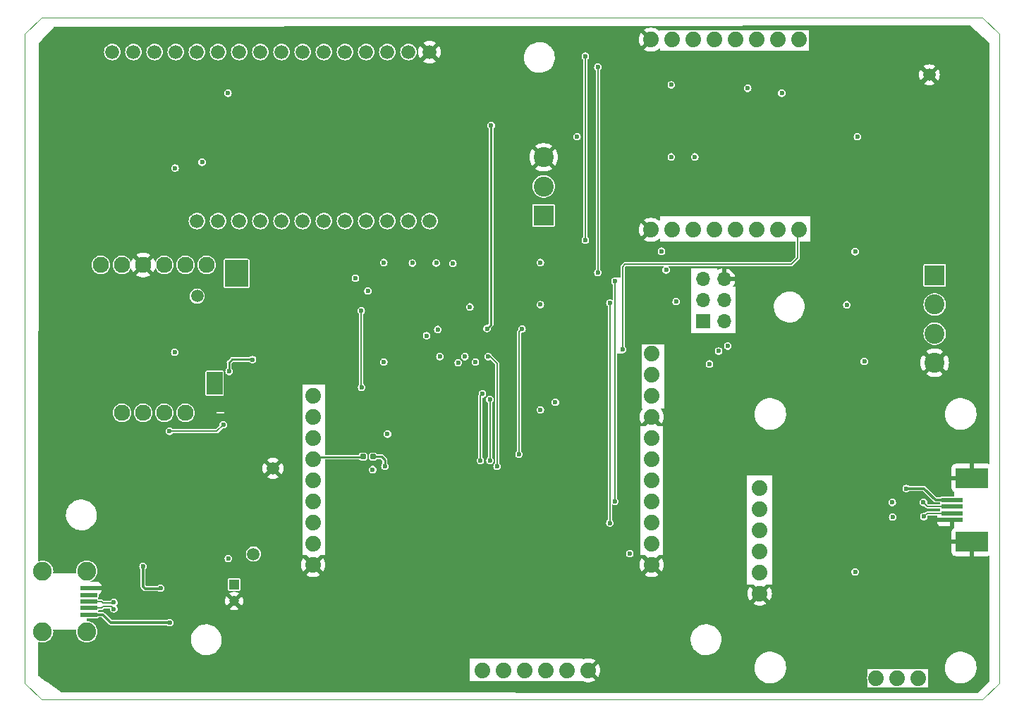
<source format=gbr>
%TF.GenerationSoftware,KiCad,Pcbnew,7.0.5*%
%TF.CreationDate,2023-07-20T14:33:04+01:00*%
%TF.ProjectId,EmotionalCities_v.1.1,456d6f74-696f-46e6-916c-436974696573,rev?*%
%TF.SameCoordinates,PX76109c0PY3c14dc0*%
%TF.FileFunction,Copper,L4,Bot*%
%TF.FilePolarity,Positive*%
%FSLAX45Y45*%
G04 Gerber Fmt 4.5, Leading zero omitted, Abs format (unit mm)*
G04 Created by KiCad (PCBNEW 7.0.5) date 2023-07-20 14:33:04*
%MOMM*%
%LPD*%
G01*
G04 APERTURE LIST*
G04 Aperture macros list*
%AMRoundRect*
0 Rectangle with rounded corners*
0 $1 Rounding radius*
0 $2 $3 $4 $5 $6 $7 $8 $9 X,Y pos of 4 corners*
0 Add a 4 corners polygon primitive as box body*
4,1,4,$2,$3,$4,$5,$6,$7,$8,$9,$2,$3,0*
0 Add four circle primitives for the rounded corners*
1,1,$1+$1,$2,$3*
1,1,$1+$1,$4,$5*
1,1,$1+$1,$6,$7*
1,1,$1+$1,$8,$9*
0 Add four rect primitives between the rounded corners*
20,1,$1+$1,$2,$3,$4,$5,0*
20,1,$1+$1,$4,$5,$6,$7,0*
20,1,$1+$1,$6,$7,$8,$9,0*
20,1,$1+$1,$8,$9,$2,$3,0*%
G04 Aperture macros list end*
%TA.AperFunction,ComponentPad*%
%ADD10C,1.500000*%
%TD*%
%TA.AperFunction,ComponentPad*%
%ADD11R,1.200000X1.200000*%
%TD*%
%TA.AperFunction,ComponentPad*%
%ADD12C,1.200000*%
%TD*%
%TA.AperFunction,SMDPad,CuDef*%
%ADD13R,2.000000X0.500000*%
%TD*%
%TA.AperFunction,ComponentPad*%
%ADD14C,2.250000*%
%TD*%
%TA.AperFunction,SMDPad,CuDef*%
%ADD15RoundRect,0.160000X-0.197500X-0.160000X0.197500X-0.160000X0.197500X0.160000X-0.197500X0.160000X0*%
%TD*%
%TA.AperFunction,ComponentPad*%
%ADD16C,1.879600*%
%TD*%
%TA.AperFunction,SMDPad,CuDef*%
%ADD17R,2.500000X0.550000*%
%TD*%
%TA.AperFunction,SMDPad,CuDef*%
%ADD18RoundRect,0.096000X-1.854000X1.104000X-1.854000X-1.104000X1.854000X-1.104000X1.854000X1.104000X0*%
%TD*%
%TA.AperFunction,ComponentPad*%
%ADD19C,1.930400*%
%TD*%
%TA.AperFunction,ComponentPad*%
%ADD20R,1.700000X1.700000*%
%TD*%
%TA.AperFunction,ComponentPad*%
%ADD21O,1.700000X1.700000*%
%TD*%
%TA.AperFunction,ComponentPad*%
%ADD22R,2.400000X2.400000*%
%TD*%
%TA.AperFunction,ComponentPad*%
%ADD23C,2.400000*%
%TD*%
%TA.AperFunction,ComponentPad*%
%ADD24C,1.676400*%
%TD*%
%TA.AperFunction,ViaPad*%
%ADD25C,0.600000*%
%TD*%
%TA.AperFunction,Conductor*%
%ADD26C,0.254000*%
%TD*%
%TA.AperFunction,Conductor*%
%ADD27C,0.304800*%
%TD*%
%TA.AperFunction,Conductor*%
%ADD28C,0.203200*%
%TD*%
%TA.AperFunction,Conductor*%
%ADD29C,0.250000*%
%TD*%
%TA.AperFunction,Profile*%
%ADD30C,0.076200*%
%TD*%
G04 APERTURE END LIST*
D10*
%TO.P,+3V3_tp1,1,1*%
%TO.N,+3V3*%
X2070000Y-3350000D03*
%TD*%
%TO.P,+5V_tp1,1,1*%
%TO.N,+5V*%
X2745000Y-6450000D03*
%TD*%
%TO.P,GND_tp1,1,1*%
%TO.N,GND*%
X2980000Y-5420000D03*
%TD*%
%TO.P,GND_tp2,1,1*%
%TO.N,GND*%
X10860000Y-690000D03*
%TD*%
D11*
%TO.P,C39,1*%
%TO.N,+5V*%
X2514263Y-6815414D03*
D12*
%TO.P,C39,2*%
%TO.N,GND*%
X2514263Y-7015414D03*
%TD*%
D13*
%TO.P,J1,1,VBUS*%
%TO.N,/5VUSB*%
X769525Y-7180110D03*
%TO.P,J1,2,D-*%
%TO.N,/USBD_plug-*%
X769525Y-7100110D03*
%TO.P,J1,3,D+*%
%TO.N,/USBD_plug+*%
X769525Y-7020110D03*
%TO.P,J1,4,ID*%
%TO.N,unconnected-(J1-ID-Pad4)*%
X769525Y-6940110D03*
%TO.P,J1,5,GND*%
%TO.N,GND*%
X769525Y-6860110D03*
D14*
%TO.P,J1,6,Shield*%
%TO.N,Net-(J1-Shield)*%
X214525Y-7385110D03*
X744525Y-7385110D03*
X214525Y-6655110D03*
X744525Y-6655110D03*
%TD*%
D15*
%TO.P,R15,1*%
%TO.N,/GNSS_RESET*%
X4062771Y-5278759D03*
%TO.P,R15,2*%
%TO.N,/u_GNSS_RESET*%
X4182271Y-5278759D03*
%TD*%
D16*
%TO.P,U1,1,RA*%
%TO.N,unconnected-(U1-RA-Pad1)*%
X10730000Y-7941000D03*
%TO.P,U1,2,LA*%
%TO.N,unconnected-(U1-LA-Pad2)*%
X10476000Y-7941000D03*
%TO.P,U1,3,RL*%
%TO.N,unconnected-(U1-RL-Pad3)*%
X10222000Y-7941000D03*
%TO.P,U1,4,GND*%
%TO.N,GND*%
X8825000Y-6925000D03*
%TO.P,U1,5,3V3*%
%TO.N,+3V3*%
X8825000Y-6671000D03*
%TO.P,U1,6,OUT*%
%TO.N,/HR_out*%
X8825000Y-6417000D03*
%TO.P,U1,7,LO-*%
%TO.N,/HR_LO-*%
X8825000Y-6163000D03*
%TO.P,U1,8,LO+*%
%TO.N,/HR_LO+*%
X8825000Y-5909000D03*
%TO.P,U1,9,~{SDN}*%
%TO.N,unconnected-(U1-~{SDN}-Pad9)*%
X8825000Y-5655000D03*
%TD*%
D17*
%TO.P,U7,1,Vin*%
%TO.N,+3V3*%
X11130000Y-5800000D03*
%TO.P,U7,2,SDA*%
%TO.N,Net-(U7-SDA)*%
X11130000Y-5880000D03*
%TO.P,U7,3,SCL*%
%TO.N,Net-(U7-SCL)*%
X11130000Y-5960000D03*
%TO.P,U7,4,GND*%
%TO.N,GND*%
X11130000Y-6040000D03*
D18*
%TO.P,U7,5,shield*%
X11370000Y-5535000D03*
X11370000Y-6305000D03*
%TD*%
D16*
%TO.P,U4,1,GND*%
%TO.N,GND*%
X3464000Y-6579758D03*
%TO.P,U4,2,3.3V*%
%TO.N,unconnected-(U4-3.3V-Pad2)*%
X3464000Y-6325758D03*
%TO.P,U4,3,SDA\u005C~{CS}*%
%TO.N,Net-(R19-Pad2)*%
X3464000Y-6071758D03*
%TO.P,U4,4,SCL\u005CCLK*%
%TO.N,Net-(U4-SCL\u005CCLK)*%
X3464000Y-5817758D03*
%TO.P,U4,5,TX_READY*%
%TO.N,unconnected-(U4-TX_READY-Pad5)*%
X3464000Y-5563759D03*
%TO.P,U4,6,~{RESET}*%
%TO.N,/GNSS_RESET*%
X3464000Y-5309759D03*
%TO.P,U4,7,~{SAFEBOOT}*%
%TO.N,unconnected-(U4-~{SAFEBOOT}-Pad7)*%
X3464000Y-5055759D03*
%TO.P,U4,8,INT*%
%TO.N,/GNSS_INT*%
X3464000Y-4801759D03*
%TO.P,U4,9,PPS*%
%TO.N,/GNSS_PPS*%
X3464000Y-4547759D03*
%TO.P,U4,10,WT+*%
%TO.N,unconnected-(U4-WT+-Pad10)*%
X7528000Y-4039758D03*
%TO.P,U4,11,GND*%
%TO.N,unconnected-(U4-GND-Pad11)*%
X7528000Y-4293759D03*
%TO.P,U4,12,DIR+*%
%TO.N,unconnected-(U4-DIR+-Pad12)*%
X7528000Y-4547759D03*
%TO.P,U4,13,GND*%
%TO.N,GND*%
X7528000Y-4801759D03*
%TO.P,U4,14,SCL\u005CCLL*%
%TO.N,unconnected-(U4-SCL\u005CCLL-Pad14)*%
X7528000Y-5055759D03*
%TO.P,U4,15,TXO\u005CMISO*%
%TO.N,/GPS_TXO*%
X7528000Y-5309759D03*
%TO.P,U4,16,RXI\u005CMOSI*%
%TO.N,/GPS_RXI*%
X7528000Y-5563759D03*
%TO.P,U4,17,SDA\u005C~{CS}*%
%TO.N,unconnected-(U4-SDA\u005C~{CS}-Pad17)*%
X7528000Y-5817758D03*
%TO.P,U4,18,3.3V*%
%TO.N,unconnected-(U4-3.3V-Pad18)*%
X7528000Y-6071758D03*
%TO.P,U4,19,5V*%
%TO.N,+5V*%
X7528000Y-6325758D03*
%TO.P,U4,20,GND*%
%TO.N,GND*%
X7528000Y-6579758D03*
%TO.P,U4,21,GND*%
X6766000Y-7847218D03*
%TO.P,U4,22,n.c*%
%TO.N,unconnected-(U4-n.c-Pad22)*%
X6512000Y-7847218D03*
%TO.P,U4,23,3V3_out*%
%TO.N,unconnected-(U4-3V3_out-Pad23)*%
X6258000Y-7847218D03*
%TO.P,U4,24,RXI2*%
%TO.N,unconnected-(U4-RXI2-Pad24)*%
X6004000Y-7847218D03*
%TO.P,U4,25,TXO2*%
%TO.N,unconnected-(U4-TXO2-Pad25)*%
X5750000Y-7847218D03*
%TO.P,U4,26,n.c.*%
%TO.N,unconnected-(U4-n.c.-Pad26)*%
X5496000Y-7847218D03*
%TD*%
%TO.P,U2,1,AN_out*%
%TO.N,/EDA_out*%
X9296297Y-2551327D03*
%TO.P,U2,2,nc*%
%TO.N,unconnected-(U2-nc-Pad2)*%
X9042297Y-2551327D03*
%TO.P,U2,3,CS*%
%TO.N,unconnected-(U2-CS-Pad3)*%
X8788297Y-2551327D03*
%TO.P,U2,4,SCK*%
%TO.N,unconnected-(U2-SCK-Pad4)*%
X8534297Y-2551327D03*
%TO.P,U2,5,SDO*%
%TO.N,unconnected-(U2-SDO-Pad5)*%
X8280297Y-2551327D03*
%TO.P,U2,6,nc*%
%TO.N,unconnected-(U2-nc-Pad6)*%
X8026297Y-2551327D03*
%TO.P,U2,7,3V3*%
%TO.N,+3V3*%
X7772297Y-2551327D03*
%TO.P,U2,8,GND*%
%TO.N,GND*%
X7518297Y-2551327D03*
%TO.P,U2,9,GND*%
X7518297Y-265327D03*
%TO.P,U2,10,5V*%
%TO.N,+5V*%
X7772297Y-265327D03*
%TO.P,U2,11,nc*%
%TO.N,Net-(R12-Pad2)*%
X8026297Y-265327D03*
%TO.P,U2,12,nc*%
%TO.N,Net-(R11-Pad2)*%
X8280297Y-265327D03*
%TO.P,U2,13,nc*%
%TO.N,unconnected-(U2-nc-Pad13)*%
X8534297Y-265327D03*
%TO.P,U2,14,nc*%
%TO.N,unconnected-(U2-nc-Pad14)*%
X8788297Y-265327D03*
%TO.P,U2,15,nc*%
%TO.N,unconnected-(U2-nc-Pad15)*%
X9042297Y-265327D03*
%TO.P,U2,16,nc*%
%TO.N,unconnected-(U2-nc-Pad16)*%
X9296297Y-265327D03*
%TD*%
D19*
%TO.P,U3,1,PS0*%
%TO.N,unconnected-(U3-PS0-Pad1)*%
X1168263Y-4753414D03*
%TO.P,U3,2,PS1*%
%TO.N,unconnected-(U3-PS1-Pad2)*%
X1422263Y-4753414D03*
%TO.P,U3,3,INT*%
%TO.N,unconnected-(U3-INT-Pad3)*%
X1676263Y-4753414D03*
%TO.P,U3,4,ADDR*%
%TO.N,unconnected-(U3-ADDR-Pad4)*%
X1930263Y-4753414D03*
%TO.P,U3,5,Vin*%
%TO.N,/Adafruit_3V3_out*%
X914263Y-2975414D03*
%TO.P,U3,6,3Vout*%
%TO.N,unconnected-(U3-3Vout-Pad6)*%
X1168263Y-2975414D03*
%TO.P,U3,7,GND*%
%TO.N,GND*%
X1422263Y-2975414D03*
%TO.P,U3,8,SDA*%
%TO.N,Net-(U3-SDA)*%
X1676263Y-2975414D03*
%TO.P,U3,9,SCL*%
%TO.N,Net-(U3-SCL)*%
X1930263Y-2975414D03*
%TO.P,U3,10,RST*%
%TO.N,unconnected-(U3-RST-Pad10)*%
X2184263Y-2975414D03*
%TD*%
D20*
%TO.P,PDI1,1,Pin_1*%
%TO.N,/PDI_DATA*%
X8140737Y-3654586D03*
D21*
%TO.P,PDI1,2,Pin_2*%
%TO.N,+3V3*%
X8394737Y-3654586D03*
%TO.P,PDI1,3,Pin_3*%
%TO.N,unconnected-(PDI1-Pin_3-Pad3)*%
X8140737Y-3400586D03*
%TO.P,PDI1,4,Pin_4*%
%TO.N,unconnected-(PDI1-Pin_4-Pad4)*%
X8394737Y-3400586D03*
%TO.P,PDI1,5,Pin_5*%
%TO.N,/PDI_CLK*%
X8140737Y-3146586D03*
%TO.P,PDI1,6,Pin_6*%
%TO.N,GND*%
X8394737Y-3146586D03*
%TD*%
D22*
%TO.P,J4,1,Pin_1*%
%TO.N,/EXTERNAL_3V3*%
X6230000Y-2380000D03*
D23*
%TO.P,J4,2,Pin_2*%
%TO.N,/EXTERNAL_SYNC_SIGNAL*%
X6230000Y-2030000D03*
%TO.P,J4,3,Pin_3*%
%TO.N,GND*%
X6230000Y-1680000D03*
%TD*%
D22*
%TO.P,J3,1,Pin_1*%
%TO.N,/EXTERNAL_3V3*%
X10925000Y-3100000D03*
D23*
%TO.P,J3,2,Pin_2*%
%TO.N,/External_EDA_1*%
X10925000Y-3450000D03*
%TO.P,J3,3,Pin_3*%
%TO.N,/External_EDA_2*%
X10925000Y-3800000D03*
%TO.P,J3,4,Pin_4*%
%TO.N,GND*%
X10925000Y-4150000D03*
%TD*%
D24*
%TO.P,U5,1,RST*%
%TO.N,unconnected-(U5-RST-Pad1)*%
X1050263Y-415414D03*
%TO.P,U5,2,3V3*%
%TO.N,/Adafruit_3V3_out*%
X1304263Y-415414D03*
%TO.P,U5,3,ARf*%
%TO.N,unconnected-(U5-ARf-Pad3)*%
X1558263Y-415414D03*
%TO.P,U5,4,GND*%
%TO.N,unconnected-(U5-GND-Pad4)*%
X1812263Y-415414D03*
%TO.P,U5,5,A0*%
%TO.N,unconnected-(U5-A0-Pad5)*%
X2066263Y-415414D03*
%TO.P,U5,6,A1*%
%TO.N,unconnected-(U5-A1-Pad6)*%
X2320263Y-415414D03*
%TO.P,U5,7,A2*%
%TO.N,unconnected-(U5-A2-Pad7)*%
X2574263Y-415414D03*
%TO.P,U5,8,A3*%
%TO.N,unconnected-(U5-A3-Pad8)*%
X2828263Y-415414D03*
%TO.P,U5,9,A4*%
%TO.N,unconnected-(U5-A4-Pad9)*%
X3082263Y-415414D03*
%TO.P,U5,10,A5*%
%TO.N,unconnected-(U5-A5-Pad10)*%
X3336263Y-415414D03*
%TO.P,U5,11,SCK*%
%TO.N,unconnected-(U5-SCK-Pad11)*%
X3590263Y-415414D03*
%TO.P,U5,12,MOSI*%
%TO.N,/MotionSensor_out*%
X3844263Y-415414D03*
%TO.P,U5,13,MISO*%
%TO.N,unconnected-(U5-MISO-Pad13)*%
X4098263Y-415414D03*
%TO.P,U5,14,RX0*%
%TO.N,unconnected-(U5-RX0-Pad14)*%
X4352263Y-415414D03*
%TO.P,U5,15,TX1*%
%TO.N,unconnected-(U5-TX1-Pad15)*%
X4606263Y-415414D03*
%TO.P,U5,16,GND*%
%TO.N,GND*%
X4860263Y-415414D03*
%TO.P,U5,17,SDA*%
%TO.N,/MotionSensor_SDA*%
X4860263Y-2447414D03*
%TO.P,U5,18,SCL*%
%TO.N,/MotionSensor_SCL*%
X4606263Y-2447414D03*
%TO.P,U5,19,D5*%
%TO.N,unconnected-(U5-D5-Pad19)*%
X4352263Y-2447414D03*
%TO.P,U5,20,D6*%
%TO.N,unconnected-(U5-D6-Pad20)*%
X4098263Y-2447414D03*
%TO.P,U5,21,D9*%
%TO.N,unconnected-(U5-D9-Pad21)*%
X3844263Y-2447414D03*
%TO.P,U5,22,D10*%
%TO.N,unconnected-(U5-D10-Pad22)*%
X3590263Y-2447414D03*
%TO.P,U5,23,D11*%
%TO.N,unconnected-(U5-D11-Pad23)*%
X3336263Y-2447414D03*
%TO.P,U5,24,D12*%
%TO.N,unconnected-(U5-D12-Pad24)*%
X3082263Y-2447414D03*
%TO.P,U5,25,D13*%
%TO.N,unconnected-(U5-D13-Pad25)*%
X2828263Y-2447414D03*
%TO.P,U5,26,VBUS*%
%TO.N,unconnected-(U5-VBUS-Pad26)*%
X2574263Y-2447414D03*
%TO.P,U5,27,EN*%
%TO.N,unconnected-(U5-EN-Pad27)*%
X2320263Y-2447414D03*
%TO.P,U5,28,VBAT*%
%TO.N,unconnected-(U5-VBAT-Pad28)*%
X2066263Y-2447414D03*
%TD*%
D25*
%TO.N,GND*%
X7995402Y-4551759D03*
X5820000Y-4800000D03*
X7510402Y-7431758D03*
X3050402Y-3346758D03*
X3580737Y-3674586D03*
X7750000Y-4080000D03*
X4230402Y-3631758D03*
X4650402Y-3066758D03*
X8005402Y-4301759D03*
X4175402Y-2881758D03*
X6942424Y-4737402D03*
X5697521Y-2673759D03*
X9740000Y-1050000D03*
X2272791Y-1299499D03*
X1660737Y-174586D03*
X1094263Y-6340414D03*
X4955402Y-661759D03*
X5280000Y-3030000D03*
X3310402Y-2886758D03*
X5345000Y-5075000D03*
X3930000Y-3650000D03*
X6590402Y-5521759D03*
X7155402Y-5436759D03*
X2340000Y-2020000D03*
X3440737Y-3384586D03*
X9075402Y-2891758D03*
X4345402Y-2726759D03*
X2830402Y-1121759D03*
X4660291Y-1104499D03*
X7100402Y-2884586D03*
X10060000Y-3050000D03*
X3000402Y-2731759D03*
X3830737Y-2721759D03*
X7810000Y-2900000D03*
X3330402Y-1471758D03*
X5820000Y-1010000D03*
X1745402Y-1311759D03*
X8310000Y-2890000D03*
X3520402Y-656759D03*
X4310402Y-661759D03*
X3240000Y-4380000D03*
X7670000Y-3590000D03*
X5645402Y-656759D03*
X10245000Y-1046758D03*
X4940402Y-1471758D03*
X4065402Y-2691759D03*
X10850000Y-1531758D03*
X5515402Y-3884586D03*
X7290737Y-534586D03*
X5100000Y-3740000D03*
X9520000Y-1730000D03*
X6970000Y-1550000D03*
X10780000Y-2130000D03*
X7650000Y-820000D03*
X4464263Y-5495414D03*
X4190737Y-2274586D03*
X9820737Y-5804586D03*
X7185402Y-4241759D03*
X5060000Y-3900000D03*
X8990000Y-1681758D03*
X10510000Y-200000D03*
X5845000Y-4500000D03*
X8550000Y-1726758D03*
X5115402Y-5586759D03*
X2570000Y-1590000D03*
X3460737Y-2334586D03*
X9730000Y-4190000D03*
X9520000Y-2660000D03*
X7295000Y-4500000D03*
X6795000Y-4350000D03*
X10760000Y-2626759D03*
X3754263Y-4395414D03*
X5100402Y-4506759D03*
X2775402Y-3006758D03*
X7670000Y-1550000D03*
X5170000Y-8050000D03*
X4044263Y-985414D03*
X8010000Y-1071759D03*
X6930402Y-4246759D03*
X5745402Y-3166758D03*
X6810737Y-2574586D03*
X7020000Y-2100000D03*
X11510000Y-2260000D03*
X10430000Y-1886758D03*
X6290402Y-4236759D03*
X5354263Y-3975414D03*
X6280402Y-4501759D03*
X6630000Y-2090000D03*
X4010000Y-7390000D03*
X4634263Y-4505414D03*
X4874263Y-4645414D03*
X5360000Y-3730000D03*
X6995000Y-2325000D03*
X10225000Y-5255000D03*
X10410402Y-7146758D03*
X6730402Y-5186759D03*
X9615402Y-4526759D03*
X10625402Y-7521758D03*
X8840402Y-5016759D03*
X9540402Y-7171758D03*
X9400000Y-2330000D03*
X11055000Y-6400000D03*
X11480737Y-2991758D03*
X5495402Y-5941758D03*
X8650000Y-546759D03*
X7255402Y-3091758D03*
X7880737Y-3044586D03*
X8555402Y-5241759D03*
X9515402Y-5011759D03*
X10700000Y-4250000D03*
X5015402Y-5321759D03*
X9634263Y-3235414D03*
X8800000Y-2160000D03*
X4590402Y-5951758D03*
X7820737Y-524586D03*
X3670737Y-154586D03*
X9000402Y-3061758D03*
X9495000Y-776758D03*
X6144263Y-5941758D03*
X10070737Y-4516759D03*
X10440000Y-3190000D03*
X11090000Y-5465000D03*
X9165402Y-5251759D03*
X10240000Y-1560000D03*
X8290000Y-691759D03*
X10095000Y-6370000D03*
X4982521Y-253758D03*
X7590000Y-990000D03*
X8070000Y-2325000D03*
X5925402Y-236758D03*
X5820402Y-6146758D03*
X5095402Y-6656758D03*
X5070402Y-4146758D03*
X6320402Y-6661758D03*
X8860737Y-4234586D03*
X2995402Y-4351759D03*
X5860402Y-6656758D03*
X4425402Y-3901758D03*
X6974263Y-6655414D03*
X3924263Y-3935414D03*
X5490402Y-3566758D03*
X4620000Y-1580000D03*
X8390000Y-1581758D03*
X3650000Y-6330000D03*
X4090000Y-1560000D03*
X3357521Y-4113758D03*
X4290402Y-6151758D03*
X8135000Y-536759D03*
X5140000Y-3400000D03*
X3342791Y-3649498D03*
X6370402Y-6141758D03*
X3660000Y-5550000D03*
X7840000Y-2160000D03*
X4005402Y-5931758D03*
X3765402Y-4136758D03*
X3280000Y-5670000D03*
X6070402Y-6426758D03*
X4395402Y-6666758D03*
X5410737Y-1464586D03*
X5220402Y-2886758D03*
X3522521Y-3878758D03*
X11414263Y-245414D03*
X6925402Y-5931758D03*
X4910402Y-6391758D03*
X4860402Y-6151758D03*
X6905402Y-6141758D03*
X5215402Y-5135414D03*
X5460402Y-6141758D03*
X5620402Y-6356758D03*
X5775402Y-2881758D03*
X11536890Y-992048D03*
X270000Y-4900000D03*
X9510000Y-170000D03*
X3170000Y-6880000D03*
X254263Y-3775414D03*
X2630000Y-4260000D03*
X2509402Y-3767758D03*
X3020000Y-3920000D03*
X2960000Y-8040000D03*
X1904263Y-5185414D03*
X264263Y-7895414D03*
X1769263Y-5865414D03*
X6675402Y-6416758D03*
X11197692Y-7390848D03*
X3224263Y-4945414D03*
X2155402Y-791758D03*
X11210000Y-4300000D03*
X9750000Y-7850000D03*
X11177692Y-6689648D03*
X11224263Y-5115414D03*
X230737Y-2654586D03*
X1995000Y-5600000D03*
X945000Y-5000000D03*
X2749402Y-3602758D03*
X8620000Y-6300000D03*
X6280000Y-3760000D03*
X2274263Y-4685414D03*
X4080000Y-5040000D03*
X2880000Y-7420000D03*
X6810000Y-1530000D03*
X10114263Y-5025414D03*
X4440000Y-3430000D03*
X5795000Y-5050000D03*
X2770000Y-5190000D03*
X6550000Y-3590000D03*
X5560000Y-7340000D03*
X6000000Y-3590000D03*
X1445000Y-7475000D03*
X4500000Y-4650000D03*
X1010000Y-6860000D03*
X1630000Y-7180000D03*
X860000Y-590000D03*
X7120000Y-8060000D03*
X7100000Y-170000D03*
X1720000Y-3275000D03*
X8970000Y-840000D03*
X1710000Y-6710000D03*
X2260000Y-4100000D03*
X8570000Y-3860000D03*
X920000Y-6550000D03*
X1895000Y-4150000D03*
X6580000Y-6900000D03*
X1210000Y-6870000D03*
X4770000Y-3350000D03*
X820000Y-3450000D03*
X7176760Y-4741160D03*
X6270000Y-3300000D03*
X2645000Y-6225000D03*
X7670000Y-3760000D03*
X2420000Y-5825000D03*
X7720000Y-6140000D03*
X2070000Y-6850000D03*
X1730000Y-6370000D03*
X2364274Y-5023569D03*
X1234263Y-8015414D03*
X6400000Y-2880000D03*
X2270000Y-3950000D03*
X8130000Y-4880000D03*
X5510000Y-6890000D03*
X220000Y-5850000D03*
X6910000Y-3360000D03*
X9070000Y-6560000D03*
X1895000Y-3950000D03*
X3977337Y-3283166D03*
X320737Y-244586D03*
X1970000Y-3550000D03*
X830000Y-1970000D03*
X845000Y-4475000D03*
X7940000Y-5270000D03*
X1240000Y-780000D03*
X8020536Y-3885229D03*
X9050000Y-6040000D03*
X4450000Y-3640000D03*
X6650000Y-1090000D03*
X4240000Y-5140000D03*
X1600000Y-2290000D03*
X6810000Y-710000D03*
X8620000Y-6060000D03*
X8150000Y-5740000D03*
X2970000Y-4950000D03*
X1145000Y-2725000D03*
X245000Y-1325000D03*
X930000Y-5550000D03*
X2603045Y-5509156D03*
X1030000Y-1540000D03*
X8200000Y-6460000D03*
X9420000Y-2150000D03*
X8960000Y-1000000D03*
X6620000Y-3125000D03*
X4770000Y-3610000D03*
X1420000Y-7130000D03*
X4620000Y-6880000D03*
X2597319Y-5111230D03*
X4230000Y-4370000D03*
%TO.N,+5V*%
X2310737Y-4304586D03*
X2453750Y-4253750D03*
X2305983Y-4479340D03*
X7264263Y-6445414D03*
X8045000Y-1675000D03*
X2734402Y-4112758D03*
X2220737Y-4394586D03*
X2444263Y-6503104D03*
X7763250Y-1675000D03*
X2130000Y-1740000D03*
X7763250Y-810000D03*
%TO.N,+3V3*%
X4310402Y-4141758D03*
X8680000Y-850000D03*
X9090000Y-910000D03*
X6190277Y-3451758D03*
X4120402Y-3286758D03*
X2466858Y-3180707D03*
X2640737Y-3191758D03*
X6190402Y-2946758D03*
X10583250Y-5661750D03*
X4940402Y-2951758D03*
X4655402Y-2951758D03*
X2440737Y-2974586D03*
X4355402Y-5006759D03*
X5140402Y-2956758D03*
X9970000Y-2814180D03*
X4310402Y-2946758D03*
X2570737Y-3076828D03*
X4177521Y-5433759D03*
X2640737Y-2954586D03*
X6190402Y-4716759D03*
X2440737Y-910000D03*
X7700737Y-3034586D03*
X7645000Y-2810000D03*
X9970737Y-6664586D03*
%TO.N,/GNSS_PPS*%
X4044263Y-4445414D03*
X5344263Y-3480000D03*
X4040737Y-3525414D03*
%TO.N,/5VUSB*%
X1740000Y-7275000D03*
X1630000Y-6860000D03*
X1420000Y-6600000D03*
%TO.N,/USBD_plug+*%
X1070000Y-7030000D03*
%TO.N,/USBD_plug-*%
X1070000Y-7110000D03*
%TO.N,/FTDI_CTS*%
X2384263Y-4895414D03*
X1738243Y-4975000D03*
%TO.N,/PDI_CLK*%
X4960000Y-3750000D03*
X7820737Y-3414586D03*
%TO.N,/PDI_DATA*%
X4825402Y-3824586D03*
%TO.N,/u_GNSS_RESET*%
X5670000Y-5395414D03*
X5564263Y-4075414D03*
X4324263Y-5395414D03*
%TO.N,/HR_out*%
X8220737Y-4164586D03*
%TO.N,/HR_LO+*%
X8440536Y-3948728D03*
%TO.N,/HR_LO-*%
X8330737Y-4010000D03*
%TO.N,/EDA_out*%
X7175402Y-3991758D03*
%TO.N,/EXTERNAL_SYNC_SIGNAL*%
X9996500Y-1433500D03*
X6630000Y-1433500D03*
%TO.N,/LED_AUX*%
X1805000Y-1810000D03*
X1800737Y-4024586D03*
X4984263Y-4075414D03*
%TO.N,Net-(R11-Pad2)*%
X6880737Y-3064586D03*
X6880737Y-594586D03*
%TO.N,Net-(R12-Pad2)*%
X6730737Y-2674586D03*
X6730737Y-464586D03*
%TO.N,/I2C_SDA_port_E*%
X10415000Y-5830000D03*
X5284263Y-4075414D03*
%TO.N,/I2C_SCL_port_E*%
X5204263Y-4150000D03*
X10420000Y-6005000D03*
%TO.N,/GNSS_INT*%
X5970737Y-3744586D03*
X5934263Y-5250000D03*
%TO.N,Net-(R19-Pad2)*%
X7025402Y-3431758D03*
X7025402Y-6076758D03*
%TO.N,/External_EDA_1*%
X9870737Y-3454586D03*
X5410402Y-4141758D03*
%TO.N,/External_EDA_2*%
X6370000Y-4625000D03*
X10080737Y-4134586D03*
%TO.N,/PA3*%
X5495000Y-4525000D03*
X5470000Y-5325000D03*
%TO.N,/u_SYNC_SIGNAL*%
X5550000Y-3740000D03*
X5600000Y-1300000D03*
%TO.N,Net-(U7-SCL)*%
X10795000Y-6000000D03*
%TO.N,Net-(U7-SDA)*%
X10790000Y-5830000D03*
%TO.N,Net-(U4-SCL\u005CCLK)*%
X7085652Y-3171508D03*
X7085402Y-5817758D03*
%TO.N,/MotionSensor_out*%
X3970737Y-3134586D03*
%TO.N,/PA4*%
X5586810Y-5324453D03*
X5585017Y-4593409D03*
%TD*%
D26*
%TO.N,+5V*%
X2731352Y-4109708D02*
X2734402Y-4112758D01*
X2490292Y-4109708D02*
X2731352Y-4109708D01*
X2453750Y-4253750D02*
X2453750Y-4146250D01*
X2453750Y-4146250D02*
X2490292Y-4109708D01*
D27*
%TO.N,+3V3*%
X10796750Y-5661750D02*
X10935000Y-5800000D01*
X10935000Y-5800000D02*
X11130000Y-5800000D01*
X10583250Y-5661750D02*
X10796750Y-5661750D01*
D28*
%TO.N,/GNSS_PPS*%
X4040737Y-3525414D02*
X4040737Y-4441888D01*
X4040737Y-4441888D02*
X4044263Y-4445414D01*
D26*
%TO.N,/GNSS_RESET*%
X3488345Y-5285414D02*
X4056115Y-5285414D01*
D27*
%TO.N,/5VUSB*%
X1444263Y-6865414D02*
X1624586Y-6865414D01*
X1420000Y-6841151D02*
X1444263Y-6865414D01*
X939445Y-7180110D02*
X769525Y-7180110D01*
X1034335Y-7275000D02*
X939445Y-7180110D01*
X1740000Y-7275000D02*
X1034335Y-7275000D01*
X1420000Y-6600000D02*
X1420000Y-6841151D01*
D28*
%TO.N,/USBD_plug+*%
X919525Y-7020110D02*
X769525Y-7020110D01*
X1060210Y-7039790D02*
X939205Y-7039790D01*
X1070000Y-7030000D02*
X1060210Y-7039790D01*
X939205Y-7039790D02*
X919525Y-7020110D01*
%TO.N,/USBD_plug-*%
X769525Y-7100110D02*
X919525Y-7100110D01*
X1040000Y-7080000D02*
X1070000Y-7110000D01*
X1020000Y-7080000D02*
X1040000Y-7080000D01*
X939205Y-7080430D02*
X1020000Y-7080000D01*
X919525Y-7100110D02*
X939205Y-7080430D01*
%TO.N,/FTDI_CTS*%
X1738243Y-4975000D02*
X2304677Y-4975000D01*
X2304677Y-4975000D02*
X2384263Y-4895414D01*
D29*
%TO.N,/u_GNSS_RESET*%
X4324263Y-5315414D02*
X4287608Y-5278759D01*
D28*
X5670000Y-4161151D02*
X5584263Y-4075414D01*
D29*
X4324263Y-5395414D02*
X4324263Y-5315414D01*
D28*
X5584263Y-4075414D02*
X5564263Y-4075414D01*
D29*
X4287608Y-5278759D02*
X4182271Y-5278759D01*
D28*
X5670000Y-5395414D02*
X5670000Y-4161151D01*
%TO.N,/EDA_out*%
X7175402Y-3991758D02*
X7175402Y-2996758D01*
X9280500Y-2889177D02*
X9280500Y-2616759D01*
X8886746Y-2965414D02*
X9204263Y-2965414D01*
X7175402Y-2996758D02*
X7205402Y-2966758D01*
X7205402Y-2966758D02*
X8885402Y-2966758D01*
X9204263Y-2965414D02*
X9280500Y-2889177D01*
X8885402Y-2966758D02*
X8886746Y-2965414D01*
%TO.N,Net-(R11-Pad2)*%
X6880737Y-594586D02*
X6880737Y-3064586D01*
%TO.N,Net-(R12-Pad2)*%
X6730737Y-464586D02*
X6730737Y-2674586D01*
%TO.N,/GNSS_INT*%
X5934263Y-3781060D02*
X5970737Y-3744586D01*
X5934263Y-5250000D02*
X5934263Y-3781060D01*
%TO.N,Net-(R19-Pad2)*%
X7025402Y-6076758D02*
X7025402Y-3431758D01*
%TO.N,/PA3*%
X5470000Y-4550000D02*
X5470000Y-5325000D01*
X5495000Y-4525000D02*
X5470000Y-4550000D01*
D29*
%TO.N,/u_SYNC_SIGNAL*%
X5600000Y-1300000D02*
X5600000Y-3690000D01*
X5600000Y-3690000D02*
X5550000Y-3740000D01*
D28*
%TO.N,Net-(U7-SCL)*%
X10795000Y-6000000D02*
X10835000Y-5960000D01*
X10835000Y-5960000D02*
X11140000Y-5960000D01*
%TO.N,Net-(U7-SDA)*%
X10835000Y-5875000D02*
X11140000Y-5875000D01*
X10790000Y-5830000D02*
X10835000Y-5875000D01*
%TO.N,Net-(U4-SCL\u005CCLK)*%
X7085652Y-3171508D02*
X7085402Y-3171758D01*
X7085402Y-3171758D02*
X7085402Y-5817758D01*
%TO.N,/PA4*%
X5585017Y-5322660D02*
X5585017Y-4593409D01*
X5586810Y-5324453D02*
X5585017Y-5322660D01*
%TD*%
%TA.AperFunction,Conductor*%
%TO.N,+5V*%
G36*
X2374873Y-4262287D02*
G01*
X2375402Y-4263564D01*
X2375402Y-4529954D01*
X2374873Y-4531230D01*
X2373597Y-4531759D01*
X2187207Y-4531759D01*
X2185930Y-4531230D01*
X2185402Y-4529954D01*
X2185402Y-4263564D01*
X2185930Y-4262287D01*
X2187207Y-4261759D01*
X2373597Y-4261759D01*
X2374873Y-4262287D01*
G37*
%TD.AperFunction*%
%TD*%
%TA.AperFunction,Conductor*%
%TO.N,GND*%
G36*
X11345673Y-98396D02*
G01*
X11581663Y-303925D01*
X11583360Y-307338D01*
X11583372Y-307680D01*
X11583959Y-5363600D01*
X11582501Y-5367121D01*
X11578980Y-5368580D01*
X11577074Y-5368201D01*
X11571168Y-5365755D01*
X11571167Y-5365755D01*
X11559360Y-5364200D01*
X11395400Y-5364200D01*
X11395400Y-5555420D01*
X11393941Y-5558941D01*
X11390420Y-5560400D01*
X11124200Y-5560400D01*
X11124200Y-5649360D01*
X11125755Y-5661167D01*
X11125755Y-5661168D01*
X11131841Y-5675861D01*
X11141522Y-5688478D01*
X11141522Y-5688478D01*
X11153052Y-5697325D01*
X11154957Y-5700625D01*
X11155000Y-5701275D01*
X11155000Y-5752230D01*
X11153541Y-5755751D01*
X11150020Y-5757210D01*
X11003495Y-5757210D01*
X11003494Y-5757210D01*
X11000149Y-5757875D01*
X10999034Y-5758097D01*
X10999034Y-5758097D01*
X10999034Y-5758097D01*
X10993977Y-5761476D01*
X10993976Y-5761477D01*
X10990325Y-5766942D01*
X10990195Y-5766855D01*
X10987959Y-5769091D01*
X10986054Y-5769470D01*
X10949709Y-5769470D01*
X10946187Y-5768011D01*
X10822434Y-5644258D01*
X10821816Y-5643399D01*
X10821813Y-5643401D01*
X10821536Y-5643033D01*
X10821536Y-5643033D01*
X10821535Y-5643032D01*
X10817881Y-5639701D01*
X10817798Y-5639622D01*
X10817068Y-5638892D01*
X10816338Y-5638162D01*
X10815895Y-5637858D01*
X10815624Y-5637644D01*
X10813101Y-5635343D01*
X10811620Y-5634770D01*
X10810605Y-5634234D01*
X10809296Y-5633338D01*
X10809295Y-5633337D01*
X10805971Y-5632556D01*
X10805641Y-5632454D01*
X10802457Y-5631220D01*
X10802457Y-5631220D01*
X10800870Y-5631220D01*
X10799730Y-5631088D01*
X10799390Y-5631008D01*
X10798184Y-5630724D01*
X10795865Y-5631048D01*
X10794802Y-5631196D01*
X10794458Y-5631220D01*
X10618997Y-5631220D01*
X10615476Y-5629761D01*
X10615234Y-5629501D01*
X10613214Y-5627170D01*
X10613214Y-5627170D01*
X10613214Y-5627170D01*
X10602258Y-5620129D01*
X10589762Y-5616460D01*
X10576738Y-5616460D01*
X10564242Y-5620129D01*
X10558764Y-5623650D01*
X10553286Y-5627170D01*
X10546204Y-5635343D01*
X10544758Y-5637013D01*
X10539348Y-5648859D01*
X10537494Y-5661750D01*
X10539348Y-5674641D01*
X10544758Y-5686487D01*
X10553286Y-5696330D01*
X10564242Y-5703371D01*
X10576738Y-5707040D01*
X10576739Y-5707040D01*
X10589762Y-5707040D01*
X10589762Y-5707040D01*
X10602258Y-5703371D01*
X10613214Y-5696330D01*
X10613872Y-5695570D01*
X10615234Y-5693999D01*
X10618642Y-5692293D01*
X10618997Y-5692280D01*
X10782041Y-5692280D01*
X10785563Y-5693739D01*
X10909316Y-5817492D01*
X10909934Y-5818351D01*
X10909937Y-5818349D01*
X10910214Y-5818717D01*
X10913867Y-5822047D01*
X10913951Y-5822127D01*
X10914681Y-5822857D01*
X10915412Y-5823588D01*
X10915413Y-5823588D01*
X10915855Y-5823892D01*
X10916126Y-5824106D01*
X10917157Y-5825046D01*
X10918650Y-5826407D01*
X10918650Y-5826407D01*
X10918650Y-5826407D01*
X10919340Y-5826674D01*
X10920129Y-5826980D01*
X10921145Y-5827515D01*
X10922455Y-5828412D01*
X10925778Y-5829194D01*
X10926108Y-5829296D01*
X10929293Y-5830530D01*
X10930881Y-5830530D01*
X10932021Y-5830662D01*
X10933566Y-5831026D01*
X10936948Y-5830554D01*
X10937291Y-5830530D01*
X10986054Y-5830530D01*
X10989575Y-5831989D01*
X10990300Y-5833074D01*
X10990325Y-5833058D01*
X10993115Y-5837233D01*
X10993858Y-5840972D01*
X10993115Y-5842767D01*
X10990325Y-5846942D01*
X10990223Y-5846874D01*
X10987926Y-5849171D01*
X10986021Y-5849550D01*
X10847605Y-5849550D01*
X10844083Y-5848091D01*
X10836291Y-5840299D01*
X10834832Y-5836778D01*
X10834883Y-5836070D01*
X10835756Y-5830000D01*
X10835646Y-5829234D01*
X10834834Y-5823588D01*
X10833902Y-5817109D01*
X10828492Y-5805263D01*
X10819964Y-5795420D01*
X10809008Y-5788379D01*
X10796512Y-5784710D01*
X10783488Y-5784710D01*
X10770992Y-5788379D01*
X10765514Y-5791900D01*
X10760036Y-5795420D01*
X10751508Y-5805263D01*
X10746098Y-5817109D01*
X10746098Y-5817109D01*
X10744244Y-5830000D01*
X10744244Y-5830000D01*
X10745942Y-5841811D01*
X10746098Y-5842891D01*
X10751508Y-5854737D01*
X10760036Y-5864580D01*
X10770992Y-5871621D01*
X10783488Y-5875290D01*
X10783489Y-5875290D01*
X10796868Y-5875290D01*
X10796868Y-5875394D01*
X10800172Y-5876236D01*
X10800711Y-5876702D01*
X10814885Y-5890877D01*
X10815504Y-5891631D01*
X10816652Y-5893348D01*
X10818776Y-5894768D01*
X10818777Y-5894768D01*
X10824456Y-5898563D01*
X10824863Y-5898932D01*
X10826112Y-5899181D01*
X10832493Y-5900450D01*
X10832494Y-5900450D01*
X10835000Y-5900948D01*
X10835000Y-5900948D01*
X10837025Y-5900546D01*
X10837997Y-5900450D01*
X10984730Y-5900450D01*
X10988252Y-5901909D01*
X10989710Y-5905430D01*
X10989710Y-5909006D01*
X10990597Y-5913466D01*
X10990597Y-5913466D01*
X10993115Y-5917233D01*
X10993858Y-5920972D01*
X10993115Y-5922767D01*
X10990597Y-5926534D01*
X10990597Y-5926534D01*
X10989800Y-5930542D01*
X10987683Y-5933711D01*
X10984916Y-5934550D01*
X10837997Y-5934550D01*
X10837025Y-5934454D01*
X10835000Y-5934051D01*
X10835000Y-5934051D01*
X10832696Y-5934510D01*
X10832693Y-5934510D01*
X10825070Y-5936026D01*
X10816652Y-5941652D01*
X10816651Y-5941652D01*
X10815504Y-5943369D01*
X10814885Y-5944123D01*
X10805711Y-5953298D01*
X10802189Y-5954756D01*
X10801543Y-5954710D01*
X10801512Y-5954710D01*
X10788488Y-5954710D01*
X10775992Y-5958379D01*
X10770514Y-5961900D01*
X10765036Y-5965420D01*
X10756508Y-5975263D01*
X10751098Y-5987109D01*
X10751098Y-5987109D01*
X10749244Y-6000000D01*
X10749244Y-6000000D01*
X10750343Y-6007641D01*
X10751098Y-6012891D01*
X10756508Y-6024737D01*
X10765036Y-6034580D01*
X10775992Y-6041621D01*
X10788488Y-6045290D01*
X10788489Y-6045290D01*
X10801512Y-6045290D01*
X10801512Y-6045290D01*
X10814008Y-6041621D01*
X10824964Y-6034580D01*
X10833492Y-6024737D01*
X10838902Y-6012891D01*
X10840756Y-6000000D01*
X10839883Y-5993931D01*
X10840826Y-5990238D01*
X10841290Y-5989701D01*
X10844083Y-5986908D01*
X10847605Y-5985450D01*
X10953698Y-5985450D01*
X10957220Y-5986909D01*
X10958678Y-5990430D01*
X10958364Y-5992170D01*
X10954851Y-6001590D01*
X10954850Y-6001591D01*
X10954200Y-6007641D01*
X10954200Y-6014600D01*
X11150020Y-6014600D01*
X11153541Y-6016059D01*
X11155000Y-6019580D01*
X11155000Y-6138724D01*
X11153541Y-6142246D01*
X11153052Y-6142675D01*
X11141522Y-6151522D01*
X11131841Y-6164139D01*
X11125755Y-6178832D01*
X11125755Y-6178833D01*
X11124200Y-6190640D01*
X11124200Y-6190641D01*
X11124200Y-6279600D01*
X11124200Y-6279600D01*
X11390420Y-6279600D01*
X11393941Y-6281059D01*
X11395400Y-6284580D01*
X11395400Y-6475800D01*
X11559359Y-6475800D01*
X11559360Y-6475800D01*
X11571167Y-6474245D01*
X11571168Y-6474245D01*
X11577203Y-6471745D01*
X11581014Y-6471745D01*
X11583710Y-6474440D01*
X11584089Y-6476346D01*
X11584263Y-7973351D01*
X11582805Y-7976872D01*
X11435723Y-8123953D01*
X11432202Y-8125412D01*
X11432198Y-8125412D01*
X445856Y-8115415D01*
X442966Y-8114488D01*
X277888Y-7996575D01*
X247684Y-7975000D01*
X5345402Y-7975000D01*
X6696665Y-7975000D01*
X6699035Y-7975600D01*
X6707643Y-7980258D01*
X6730337Y-7988049D01*
X6754003Y-7991998D01*
X6777997Y-7991998D01*
X6801663Y-7988049D01*
X6824357Y-7980258D01*
X6845459Y-7968839D01*
X6845459Y-7968838D01*
X6848968Y-7966107D01*
X6779465Y-7896605D01*
X6780459Y-7896462D01*
X6793747Y-7890394D01*
X6804787Y-7880827D01*
X6812684Y-7868539D01*
X6815081Y-7860378D01*
X6884796Y-7930093D01*
X6893766Y-7916362D01*
X6903404Y-7894390D01*
X6903405Y-7894389D01*
X6909295Y-7871130D01*
X6911276Y-7847218D01*
X6909295Y-7823306D01*
X6908701Y-7820964D01*
X8761469Y-7820964D01*
X8764513Y-7848630D01*
X8764513Y-7848631D01*
X8771553Y-7875560D01*
X8771553Y-7875560D01*
X8782439Y-7901177D01*
X8782439Y-7901177D01*
X8789564Y-7912851D01*
X8796939Y-7924936D01*
X8796939Y-7924937D01*
X8814744Y-7946331D01*
X8835474Y-7964905D01*
X8835475Y-7964906D01*
X8837291Y-7966107D01*
X8858688Y-7980264D01*
X8858689Y-7980264D01*
X8858689Y-7980264D01*
X8883890Y-7992078D01*
X8883891Y-7992078D01*
X8910544Y-8000097D01*
X8910545Y-8000097D01*
X8910545Y-8000097D01*
X8938083Y-8004150D01*
X8938083Y-8004150D01*
X8958950Y-8004150D01*
X8968198Y-8003473D01*
X8979760Y-8002627D01*
X9006929Y-7996575D01*
X9032926Y-7986631D01*
X9057199Y-7973009D01*
X9079230Y-7955997D01*
X9093689Y-7941000D01*
X10112262Y-7941000D01*
X10114130Y-7961165D01*
X10119565Y-7980264D01*
X10119672Y-7980642D01*
X10119880Y-7981058D01*
X10120402Y-7983278D01*
X10120402Y-8050000D01*
X10209969Y-8050000D01*
X10210884Y-8050085D01*
X10211875Y-8050270D01*
X10232125Y-8050270D01*
X10233116Y-8050085D01*
X10234031Y-8050000D01*
X10463969Y-8050000D01*
X10464884Y-8050085D01*
X10465875Y-8050270D01*
X10486125Y-8050270D01*
X10487116Y-8050085D01*
X10488031Y-8050000D01*
X10717969Y-8050000D01*
X10718884Y-8050085D01*
X10719875Y-8050270D01*
X10740125Y-8050270D01*
X10741116Y-8050085D01*
X10742031Y-8050000D01*
X10845402Y-8050000D01*
X10845402Y-7830000D01*
X10120402Y-7830000D01*
X10120402Y-7898722D01*
X10119880Y-7900941D01*
X10119673Y-7901357D01*
X10119672Y-7901358D01*
X10114130Y-7920835D01*
X10112262Y-7941000D01*
X9093689Y-7941000D01*
X9098549Y-7935959D01*
X9114745Y-7913322D01*
X9127472Y-7888567D01*
X9136459Y-7862224D01*
X9141515Y-7834853D01*
X9142022Y-7820964D01*
X11047469Y-7820964D01*
X11050513Y-7848630D01*
X11050513Y-7848631D01*
X11057553Y-7875560D01*
X11057553Y-7875560D01*
X11068439Y-7901177D01*
X11068439Y-7901177D01*
X11075564Y-7912851D01*
X11082939Y-7924936D01*
X11082939Y-7924937D01*
X11100744Y-7946331D01*
X11121474Y-7964905D01*
X11121475Y-7964906D01*
X11123291Y-7966107D01*
X11144688Y-7980264D01*
X11144689Y-7980264D01*
X11144689Y-7980264D01*
X11169890Y-7992078D01*
X11169891Y-7992078D01*
X11196544Y-8000097D01*
X11196545Y-8000097D01*
X11196545Y-8000097D01*
X11224083Y-8004150D01*
X11224083Y-8004150D01*
X11244950Y-8004150D01*
X11254198Y-8003473D01*
X11265760Y-8002627D01*
X11292929Y-7996575D01*
X11318926Y-7986631D01*
X11343199Y-7973009D01*
X11365230Y-7955997D01*
X11384549Y-7935959D01*
X11400745Y-7913322D01*
X11413472Y-7888567D01*
X11422459Y-7862224D01*
X11427515Y-7834853D01*
X11428531Y-7807037D01*
X11425487Y-7779369D01*
X11418447Y-7752440D01*
X11407561Y-7726823D01*
X11393061Y-7703064D01*
X11375256Y-7681669D01*
X11354525Y-7663094D01*
X11354525Y-7663094D01*
X11338460Y-7652466D01*
X11331312Y-7647736D01*
X11331311Y-7647736D01*
X11331311Y-7647736D01*
X11306110Y-7635922D01*
X11306108Y-7635921D01*
X11279456Y-7627903D01*
X11279455Y-7627903D01*
X11251917Y-7623850D01*
X11251917Y-7623850D01*
X11231051Y-7623850D01*
X11231050Y-7623850D01*
X11210241Y-7625373D01*
X11210240Y-7625373D01*
X11210240Y-7625373D01*
X11183071Y-7631425D01*
X11183071Y-7631425D01*
X11157074Y-7641368D01*
X11157073Y-7641369D01*
X11132800Y-7654991D01*
X11110770Y-7672003D01*
X11091451Y-7692041D01*
X11075255Y-7714678D01*
X11062528Y-7739433D01*
X11053541Y-7765776D01*
X11048485Y-7793147D01*
X11047469Y-7820963D01*
X11047469Y-7820964D01*
X9142022Y-7820964D01*
X9142531Y-7807037D01*
X9139487Y-7779369D01*
X9132447Y-7752440D01*
X9121561Y-7726823D01*
X9107061Y-7703064D01*
X9089256Y-7681669D01*
X9068526Y-7663094D01*
X9068525Y-7663094D01*
X9052460Y-7652466D01*
X9045312Y-7647736D01*
X9045312Y-7647736D01*
X9045311Y-7647736D01*
X9020110Y-7635922D01*
X9020109Y-7635921D01*
X8993456Y-7627903D01*
X8993455Y-7627903D01*
X8965918Y-7623850D01*
X8965917Y-7623850D01*
X8945051Y-7623850D01*
X8945050Y-7623850D01*
X8924241Y-7625373D01*
X8924240Y-7625373D01*
X8924240Y-7625373D01*
X8897071Y-7631425D01*
X8897071Y-7631425D01*
X8897071Y-7631425D01*
X8871074Y-7641368D01*
X8871073Y-7641369D01*
X8846800Y-7654991D01*
X8824770Y-7672003D01*
X8805451Y-7692041D01*
X8789255Y-7714678D01*
X8776528Y-7739433D01*
X8767541Y-7765776D01*
X8762485Y-7793147D01*
X8761469Y-7820963D01*
X8761469Y-7820964D01*
X6908701Y-7820964D01*
X6903405Y-7800048D01*
X6903404Y-7800047D01*
X6893766Y-7778075D01*
X6884796Y-7764344D01*
X6815080Y-7834059D01*
X6812684Y-7825898D01*
X6804787Y-7813609D01*
X6793747Y-7804043D01*
X6780459Y-7797975D01*
X6779465Y-7797832D01*
X6848968Y-7728329D01*
X6845459Y-7725598D01*
X6845459Y-7725598D01*
X6824357Y-7714178D01*
X6801663Y-7706388D01*
X6777997Y-7702438D01*
X6754003Y-7702438D01*
X6730337Y-7706388D01*
X6707643Y-7714178D01*
X6702752Y-7716825D01*
X6698961Y-7717219D01*
X6696002Y-7714816D01*
X6695402Y-7712446D01*
X6695402Y-7710000D01*
X5345402Y-7710000D01*
X5345402Y-7975000D01*
X247684Y-7975000D01*
X166349Y-7916903D01*
X164331Y-7913670D01*
X164263Y-7912851D01*
X164324Y-7510446D01*
X165783Y-7506925D01*
X169304Y-7505467D01*
X170593Y-7505636D01*
X170651Y-7505652D01*
X170651Y-7505652D01*
X175401Y-7506925D01*
X188541Y-7510446D01*
X192249Y-7511439D01*
X192249Y-7511439D01*
X214525Y-7513388D01*
X236800Y-7511439D01*
X258398Y-7505652D01*
X278664Y-7496202D01*
X296980Y-7483377D01*
X312792Y-7467566D01*
X325617Y-7449249D01*
X335067Y-7428984D01*
X340854Y-7407385D01*
X342803Y-7385110D01*
X342803Y-7385110D01*
X342803Y-7385109D01*
X341089Y-7365524D01*
X342236Y-7361889D01*
X345616Y-7360129D01*
X346050Y-7360110D01*
X612999Y-7360110D01*
X616521Y-7361569D01*
X617979Y-7365090D01*
X617960Y-7365524D01*
X616247Y-7385109D01*
X616247Y-7385110D01*
X616247Y-7385110D01*
X617126Y-7395161D01*
X618196Y-7407386D01*
X623983Y-7428983D01*
X623983Y-7428984D01*
X633433Y-7449249D01*
X633433Y-7449249D01*
X646258Y-7467566D01*
X662069Y-7483377D01*
X680386Y-7496202D01*
X700651Y-7505652D01*
X722249Y-7511439D01*
X722249Y-7511439D01*
X744525Y-7513388D01*
X766800Y-7511439D01*
X788398Y-7505652D01*
X808664Y-7496202D01*
X822124Y-7486777D01*
X1994579Y-7486777D01*
X1997541Y-7513701D01*
X1997541Y-7513702D01*
X2004393Y-7539909D01*
X2004393Y-7539909D01*
X2014987Y-7564838D01*
X2014987Y-7564839D01*
X2029098Y-7587961D01*
X2029098Y-7587961D01*
X2038025Y-7598688D01*
X2046425Y-7608782D01*
X2064942Y-7625373D01*
X2066600Y-7626858D01*
X2066600Y-7626858D01*
X2073503Y-7631425D01*
X2089191Y-7641804D01*
X2089191Y-7641804D01*
X2089191Y-7641805D01*
X2113717Y-7653302D01*
X2113718Y-7653302D01*
X2139656Y-7661106D01*
X2139657Y-7661106D01*
X2139657Y-7661106D01*
X2166456Y-7665050D01*
X2166457Y-7665050D01*
X2186764Y-7665050D01*
X2195764Y-7664391D01*
X2207016Y-7663568D01*
X2233455Y-7657678D01*
X2258756Y-7648001D01*
X2282378Y-7634744D01*
X2303818Y-7618189D01*
X2322619Y-7598688D01*
X2338380Y-7576658D01*
X2350766Y-7552567D01*
X2359512Y-7526930D01*
X2364432Y-7500293D01*
X2364926Y-7486777D01*
X7994579Y-7486777D01*
X7997541Y-7513701D01*
X7997541Y-7513702D01*
X8004393Y-7539909D01*
X8004393Y-7539909D01*
X8014987Y-7564838D01*
X8014987Y-7564839D01*
X8029098Y-7587961D01*
X8029098Y-7587961D01*
X8038025Y-7598688D01*
X8046425Y-7608782D01*
X8064942Y-7625373D01*
X8066600Y-7626858D01*
X8066600Y-7626858D01*
X8073503Y-7631425D01*
X8089191Y-7641804D01*
X8089191Y-7641804D01*
X8089191Y-7641805D01*
X8113717Y-7653302D01*
X8113718Y-7653302D01*
X8139656Y-7661106D01*
X8139657Y-7661106D01*
X8139657Y-7661106D01*
X8166456Y-7665050D01*
X8166456Y-7665050D01*
X8186764Y-7665050D01*
X8195764Y-7664391D01*
X8207016Y-7663568D01*
X8233455Y-7657678D01*
X8258756Y-7648001D01*
X8282378Y-7634744D01*
X8303818Y-7618189D01*
X8322619Y-7598688D01*
X8338380Y-7576658D01*
X8350766Y-7552567D01*
X8359512Y-7526930D01*
X8364432Y-7500293D01*
X8365421Y-7473223D01*
X8362459Y-7446298D01*
X8355607Y-7420091D01*
X8345013Y-7395161D01*
X8330902Y-7372039D01*
X8313574Y-7351218D01*
X8302434Y-7341236D01*
X8293400Y-7333142D01*
X8293400Y-7333141D01*
X8270808Y-7318195D01*
X8246283Y-7306698D01*
X8246282Y-7306698D01*
X8220344Y-7298894D01*
X8220343Y-7298894D01*
X8193544Y-7294950D01*
X8193544Y-7294950D01*
X8173237Y-7294950D01*
X8173236Y-7294950D01*
X8152985Y-7296432D01*
X8152985Y-7296432D01*
X8152984Y-7296432D01*
X8130654Y-7301407D01*
X8126545Y-7302322D01*
X8126544Y-7302322D01*
X8101244Y-7311998D01*
X8101244Y-7311999D01*
X8077622Y-7325256D01*
X8056182Y-7341811D01*
X8037381Y-7361312D01*
X8021620Y-7383342D01*
X8009234Y-7407432D01*
X8000488Y-7433070D01*
X7995568Y-7459707D01*
X7994579Y-7486776D01*
X7994579Y-7486777D01*
X2364926Y-7486777D01*
X2365421Y-7473223D01*
X2362459Y-7446298D01*
X2355607Y-7420091D01*
X2345013Y-7395161D01*
X2330902Y-7372039D01*
X2313575Y-7351218D01*
X2302434Y-7341236D01*
X2293400Y-7333142D01*
X2293400Y-7333141D01*
X2270809Y-7318195D01*
X2246283Y-7306698D01*
X2246282Y-7306698D01*
X2220344Y-7298894D01*
X2220343Y-7298894D01*
X2193544Y-7294950D01*
X2193544Y-7294950D01*
X2173237Y-7294950D01*
X2173236Y-7294950D01*
X2152985Y-7296432D01*
X2152985Y-7296432D01*
X2152984Y-7296432D01*
X2130654Y-7301407D01*
X2126545Y-7302322D01*
X2126544Y-7302322D01*
X2101244Y-7311998D01*
X2101244Y-7311999D01*
X2077622Y-7325256D01*
X2056182Y-7341811D01*
X2037381Y-7361312D01*
X2021620Y-7383342D01*
X2009234Y-7407432D01*
X2000488Y-7433070D01*
X1995568Y-7459707D01*
X1994579Y-7486776D01*
X1994579Y-7486777D01*
X822124Y-7486777D01*
X826980Y-7483377D01*
X842791Y-7467566D01*
X855617Y-7449249D01*
X865067Y-7428984D01*
X870854Y-7407385D01*
X872803Y-7385110D01*
X870854Y-7362835D01*
X870515Y-7361569D01*
X867741Y-7351218D01*
X865067Y-7341236D01*
X855617Y-7320971D01*
X842791Y-7302654D01*
X826980Y-7286843D01*
X808664Y-7274018D01*
X808663Y-7274018D01*
X788399Y-7264568D01*
X788398Y-7264568D01*
X766800Y-7258781D01*
X766799Y-7258780D01*
X749663Y-7257281D01*
X746282Y-7255521D01*
X745117Y-7252339D01*
X745018Y-7225398D01*
X746463Y-7221871D01*
X749979Y-7220400D01*
X871030Y-7220400D01*
X871030Y-7220400D01*
X875491Y-7219513D01*
X880548Y-7216133D01*
X882740Y-7212853D01*
X885909Y-7210736D01*
X886881Y-7210640D01*
X924736Y-7210640D01*
X928257Y-7212099D01*
X1008651Y-7292492D01*
X1009269Y-7293351D01*
X1009271Y-7293349D01*
X1009549Y-7293717D01*
X1013202Y-7297047D01*
X1013285Y-7297127D01*
X1014016Y-7297857D01*
X1014747Y-7298588D01*
X1014747Y-7298588D01*
X1015190Y-7298892D01*
X1015460Y-7299106D01*
X1016153Y-7299737D01*
X1017984Y-7301407D01*
X1017984Y-7301407D01*
X1017984Y-7301407D01*
X1018674Y-7301674D01*
X1019464Y-7301980D01*
X1020479Y-7302515D01*
X1021789Y-7303412D01*
X1025113Y-7304194D01*
X1025443Y-7304296D01*
X1028628Y-7305530D01*
X1030215Y-7305530D01*
X1031355Y-7305662D01*
X1032900Y-7306026D01*
X1036282Y-7305554D01*
X1036626Y-7305530D01*
X1704253Y-7305530D01*
X1707774Y-7306989D01*
X1708016Y-7307249D01*
X1710036Y-7309580D01*
X1710036Y-7309580D01*
X1720992Y-7316621D01*
X1733488Y-7320290D01*
X1733488Y-7320290D01*
X1746511Y-7320290D01*
X1746512Y-7320290D01*
X1759008Y-7316621D01*
X1769964Y-7309580D01*
X1778492Y-7299737D01*
X1783902Y-7287891D01*
X1785756Y-7275000D01*
X1783902Y-7262109D01*
X1778492Y-7250263D01*
X1769964Y-7240420D01*
X1759008Y-7233379D01*
X1746512Y-7229710D01*
X1733488Y-7229710D01*
X1720992Y-7233379D01*
X1710036Y-7240420D01*
X1710036Y-7240420D01*
X1708016Y-7242751D01*
X1704608Y-7244457D01*
X1704253Y-7244470D01*
X1049043Y-7244470D01*
X1045522Y-7243011D01*
X965128Y-7162618D01*
X964510Y-7161759D01*
X964508Y-7161761D01*
X964230Y-7161393D01*
X964230Y-7161393D01*
X964230Y-7161392D01*
X960576Y-7158061D01*
X960493Y-7157982D01*
X959762Y-7157252D01*
X959032Y-7156522D01*
X958589Y-7156218D01*
X958319Y-7156004D01*
X955795Y-7153703D01*
X954314Y-7153130D01*
X953299Y-7152594D01*
X951990Y-7151698D01*
X951990Y-7151697D01*
X948666Y-7150916D01*
X948336Y-7150814D01*
X945152Y-7149580D01*
X945152Y-7149580D01*
X943564Y-7149580D01*
X942424Y-7149448D01*
X942085Y-7149368D01*
X940879Y-7149084D01*
X938559Y-7149408D01*
X937496Y-7149556D01*
X937153Y-7149580D01*
X886881Y-7149580D01*
X883359Y-7148121D01*
X882740Y-7147367D01*
X880548Y-7144086D01*
X880201Y-7143740D01*
X880352Y-7143589D01*
X878676Y-7141082D01*
X879419Y-7137344D01*
X880242Y-7136521D01*
X880201Y-7136480D01*
X880548Y-7136134D01*
X880548Y-7136133D01*
X883928Y-7131076D01*
X884227Y-7129568D01*
X886345Y-7126399D01*
X889112Y-7125560D01*
X916528Y-7125560D01*
X917499Y-7125656D01*
X919525Y-7126059D01*
X929455Y-7124083D01*
X935748Y-7119878D01*
X935748Y-7119878D01*
X936099Y-7119644D01*
X936100Y-7119643D01*
X937873Y-7118458D01*
X939021Y-7116741D01*
X939639Y-7115987D01*
X948355Y-7107271D01*
X951850Y-7105813D01*
X1019249Y-7105454D01*
X1022778Y-7106894D01*
X1024205Y-7109725D01*
X1026098Y-7122890D01*
X1026098Y-7122891D01*
X1031508Y-7134737D01*
X1035646Y-7139513D01*
X1039609Y-7144087D01*
X1040036Y-7144580D01*
X1050992Y-7151621D01*
X1063488Y-7155290D01*
X1063489Y-7155290D01*
X1076512Y-7155290D01*
X1076512Y-7155290D01*
X1089008Y-7151621D01*
X1099964Y-7144580D01*
X1108492Y-7134737D01*
X1113902Y-7122891D01*
X1115756Y-7110000D01*
X1115716Y-7109725D01*
X1115703Y-7109635D01*
X2455963Y-7109635D01*
X2464663Y-7115023D01*
X2483811Y-7122441D01*
X2503996Y-7126214D01*
X2524530Y-7126214D01*
X2544715Y-7122441D01*
X2563862Y-7115023D01*
X2572563Y-7109635D01*
X2514263Y-7051335D01*
X2455963Y-7109635D01*
X1115703Y-7109635D01*
X1115102Y-7105450D01*
X1113902Y-7097109D01*
X1108492Y-7085263D01*
X1099964Y-7075420D01*
X1099964Y-7075420D01*
X1098049Y-7074189D01*
X1095875Y-7071059D01*
X1096552Y-7067308D01*
X1098049Y-7065810D01*
X1099964Y-7064580D01*
X1108492Y-7054737D01*
X1113902Y-7042891D01*
X1115756Y-7030000D01*
X1113902Y-7017109D01*
X1113128Y-7015414D01*
X2402988Y-7015414D01*
X2404883Y-7035861D01*
X2410502Y-7055611D01*
X2419655Y-7073992D01*
X2419656Y-7073993D01*
X2419702Y-7074054D01*
X2419702Y-7074054D01*
X2478342Y-7015414D01*
X2475526Y-7012598D01*
X2483874Y-7012598D01*
X2484909Y-7023766D01*
X2489908Y-7033806D01*
X2498197Y-7041362D01*
X2508655Y-7045414D01*
X2517043Y-7045414D01*
X2525288Y-7043873D01*
X2534824Y-7037968D01*
X2541583Y-7029018D01*
X2544653Y-7018230D01*
X2544392Y-7015414D01*
X2550184Y-7015414D01*
X2608824Y-7074054D01*
X2608871Y-7073992D01*
X2608871Y-7073992D01*
X2618024Y-7055611D01*
X2623643Y-7035861D01*
X2625538Y-7015414D01*
X2623643Y-6994967D01*
X2618024Y-6975217D01*
X2608871Y-6956835D01*
X2608871Y-6956835D01*
X2608824Y-6956774D01*
X2608824Y-6956774D01*
X2550184Y-7015414D01*
X2544392Y-7015414D01*
X2543618Y-7007062D01*
X2538618Y-6997022D01*
X2530330Y-6989465D01*
X2519871Y-6985414D01*
X2511483Y-6985414D01*
X2503238Y-6986955D01*
X2493702Y-6992859D01*
X2486943Y-7001810D01*
X2483874Y-7012598D01*
X2475526Y-7012598D01*
X2419702Y-6956774D01*
X2419655Y-6956835D01*
X2410502Y-6975217D01*
X2404883Y-6994967D01*
X2402988Y-7015414D01*
X1113128Y-7015414D01*
X1108492Y-7005263D01*
X1099964Y-6995420D01*
X1089008Y-6988379D01*
X1076512Y-6984710D01*
X1063488Y-6984710D01*
X1050992Y-6988379D01*
X1045514Y-6991900D01*
X1040036Y-6995420D01*
X1031508Y-7005263D01*
X1031508Y-7005263D01*
X1028692Y-7011429D01*
X1025902Y-7014026D01*
X1024162Y-7014340D01*
X951809Y-7014340D01*
X948288Y-7012881D01*
X939639Y-7004233D01*
X939020Y-7003478D01*
X937873Y-7001762D01*
X935952Y-7000478D01*
X935951Y-7000477D01*
X929455Y-6996137D01*
X919525Y-6994161D01*
X917499Y-6994564D01*
X916528Y-6994660D01*
X889112Y-6994660D01*
X885590Y-6993201D01*
X884227Y-6990652D01*
X883928Y-6989144D01*
X883927Y-6989144D01*
X883927Y-6989144D01*
X880548Y-6984087D01*
X880201Y-6983740D01*
X880352Y-6983589D01*
X878676Y-6981082D01*
X879419Y-6977344D01*
X880242Y-6976521D01*
X880201Y-6976480D01*
X880548Y-6976134D01*
X880548Y-6976133D01*
X883928Y-6971076D01*
X884815Y-6966616D01*
X884815Y-6937083D01*
X886273Y-6933562D01*
X888054Y-6932417D01*
X894121Y-6930155D01*
X894121Y-6930154D01*
X905815Y-6921400D01*
X905815Y-6921400D01*
X905971Y-6921192D01*
X2455963Y-6921192D01*
X2514263Y-6979493D01*
X2572563Y-6921192D01*
X2563863Y-6915805D01*
X2544715Y-6908387D01*
X2524530Y-6904614D01*
X2503996Y-6904614D01*
X2483811Y-6908387D01*
X2464663Y-6915805D01*
X2455963Y-6921192D01*
X905971Y-6921192D01*
X914569Y-6909706D01*
X919674Y-6896020D01*
X919674Y-6896019D01*
X920325Y-6889968D01*
X920325Y-6885110D01*
X749505Y-6885110D01*
X745983Y-6883651D01*
X744525Y-6880130D01*
X744525Y-6840090D01*
X745983Y-6836569D01*
X749505Y-6835110D01*
X920325Y-6835110D01*
X920325Y-6830251D01*
X919674Y-6824201D01*
X919674Y-6824200D01*
X914569Y-6810514D01*
X905815Y-6798820D01*
X905815Y-6798819D01*
X894121Y-6790065D01*
X894121Y-6790065D01*
X880434Y-6784960D01*
X880434Y-6784960D01*
X874383Y-6784310D01*
X792295Y-6784310D01*
X788773Y-6782851D01*
X787315Y-6779330D01*
X788773Y-6775809D01*
X790190Y-6774817D01*
X795598Y-6772295D01*
X808664Y-6766202D01*
X826980Y-6753377D01*
X842791Y-6737566D01*
X855617Y-6719249D01*
X865067Y-6698984D01*
X870379Y-6679157D01*
X870854Y-6677386D01*
X870854Y-6677386D01*
X870854Y-6677385D01*
X872803Y-6655110D01*
X870854Y-6632835D01*
X870096Y-6630006D01*
X868201Y-6622934D01*
X865067Y-6611236D01*
X859827Y-6600000D01*
X1374244Y-6600000D01*
X1375860Y-6611236D01*
X1376098Y-6612891D01*
X1380684Y-6622934D01*
X1381508Y-6624737D01*
X1381508Y-6624738D01*
X1384732Y-6628458D01*
X1388254Y-6632522D01*
X1389470Y-6635783D01*
X1389470Y-6835358D01*
X1389300Y-6836402D01*
X1389303Y-6836403D01*
X1389239Y-6836859D01*
X1389467Y-6841798D01*
X1389470Y-6841913D01*
X1389470Y-6843980D01*
X1389569Y-6844508D01*
X1389608Y-6844850D01*
X1389766Y-6848262D01*
X1389766Y-6848262D01*
X1390407Y-6849714D01*
X1390747Y-6850810D01*
X1391039Y-6852370D01*
X1392836Y-6855274D01*
X1392997Y-6855579D01*
X1394377Y-6858703D01*
X1395499Y-6859825D01*
X1396212Y-6860725D01*
X1397047Y-6862075D01*
X1399773Y-6864133D01*
X1400032Y-6864359D01*
X1418579Y-6882906D01*
X1419197Y-6883765D01*
X1419200Y-6883763D01*
X1419477Y-6884131D01*
X1423132Y-6887462D01*
X1423215Y-6887541D01*
X1423945Y-6888272D01*
X1424675Y-6889002D01*
X1424676Y-6889002D01*
X1424676Y-6889002D01*
X1425118Y-6889305D01*
X1425389Y-6889519D01*
X1427913Y-6891820D01*
X1429392Y-6892394D01*
X1430408Y-6892929D01*
X1431167Y-6893449D01*
X1431718Y-6893826D01*
X1435041Y-6894608D01*
X1435371Y-6894710D01*
X1438556Y-6895944D01*
X1440144Y-6895944D01*
X1441284Y-6896076D01*
X1442829Y-6896439D01*
X1446211Y-6895968D01*
X1446554Y-6895944D01*
X1600696Y-6895944D01*
X1603389Y-6896734D01*
X1607274Y-6899231D01*
X1610992Y-6901621D01*
X1623488Y-6905290D01*
X1623488Y-6905290D01*
X1636511Y-6905290D01*
X1636512Y-6905290D01*
X1649008Y-6901621D01*
X1659964Y-6894580D01*
X1668492Y-6884737D01*
X1672063Y-6876919D01*
X2438973Y-6876919D01*
X2438973Y-6876920D01*
X2439860Y-6881379D01*
X2439860Y-6881380D01*
X2443240Y-6886437D01*
X2443240Y-6886437D01*
X2444831Y-6887501D01*
X2448297Y-6889817D01*
X2452757Y-6890704D01*
X2575769Y-6890704D01*
X2580229Y-6889817D01*
X2585287Y-6886437D01*
X2588666Y-6881380D01*
X2589553Y-6876919D01*
X2589553Y-6753908D01*
X2588666Y-6749448D01*
X2588666Y-6749448D01*
X2588666Y-6749448D01*
X2585287Y-6744390D01*
X2585286Y-6744390D01*
X2580229Y-6741011D01*
X2575769Y-6740124D01*
X2575769Y-6740124D01*
X2452758Y-6740124D01*
X2452757Y-6740124D01*
X2449412Y-6740789D01*
X2448297Y-6741011D01*
X2448297Y-6741011D01*
X2448297Y-6741011D01*
X2443240Y-6744390D01*
X2443240Y-6744390D01*
X2439860Y-6749448D01*
X2439860Y-6749448D01*
X2438973Y-6753908D01*
X2438973Y-6876919D01*
X1672063Y-6876919D01*
X1673902Y-6872891D01*
X1675457Y-6862075D01*
X1675756Y-6860000D01*
X1675756Y-6860000D01*
X1675120Y-6855579D01*
X1673902Y-6847109D01*
X1668492Y-6835263D01*
X1659964Y-6825420D01*
X1649008Y-6818379D01*
X1636512Y-6814710D01*
X1623488Y-6814710D01*
X1610992Y-6818379D01*
X1600036Y-6825420D01*
X1600036Y-6825420D01*
X1593325Y-6833165D01*
X1589917Y-6834871D01*
X1589562Y-6834884D01*
X1458972Y-6834884D01*
X1455450Y-6833425D01*
X1455450Y-6833425D01*
X1451989Y-6829963D01*
X1450530Y-6826442D01*
X1450530Y-6635783D01*
X1451746Y-6632522D01*
X1458492Y-6624737D01*
X1463902Y-6612891D01*
X1465756Y-6600000D01*
X1463902Y-6587109D01*
X1460545Y-6579758D01*
X3318724Y-6579758D01*
X3320705Y-6603670D01*
X3326595Y-6626929D01*
X3326595Y-6626930D01*
X3336233Y-6648902D01*
X3345204Y-6662633D01*
X3414919Y-6592918D01*
X3417315Y-6601079D01*
X3425213Y-6613367D01*
X3436253Y-6622934D01*
X3449541Y-6629002D01*
X3450534Y-6629145D01*
X3381032Y-6698647D01*
X3384541Y-6701379D01*
X3384541Y-6701379D01*
X3405643Y-6712798D01*
X3428337Y-6720589D01*
X3452003Y-6724538D01*
X3475997Y-6724538D01*
X3499663Y-6720589D01*
X3522357Y-6712798D01*
X3543459Y-6701379D01*
X3543459Y-6701378D01*
X3546968Y-6698647D01*
X3477465Y-6629145D01*
X3478459Y-6629002D01*
X3491747Y-6622934D01*
X3502787Y-6613367D01*
X3510684Y-6601079D01*
X3513081Y-6592918D01*
X3582796Y-6662633D01*
X3591766Y-6648902D01*
X3601404Y-6626930D01*
X3601405Y-6626929D01*
X3607295Y-6603670D01*
X3609276Y-6579758D01*
X7382724Y-6579758D01*
X7384705Y-6603670D01*
X7390595Y-6626929D01*
X7390595Y-6626930D01*
X7400233Y-6648902D01*
X7409204Y-6662633D01*
X7478919Y-6592918D01*
X7481315Y-6601079D01*
X7489213Y-6613367D01*
X7500253Y-6622934D01*
X7513541Y-6629002D01*
X7514534Y-6629145D01*
X7445032Y-6698647D01*
X7448541Y-6701379D01*
X7448541Y-6701379D01*
X7469643Y-6712798D01*
X7492337Y-6720589D01*
X7516003Y-6724538D01*
X7539997Y-6724538D01*
X7563663Y-6720589D01*
X7586357Y-6712798D01*
X7607459Y-6701379D01*
X7607459Y-6701378D01*
X7610968Y-6698647D01*
X7541465Y-6629145D01*
X7542459Y-6629002D01*
X7555747Y-6622934D01*
X7566787Y-6613367D01*
X7574684Y-6601079D01*
X7577081Y-6592918D01*
X7646796Y-6662633D01*
X7655766Y-6648902D01*
X7665404Y-6626930D01*
X7665405Y-6626929D01*
X7671295Y-6603670D01*
X7673276Y-6579758D01*
X7671295Y-6555846D01*
X7665405Y-6532588D01*
X7665404Y-6532587D01*
X7655766Y-6510615D01*
X7646796Y-6496884D01*
X7577080Y-6566599D01*
X7574684Y-6558438D01*
X7566787Y-6546149D01*
X7555747Y-6536583D01*
X7542459Y-6530515D01*
X7541465Y-6530372D01*
X7604965Y-6466872D01*
X7608486Y-6465414D01*
X7664263Y-6465414D01*
X7664263Y-5504586D01*
X8670737Y-5504586D01*
X8670737Y-6814586D01*
X8748445Y-6814586D01*
X8751966Y-6816045D01*
X8811535Y-6875614D01*
X8810541Y-6875756D01*
X8797253Y-6881825D01*
X8786213Y-6891391D01*
X8778316Y-6903680D01*
X8775919Y-6911840D01*
X8706204Y-6842125D01*
X8697234Y-6855856D01*
X8687596Y-6877828D01*
X8687595Y-6877829D01*
X8681705Y-6901088D01*
X8679724Y-6925000D01*
X8681705Y-6948912D01*
X8687595Y-6972170D01*
X8687596Y-6972172D01*
X8697233Y-6994144D01*
X8706204Y-7007874D01*
X8775919Y-6938159D01*
X8778316Y-6946320D01*
X8786213Y-6958609D01*
X8797253Y-6968175D01*
X8810541Y-6974243D01*
X8811535Y-6974386D01*
X8742032Y-7043889D01*
X8745541Y-7046620D01*
X8745541Y-7046620D01*
X8766643Y-7058040D01*
X8789337Y-7065831D01*
X8813003Y-7069780D01*
X8836997Y-7069780D01*
X8860663Y-7065831D01*
X8883357Y-7058040D01*
X8904459Y-7046620D01*
X8904459Y-7046620D01*
X8907968Y-7043889D01*
X8838465Y-6974386D01*
X8839459Y-6974243D01*
X8852747Y-6968175D01*
X8863787Y-6958609D01*
X8871685Y-6946320D01*
X8874081Y-6938159D01*
X8943796Y-7007874D01*
X8952767Y-6994144D01*
X8962404Y-6972172D01*
X8962405Y-6972170D01*
X8968295Y-6948912D01*
X8970276Y-6925000D01*
X8968295Y-6901088D01*
X8962405Y-6877829D01*
X8962404Y-6877828D01*
X8952767Y-6855856D01*
X8943796Y-6842125D01*
X8874081Y-6911840D01*
X8871685Y-6903680D01*
X8863787Y-6891391D01*
X8852747Y-6881825D01*
X8839459Y-6875756D01*
X8838465Y-6875613D01*
X8898034Y-6816045D01*
X8901556Y-6814586D01*
X8970737Y-6814586D01*
X8970737Y-6664586D01*
X9924981Y-6664586D01*
X9926821Y-6677386D01*
X9926835Y-6677477D01*
X9932245Y-6689324D01*
X9939635Y-6697852D01*
X9940615Y-6698984D01*
X9940773Y-6699166D01*
X9951729Y-6706207D01*
X9964225Y-6709876D01*
X9964225Y-6709876D01*
X9977248Y-6709876D01*
X9977249Y-6709876D01*
X9989745Y-6706207D01*
X10000701Y-6699166D01*
X10009229Y-6689324D01*
X10014639Y-6677477D01*
X10016493Y-6664586D01*
X10014639Y-6651695D01*
X10009229Y-6639849D01*
X10000701Y-6630006D01*
X9989745Y-6622965D01*
X9977249Y-6619296D01*
X9964225Y-6619296D01*
X9951729Y-6622965D01*
X9948972Y-6624737D01*
X9940773Y-6630006D01*
X9932245Y-6639849D01*
X9926835Y-6651695D01*
X9926835Y-6651696D01*
X9924981Y-6664586D01*
X9924981Y-6664586D01*
X8970737Y-6664586D01*
X8970737Y-6330400D01*
X11124200Y-6330400D01*
X11124200Y-6419360D01*
X11125755Y-6431167D01*
X11125755Y-6431168D01*
X11131841Y-6445861D01*
X11141522Y-6458478D01*
X11141522Y-6458478D01*
X11154139Y-6468159D01*
X11168832Y-6474245D01*
X11168833Y-6474245D01*
X11180640Y-6475800D01*
X11180641Y-6475800D01*
X11344600Y-6475800D01*
X11344600Y-6330400D01*
X11124200Y-6330400D01*
X8970737Y-6330400D01*
X8970737Y-6065400D01*
X10954200Y-6065400D01*
X10954200Y-6072358D01*
X10954850Y-6078409D01*
X10954851Y-6078410D01*
X10959955Y-6092096D01*
X10968710Y-6103790D01*
X10968710Y-6103790D01*
X10980404Y-6112545D01*
X10980404Y-6112545D01*
X10994090Y-6117649D01*
X10994091Y-6117649D01*
X11000142Y-6118300D01*
X11104600Y-6118300D01*
X11104600Y-6065400D01*
X10954200Y-6065400D01*
X8970737Y-6065400D01*
X8970737Y-6005000D01*
X10374244Y-6005000D01*
X10375834Y-6016059D01*
X10376098Y-6017891D01*
X10381508Y-6029737D01*
X10390036Y-6039580D01*
X10400992Y-6046621D01*
X10413488Y-6050290D01*
X10413489Y-6050290D01*
X10426512Y-6050290D01*
X10426512Y-6050290D01*
X10439008Y-6046621D01*
X10449964Y-6039580D01*
X10458492Y-6029737D01*
X10463902Y-6017891D01*
X10465756Y-6005000D01*
X10465438Y-6002790D01*
X10464164Y-5993931D01*
X10463902Y-5992109D01*
X10458492Y-5980263D01*
X10449964Y-5970420D01*
X10439008Y-5963379D01*
X10426512Y-5959710D01*
X10413488Y-5959710D01*
X10400992Y-5963379D01*
X10397817Y-5965420D01*
X10390036Y-5970420D01*
X10381508Y-5980263D01*
X10376098Y-5992109D01*
X10376098Y-5992109D01*
X10374244Y-6005000D01*
X10374244Y-6005000D01*
X8970737Y-6005000D01*
X8970737Y-5830000D01*
X10369244Y-5830000D01*
X10370942Y-5841811D01*
X10371098Y-5842891D01*
X10376508Y-5854737D01*
X10385036Y-5864580D01*
X10395992Y-5871621D01*
X10408488Y-5875290D01*
X10408489Y-5875290D01*
X10421512Y-5875290D01*
X10421512Y-5875290D01*
X10434008Y-5871621D01*
X10444964Y-5864580D01*
X10453492Y-5854737D01*
X10458902Y-5842891D01*
X10460470Y-5831989D01*
X10460756Y-5830000D01*
X10460756Y-5830000D01*
X10459834Y-5823588D01*
X10458902Y-5817109D01*
X10453492Y-5805263D01*
X10444964Y-5795420D01*
X10434008Y-5788379D01*
X10421512Y-5784710D01*
X10408488Y-5784710D01*
X10395992Y-5788379D01*
X10390514Y-5791900D01*
X10385036Y-5795420D01*
X10376508Y-5805263D01*
X10371098Y-5817109D01*
X10371098Y-5817109D01*
X10369244Y-5830000D01*
X10369244Y-5830000D01*
X8970737Y-5830000D01*
X8970737Y-5509600D01*
X11124200Y-5509600D01*
X11124200Y-5509600D01*
X11344600Y-5509600D01*
X11344600Y-5364200D01*
X11180640Y-5364200D01*
X11168833Y-5365755D01*
X11168832Y-5365755D01*
X11154139Y-5371841D01*
X11141522Y-5381522D01*
X11141522Y-5381522D01*
X11131841Y-5394139D01*
X11125755Y-5408832D01*
X11125755Y-5408833D01*
X11124200Y-5420640D01*
X11124200Y-5420641D01*
X11124200Y-5509600D01*
X8970737Y-5509600D01*
X8970737Y-5504586D01*
X8670737Y-5504586D01*
X7664263Y-5504586D01*
X7664263Y-4915414D01*
X7607797Y-4915414D01*
X7604276Y-4913955D01*
X7541465Y-4851145D01*
X7542459Y-4851002D01*
X7555747Y-4844934D01*
X7566787Y-4835368D01*
X7574684Y-4823079D01*
X7577081Y-4814918D01*
X7646796Y-4884633D01*
X7655766Y-4870902D01*
X7665404Y-4848930D01*
X7665405Y-4848929D01*
X7671295Y-4825670D01*
X7673276Y-4801759D01*
X7671295Y-4777847D01*
X7670058Y-4772964D01*
X8761469Y-4772964D01*
X8763781Y-4793977D01*
X8764513Y-4800631D01*
X8770382Y-4823079D01*
X8771553Y-4827560D01*
X8771553Y-4827561D01*
X8782439Y-4853177D01*
X8782440Y-4853178D01*
X8796939Y-4876936D01*
X8796939Y-4876937D01*
X8814744Y-4898331D01*
X8822983Y-4905713D01*
X8833810Y-4915414D01*
X8835474Y-4916906D01*
X8835475Y-4916906D01*
X8840380Y-4920151D01*
X8858688Y-4932264D01*
X8858689Y-4932264D01*
X8858689Y-4932264D01*
X8883890Y-4944078D01*
X8883891Y-4944078D01*
X8910544Y-4952097D01*
X8910545Y-4952097D01*
X8910545Y-4952097D01*
X8938083Y-4956150D01*
X8938083Y-4956150D01*
X8958950Y-4956150D01*
X8968198Y-4955473D01*
X8979760Y-4954627D01*
X9006929Y-4948575D01*
X9032926Y-4938632D01*
X9057199Y-4925009D01*
X9079230Y-4907997D01*
X9098549Y-4887959D01*
X9114745Y-4865322D01*
X9127472Y-4840568D01*
X9136459Y-4814224D01*
X9141515Y-4786853D01*
X9142022Y-4772964D01*
X11047469Y-4772964D01*
X11049781Y-4793977D01*
X11050513Y-4800631D01*
X11056382Y-4823079D01*
X11057553Y-4827560D01*
X11057553Y-4827561D01*
X11068439Y-4853177D01*
X11068440Y-4853178D01*
X11082939Y-4876936D01*
X11082939Y-4876937D01*
X11100744Y-4898331D01*
X11108983Y-4905713D01*
X11119810Y-4915414D01*
X11121474Y-4916906D01*
X11121475Y-4916906D01*
X11126380Y-4920151D01*
X11144688Y-4932264D01*
X11144689Y-4932264D01*
X11144689Y-4932264D01*
X11169890Y-4944078D01*
X11169891Y-4944078D01*
X11196544Y-4952097D01*
X11196545Y-4952097D01*
X11196545Y-4952097D01*
X11224083Y-4956150D01*
X11224083Y-4956150D01*
X11244950Y-4956150D01*
X11254198Y-4955473D01*
X11265760Y-4954627D01*
X11292929Y-4948575D01*
X11318926Y-4938632D01*
X11343199Y-4925009D01*
X11365230Y-4907997D01*
X11384549Y-4887959D01*
X11400745Y-4865322D01*
X11413472Y-4840568D01*
X11422459Y-4814224D01*
X11427515Y-4786853D01*
X11428531Y-4759037D01*
X11425487Y-4731369D01*
X11418447Y-4704440D01*
X11407561Y-4678823D01*
X11393061Y-4655064D01*
X11375256Y-4633669D01*
X11375189Y-4633609D01*
X11354525Y-4615094D01*
X11354525Y-4615094D01*
X11331311Y-4599736D01*
X11306110Y-4587922D01*
X11306108Y-4587922D01*
X11279456Y-4579903D01*
X11279455Y-4579903D01*
X11251917Y-4575850D01*
X11251917Y-4575850D01*
X11231051Y-4575850D01*
X11231050Y-4575850D01*
X11210241Y-4577373D01*
X11210240Y-4577373D01*
X11210240Y-4577373D01*
X11196122Y-4580518D01*
X11183071Y-4583425D01*
X11183071Y-4583425D01*
X11157074Y-4593368D01*
X11157073Y-4593369D01*
X11132800Y-4606991D01*
X11110770Y-4624003D01*
X11091451Y-4644041D01*
X11083565Y-4655064D01*
X11075296Y-4666621D01*
X11075255Y-4666678D01*
X11062528Y-4691433D01*
X11053541Y-4717776D01*
X11048485Y-4745147D01*
X11047469Y-4772963D01*
X11047469Y-4772964D01*
X9142022Y-4772964D01*
X9142531Y-4759037D01*
X9139487Y-4731369D01*
X9132447Y-4704440D01*
X9121561Y-4678823D01*
X9107061Y-4655064D01*
X9089256Y-4633669D01*
X9089189Y-4633609D01*
X9068526Y-4615094D01*
X9068525Y-4615094D01*
X9045311Y-4599736D01*
X9020110Y-4587922D01*
X9020109Y-4587922D01*
X8993456Y-4579903D01*
X8993455Y-4579903D01*
X8965918Y-4575850D01*
X8965917Y-4575850D01*
X8945051Y-4575850D01*
X8945050Y-4575850D01*
X8924241Y-4577373D01*
X8924240Y-4577373D01*
X8924240Y-4577373D01*
X8910122Y-4580518D01*
X8897071Y-4583425D01*
X8897071Y-4583425D01*
X8871074Y-4593368D01*
X8871073Y-4593369D01*
X8846800Y-4606991D01*
X8824770Y-4624003D01*
X8805451Y-4644041D01*
X8797565Y-4655064D01*
X8789296Y-4666621D01*
X8789255Y-4666678D01*
X8776528Y-4691433D01*
X8767541Y-4717776D01*
X8762485Y-4745147D01*
X8761469Y-4772963D01*
X8761469Y-4772964D01*
X7670058Y-4772964D01*
X7665405Y-4754588D01*
X7665404Y-4754587D01*
X7655766Y-4732615D01*
X7642643Y-4712528D01*
X7640419Y-4710111D01*
X7639107Y-4706533D01*
X7640710Y-4703075D01*
X7644082Y-4701759D01*
X7680402Y-4701759D01*
X7680402Y-4164586D01*
X8174981Y-4164586D01*
X8176671Y-4176338D01*
X8176835Y-4177477D01*
X8182245Y-4189324D01*
X8190773Y-4199166D01*
X8201729Y-4206207D01*
X8214225Y-4209876D01*
X8214225Y-4209876D01*
X8227248Y-4209876D01*
X8227249Y-4209876D01*
X8239744Y-4206207D01*
X8250700Y-4199166D01*
X8259229Y-4189324D01*
X8264639Y-4177477D01*
X8266493Y-4164586D01*
X8266359Y-4163657D01*
X8265736Y-4159324D01*
X8264639Y-4151695D01*
X8259229Y-4139849D01*
X8254669Y-4134586D01*
X10034981Y-4134586D01*
X10036815Y-4147338D01*
X10036835Y-4147477D01*
X10042245Y-4159324D01*
X10050773Y-4169166D01*
X10061729Y-4176207D01*
X10074225Y-4179876D01*
X10074225Y-4179876D01*
X10087248Y-4179876D01*
X10087249Y-4179876D01*
X10099745Y-4176207D01*
X10110701Y-4169166D01*
X10119229Y-4159324D01*
X10123487Y-4150000D01*
X10753721Y-4150000D01*
X10755634Y-4175527D01*
X10755634Y-4175528D01*
X10761330Y-4200484D01*
X10770683Y-4224315D01*
X10783483Y-4246485D01*
X10787525Y-4251554D01*
X10868557Y-4170522D01*
X10872590Y-4180259D01*
X10882208Y-4192792D01*
X10894741Y-4202410D01*
X10904478Y-4206443D01*
X10823442Y-4287479D01*
X10823442Y-4287479D01*
X10839361Y-4298332D01*
X10862424Y-4309439D01*
X10886886Y-4316984D01*
X10886887Y-4316985D01*
X10912201Y-4320800D01*
X10937799Y-4320800D01*
X10963113Y-4316985D01*
X10963114Y-4316984D01*
X10987575Y-4309439D01*
X10987576Y-4309439D01*
X11010639Y-4298332D01*
X11010639Y-4298332D01*
X11026558Y-4287479D01*
X11026558Y-4287479D01*
X10945522Y-4206443D01*
X10955259Y-4202410D01*
X10967793Y-4192792D01*
X10977410Y-4180259D01*
X10981443Y-4170522D01*
X11062475Y-4251554D01*
X11062475Y-4251554D01*
X11066517Y-4246485D01*
X11079317Y-4224315D01*
X11088670Y-4200484D01*
X11094366Y-4175528D01*
X11094366Y-4175527D01*
X11096279Y-4150000D01*
X11094366Y-4124473D01*
X11094366Y-4124472D01*
X11088670Y-4099515D01*
X11079317Y-4075685D01*
X11066517Y-4053515D01*
X11062475Y-4048446D01*
X10981443Y-4129478D01*
X10977410Y-4119741D01*
X10967793Y-4107207D01*
X10955259Y-4097590D01*
X10945522Y-4093557D01*
X11026558Y-4012521D01*
X11010639Y-4001668D01*
X10987576Y-3990561D01*
X10987575Y-3990561D01*
X10963114Y-3983015D01*
X10963113Y-3983015D01*
X10937799Y-3979200D01*
X10912201Y-3979200D01*
X10886887Y-3983015D01*
X10886886Y-3983015D01*
X10862424Y-3990561D01*
X10862424Y-3990561D01*
X10839361Y-4001668D01*
X10823442Y-4012521D01*
X10823442Y-4012521D01*
X10904478Y-4093557D01*
X10894741Y-4097590D01*
X10882208Y-4107207D01*
X10872590Y-4119741D01*
X10868557Y-4129478D01*
X10787525Y-4048446D01*
X10787525Y-4048446D01*
X10783483Y-4053515D01*
X10770683Y-4075685D01*
X10761330Y-4099515D01*
X10755634Y-4124472D01*
X10755634Y-4124473D01*
X10753721Y-4150000D01*
X10123487Y-4150000D01*
X10124639Y-4147477D01*
X10126493Y-4134586D01*
X10126203Y-4132572D01*
X10125396Y-4126956D01*
X10124639Y-4121695D01*
X10119229Y-4109849D01*
X10110701Y-4100006D01*
X10099745Y-4092965D01*
X10087249Y-4089296D01*
X10074225Y-4089296D01*
X10061729Y-4092965D01*
X10056278Y-4096468D01*
X10050773Y-4100006D01*
X10042245Y-4109849D01*
X10036835Y-4121695D01*
X10036835Y-4121696D01*
X10034981Y-4134586D01*
X10034981Y-4134586D01*
X8254669Y-4134586D01*
X8250700Y-4130006D01*
X8239744Y-4122965D01*
X8227249Y-4119296D01*
X8214225Y-4119296D01*
X8201729Y-4122965D01*
X8197553Y-4125649D01*
X8190773Y-4130006D01*
X8182245Y-4139849D01*
X8176835Y-4151695D01*
X8176834Y-4151696D01*
X8174981Y-4164586D01*
X8174981Y-4164586D01*
X7680402Y-4164586D01*
X7680402Y-4010000D01*
X8284981Y-4010000D01*
X8285915Y-4016496D01*
X8286835Y-4022891D01*
X8292245Y-4034737D01*
X8300773Y-4044580D01*
X8311729Y-4051621D01*
X8324225Y-4055290D01*
X8324225Y-4055290D01*
X8337248Y-4055290D01*
X8337249Y-4055290D01*
X8349744Y-4051621D01*
X8360700Y-4044580D01*
X8369229Y-4034737D01*
X8374639Y-4022891D01*
X8376493Y-4010000D01*
X8374639Y-3997109D01*
X8369229Y-3985263D01*
X8360700Y-3975420D01*
X8349744Y-3968379D01*
X8337249Y-3964710D01*
X8324225Y-3964710D01*
X8311729Y-3968379D01*
X8306251Y-3971900D01*
X8300773Y-3975420D01*
X8292245Y-3985263D01*
X8286835Y-3997109D01*
X8286834Y-3997109D01*
X8284981Y-4010000D01*
X8284981Y-4010000D01*
X7680402Y-4010000D01*
X7680402Y-3948728D01*
X8394781Y-3948728D01*
X8395790Y-3955748D01*
X8396634Y-3961618D01*
X8402044Y-3973465D01*
X8410573Y-3983307D01*
X8421529Y-3990348D01*
X8434025Y-3994018D01*
X8434025Y-3994018D01*
X8447048Y-3994018D01*
X8447048Y-3994018D01*
X8459544Y-3990348D01*
X8470500Y-3983307D01*
X8479028Y-3973465D01*
X8484439Y-3961618D01*
X8486292Y-3948728D01*
X8484439Y-3935837D01*
X8479028Y-3923990D01*
X8470500Y-3914148D01*
X8459544Y-3907107D01*
X8447048Y-3903438D01*
X8434025Y-3903438D01*
X8421529Y-3907107D01*
X8416051Y-3910627D01*
X8410573Y-3914148D01*
X8402044Y-3923990D01*
X8396634Y-3935837D01*
X8396634Y-3935837D01*
X8394781Y-3948727D01*
X8394781Y-3948728D01*
X7680402Y-3948728D01*
X7680402Y-3926758D01*
X7410402Y-3926758D01*
X7410402Y-4701758D01*
X7410402Y-4701759D01*
X7411917Y-4701759D01*
X7415439Y-4703217D01*
X7416897Y-4706739D01*
X7415581Y-4710111D01*
X7413357Y-4712528D01*
X7400233Y-4732615D01*
X7390595Y-4754587D01*
X7390595Y-4754588D01*
X7384705Y-4777847D01*
X7382724Y-4801758D01*
X7384705Y-4825670D01*
X7390595Y-4848929D01*
X7390595Y-4848930D01*
X7400233Y-4870902D01*
X7409204Y-4884633D01*
X7478919Y-4814918D01*
X7481315Y-4823079D01*
X7489213Y-4835368D01*
X7500253Y-4844934D01*
X7513541Y-4851002D01*
X7514535Y-4851145D01*
X7451724Y-4913955D01*
X7448203Y-4915414D01*
X7394263Y-4915414D01*
X7394263Y-6465414D01*
X7447514Y-6465414D01*
X7451035Y-6466872D01*
X7514535Y-6530372D01*
X7513541Y-6530515D01*
X7500253Y-6536583D01*
X7489213Y-6546149D01*
X7481315Y-6558438D01*
X7478919Y-6566599D01*
X7409204Y-6496884D01*
X7400234Y-6510614D01*
X7390595Y-6532587D01*
X7390595Y-6532588D01*
X7384705Y-6555846D01*
X7382724Y-6579758D01*
X3609276Y-6579758D01*
X3607295Y-6555846D01*
X3601405Y-6532588D01*
X3601404Y-6532587D01*
X3591766Y-6510615D01*
X3582796Y-6496884D01*
X3513080Y-6566599D01*
X3510684Y-6558438D01*
X3502787Y-6546149D01*
X3491747Y-6536583D01*
X3478459Y-6530515D01*
X3477465Y-6530372D01*
X3544620Y-6463217D01*
X3548142Y-6461758D01*
X3604263Y-6461758D01*
X3604263Y-6445414D01*
X7218507Y-6445414D01*
X7219167Y-6450000D01*
X7220361Y-6458305D01*
X7225771Y-6470151D01*
X7234299Y-6479994D01*
X7245255Y-6487035D01*
X7257751Y-6490704D01*
X7257752Y-6490704D01*
X7270775Y-6490704D01*
X7270775Y-6490704D01*
X7283271Y-6487035D01*
X7294227Y-6479994D01*
X7302755Y-6470151D01*
X7308165Y-6458305D01*
X7309710Y-6447562D01*
X7310019Y-6445414D01*
X7310019Y-6445414D01*
X7309401Y-6441117D01*
X7308165Y-6432523D01*
X7302755Y-6420676D01*
X7294227Y-6410834D01*
X7283271Y-6403793D01*
X7270775Y-6400124D01*
X7257751Y-6400124D01*
X7245255Y-6403793D01*
X7239777Y-6407313D01*
X7234299Y-6410834D01*
X7225771Y-6420676D01*
X7220361Y-6432523D01*
X7220361Y-6432523D01*
X7218507Y-6445414D01*
X7218507Y-6445414D01*
X3604263Y-6445414D01*
X3604263Y-6076758D01*
X6979646Y-6076758D01*
X6981499Y-6089649D01*
X6986910Y-6101496D01*
X6995438Y-6111338D01*
X7006394Y-6118379D01*
X7018890Y-6122048D01*
X7018890Y-6122048D01*
X7031913Y-6122048D01*
X7031913Y-6122048D01*
X7044409Y-6118379D01*
X7055365Y-6111338D01*
X7063894Y-6101496D01*
X7069304Y-6089649D01*
X7071157Y-6076758D01*
X7071143Y-6076658D01*
X7069444Y-6064839D01*
X7069304Y-6063868D01*
X7063894Y-6052021D01*
X7055365Y-6042179D01*
X7055365Y-6042178D01*
X7055365Y-6042178D01*
X7053139Y-6040748D01*
X7050965Y-6037617D01*
X7050852Y-6036559D01*
X7050852Y-5858511D01*
X7052310Y-5854990D01*
X7055832Y-5853531D01*
X7058524Y-5854321D01*
X7066394Y-5859379D01*
X7078890Y-5863048D01*
X7078890Y-5863048D01*
X7091913Y-5863048D01*
X7091913Y-5863048D01*
X7104409Y-5859379D01*
X7115365Y-5852338D01*
X7123894Y-5842496D01*
X7129304Y-5830649D01*
X7131020Y-5818717D01*
X7131157Y-5817759D01*
X7131157Y-5817758D01*
X7129567Y-5806698D01*
X7129304Y-5804868D01*
X7123894Y-5793021D01*
X7115365Y-5783179D01*
X7115365Y-5783178D01*
X7115365Y-5783178D01*
X7113139Y-5781748D01*
X7110965Y-5778617D01*
X7110852Y-5777559D01*
X7110852Y-4041738D01*
X7112310Y-4038217D01*
X7115832Y-4036758D01*
X7167186Y-4036758D01*
X7168589Y-4036960D01*
X7168798Y-4037021D01*
X7168890Y-4037048D01*
X7168890Y-4037048D01*
X7181913Y-4037048D01*
X7181913Y-4037048D01*
X7194409Y-4033379D01*
X7205365Y-4026338D01*
X7213894Y-4016496D01*
X7219304Y-4004649D01*
X7221157Y-3991758D01*
X7220985Y-3990561D01*
X7220223Y-3985263D01*
X7219304Y-3978868D01*
X7213894Y-3967021D01*
X7205365Y-3957179D01*
X7205365Y-3957178D01*
X7205365Y-3957178D01*
X7203139Y-3955748D01*
X7200965Y-3952617D01*
X7200852Y-3951559D01*
X7200852Y-3800000D01*
X10789246Y-3800000D01*
X10791098Y-3822344D01*
X10791098Y-3822345D01*
X10796602Y-3844079D01*
X10796602Y-3844079D01*
X10805608Y-3864611D01*
X10805608Y-3864612D01*
X10817871Y-3883382D01*
X10833057Y-3899877D01*
X10850750Y-3913648D01*
X10870468Y-3924320D01*
X10891674Y-3931600D01*
X10913790Y-3935290D01*
X10936211Y-3935290D01*
X10958326Y-3931600D01*
X10979532Y-3924320D01*
X10999250Y-3913648D01*
X11016944Y-3899877D01*
X11032129Y-3883382D01*
X11044392Y-3864612D01*
X11053398Y-3844079D01*
X11058902Y-3822344D01*
X11060754Y-3800000D01*
X11058902Y-3777656D01*
X11056792Y-3769324D01*
X11053398Y-3755921D01*
X11053398Y-3755921D01*
X11044392Y-3735389D01*
X11043718Y-3734357D01*
X11032129Y-3716618D01*
X11016944Y-3700123D01*
X10999250Y-3686352D01*
X10979532Y-3675680D01*
X10958326Y-3668400D01*
X10958325Y-3668400D01*
X10958325Y-3668400D01*
X10936211Y-3664710D01*
X10913790Y-3664710D01*
X10891675Y-3668400D01*
X10870468Y-3675680D01*
X10850750Y-3686352D01*
X10833057Y-3700123D01*
X10817871Y-3716618D01*
X10805608Y-3735389D01*
X10796602Y-3755921D01*
X10796602Y-3755921D01*
X10791098Y-3777655D01*
X10791098Y-3777656D01*
X10789246Y-3800000D01*
X7200852Y-3800000D01*
X7200852Y-3794883D01*
X8004798Y-3794883D01*
X8530737Y-3794586D01*
X8530737Y-3486777D01*
X8994579Y-3486777D01*
X8996108Y-3500676D01*
X8997541Y-3513702D01*
X9003973Y-3538305D01*
X9004393Y-3539909D01*
X9004393Y-3539909D01*
X9014987Y-3564838D01*
X9014987Y-3564839D01*
X9029098Y-3587961D01*
X9029098Y-3587961D01*
X9046426Y-3608782D01*
X9066600Y-3626858D01*
X9066600Y-3626858D01*
X9074589Y-3632144D01*
X9089191Y-3641804D01*
X9089191Y-3641804D01*
X9089191Y-3641805D01*
X9113717Y-3653302D01*
X9113718Y-3653302D01*
X9139656Y-3661106D01*
X9139657Y-3661106D01*
X9139657Y-3661106D01*
X9166456Y-3665050D01*
X9166457Y-3665050D01*
X9186764Y-3665050D01*
X9195764Y-3664391D01*
X9207016Y-3663568D01*
X9233455Y-3657678D01*
X9258756Y-3648001D01*
X9282378Y-3634744D01*
X9303818Y-3618189D01*
X9322619Y-3598688D01*
X9338380Y-3576658D01*
X9350766Y-3552567D01*
X9359512Y-3526930D01*
X9364432Y-3500293D01*
X9365421Y-3473223D01*
X9363371Y-3454586D01*
X9824981Y-3454586D01*
X9826428Y-3464649D01*
X9826835Y-3467477D01*
X9832245Y-3479324D01*
X9840773Y-3489166D01*
X9851729Y-3496207D01*
X9864225Y-3499876D01*
X9864225Y-3499876D01*
X9877248Y-3499876D01*
X9877249Y-3499876D01*
X9889745Y-3496207D01*
X9900701Y-3489166D01*
X9909229Y-3479324D01*
X9914639Y-3467477D01*
X9916493Y-3454586D01*
X9916086Y-3451758D01*
X9915833Y-3450000D01*
X10789246Y-3450000D01*
X10791098Y-3472344D01*
X10791098Y-3472345D01*
X10796602Y-3494079D01*
X10796602Y-3494079D01*
X10805608Y-3514611D01*
X10805608Y-3514612D01*
X10817871Y-3533382D01*
X10833057Y-3549877D01*
X10850750Y-3563648D01*
X10870468Y-3574320D01*
X10891674Y-3581600D01*
X10913790Y-3585290D01*
X10936211Y-3585290D01*
X10958326Y-3581600D01*
X10979532Y-3574320D01*
X10999250Y-3563648D01*
X11016944Y-3549877D01*
X11032129Y-3533382D01*
X11044392Y-3514612D01*
X11053398Y-3494079D01*
X11058902Y-3472344D01*
X11060754Y-3450000D01*
X11058902Y-3427656D01*
X11058857Y-3427477D01*
X11053398Y-3405921D01*
X11053398Y-3405921D01*
X11044392Y-3385389D01*
X11043055Y-3383342D01*
X11032129Y-3366618D01*
X11016944Y-3350123D01*
X11016786Y-3350000D01*
X11006265Y-3341811D01*
X10999250Y-3336352D01*
X10979532Y-3325680D01*
X10958326Y-3318400D01*
X10958325Y-3318400D01*
X10958325Y-3318400D01*
X10936211Y-3314710D01*
X10913790Y-3314710D01*
X10891675Y-3318400D01*
X10870468Y-3325680D01*
X10850750Y-3336352D01*
X10833057Y-3350123D01*
X10817871Y-3366618D01*
X10805608Y-3385389D01*
X10796602Y-3405921D01*
X10796602Y-3405921D01*
X10791098Y-3427655D01*
X10791098Y-3427656D01*
X10789246Y-3450000D01*
X9915833Y-3450000D01*
X9915713Y-3449166D01*
X9914639Y-3441695D01*
X9909229Y-3429849D01*
X9900701Y-3420006D01*
X9889745Y-3412965D01*
X9877249Y-3409296D01*
X9864225Y-3409296D01*
X9851729Y-3412965D01*
X9846251Y-3416486D01*
X9840773Y-3420006D01*
X9832245Y-3429849D01*
X9826835Y-3441695D01*
X9826835Y-3441696D01*
X9824981Y-3454586D01*
X9824981Y-3454586D01*
X9363371Y-3454586D01*
X9362459Y-3446298D01*
X9355607Y-3420091D01*
X9345013Y-3395161D01*
X9330902Y-3372039D01*
X9328619Y-3369296D01*
X9321975Y-3361312D01*
X9313575Y-3351218D01*
X9312215Y-3350000D01*
X9293400Y-3333142D01*
X9293400Y-3333141D01*
X9271118Y-3318400D01*
X9270809Y-3318196D01*
X9270809Y-3318195D01*
X9270809Y-3318195D01*
X9246283Y-3306698D01*
X9246282Y-3306698D01*
X9220344Y-3298894D01*
X9220343Y-3298894D01*
X9193544Y-3294950D01*
X9193544Y-3294950D01*
X9173237Y-3294950D01*
X9173236Y-3294950D01*
X9152985Y-3296432D01*
X9152985Y-3296432D01*
X9152984Y-3296432D01*
X9138542Y-3299649D01*
X9126545Y-3302322D01*
X9126544Y-3302322D01*
X9101244Y-3311998D01*
X9101244Y-3311999D01*
X9077622Y-3325256D01*
X9056182Y-3341811D01*
X9037381Y-3361312D01*
X9021620Y-3383342D01*
X9009234Y-3407432D01*
X9000488Y-3433070D01*
X8995568Y-3459707D01*
X8994579Y-3486776D01*
X8994579Y-3486777D01*
X8530737Y-3486777D01*
X8530737Y-3239586D01*
X8505058Y-3239586D01*
X8501536Y-3238128D01*
X8500078Y-3234606D01*
X8501394Y-3231233D01*
X8502269Y-3230282D01*
X8508004Y-3221505D01*
X10789710Y-3221505D01*
X10789710Y-3221506D01*
X10790597Y-3225966D01*
X10790597Y-3225966D01*
X10793976Y-3231023D01*
X10793977Y-3231023D01*
X10799034Y-3234403D01*
X10803494Y-3235290D01*
X11046506Y-3235290D01*
X11050966Y-3234403D01*
X11056023Y-3231023D01*
X11059403Y-3225966D01*
X11060290Y-3221506D01*
X11060290Y-2978494D01*
X11059403Y-2974034D01*
X11059403Y-2974034D01*
X11059403Y-2974034D01*
X11056024Y-2968977D01*
X11056023Y-2968976D01*
X11050966Y-2965597D01*
X11046506Y-2964710D01*
X11046506Y-2964710D01*
X10803495Y-2964710D01*
X10803494Y-2964710D01*
X10800149Y-2965375D01*
X10799034Y-2965597D01*
X10799034Y-2965597D01*
X10799034Y-2965597D01*
X10793977Y-2968976D01*
X10793976Y-2968977D01*
X10790597Y-2974034D01*
X10790597Y-2974034D01*
X10789710Y-2978494D01*
X10789710Y-3221505D01*
X8508004Y-3221505D01*
X8514579Y-3211441D01*
X8523619Y-3190831D01*
X8523619Y-3190831D01*
X8528391Y-3171986D01*
X8437849Y-3171986D01*
X8440686Y-3167571D01*
X8444737Y-3153775D01*
X8444737Y-3139397D01*
X8440686Y-3125602D01*
X8437849Y-3121186D01*
X8528391Y-3121186D01*
X8528391Y-3121186D01*
X8523619Y-3102341D01*
X8523619Y-3102341D01*
X8514579Y-3081731D01*
X8502269Y-3062890D01*
X8487027Y-3046332D01*
X8469267Y-3032509D01*
X8449474Y-3021798D01*
X8428188Y-3014490D01*
X8428188Y-3014490D01*
X8420137Y-3013147D01*
X8420137Y-3103219D01*
X8408968Y-3098118D01*
X8398313Y-3096586D01*
X8391161Y-3096586D01*
X8380505Y-3098118D01*
X8369337Y-3103219D01*
X8369337Y-3013147D01*
X8361286Y-3014490D01*
X8361286Y-3014490D01*
X8340000Y-3021798D01*
X8320207Y-3032509D01*
X8318776Y-3033623D01*
X8315101Y-3034635D01*
X8311787Y-3032752D01*
X8310737Y-3029693D01*
X8310737Y-3019586D01*
X8004798Y-3019586D01*
X8004798Y-3794883D01*
X7200852Y-3794883D01*
X7200852Y-3414586D01*
X7774981Y-3414586D01*
X7775597Y-3418868D01*
X7776835Y-3427477D01*
X7782245Y-3439324D01*
X7790773Y-3449166D01*
X7801729Y-3456207D01*
X7814225Y-3459876D01*
X7814225Y-3459876D01*
X7827248Y-3459876D01*
X7827249Y-3459876D01*
X7839744Y-3456207D01*
X7850700Y-3449166D01*
X7859229Y-3439324D01*
X7864639Y-3427477D01*
X7866493Y-3414586D01*
X7864639Y-3401695D01*
X7859229Y-3389849D01*
X7850700Y-3380006D01*
X7839744Y-3372965D01*
X7827249Y-3369296D01*
X7814225Y-3369296D01*
X7801729Y-3372965D01*
X7796251Y-3376486D01*
X7790773Y-3380006D01*
X7782245Y-3389849D01*
X7776835Y-3401695D01*
X7776834Y-3401696D01*
X7774981Y-3414586D01*
X7774981Y-3414586D01*
X7200852Y-3414586D01*
X7200852Y-3009363D01*
X7202310Y-3005842D01*
X7214485Y-2993667D01*
X7218006Y-2992208D01*
X7666625Y-2992208D01*
X7670147Y-2993667D01*
X7671605Y-2997188D01*
X7670389Y-3000450D01*
X7662245Y-3009849D01*
X7656835Y-3021695D01*
X7656834Y-3021696D01*
X7654981Y-3034586D01*
X7654981Y-3034586D01*
X7656835Y-3047477D01*
X7662245Y-3059324D01*
X7670773Y-3069166D01*
X7681729Y-3076207D01*
X7694225Y-3079876D01*
X7694225Y-3079876D01*
X7707248Y-3079876D01*
X7707249Y-3079876D01*
X7719744Y-3076207D01*
X7730700Y-3069166D01*
X7739229Y-3059324D01*
X7744639Y-3047477D01*
X7746493Y-3034586D01*
X7746484Y-3034527D01*
X7745532Y-3027908D01*
X7744639Y-3021695D01*
X7739229Y-3009849D01*
X7731085Y-3000450D01*
X7729881Y-2996833D01*
X7731587Y-2993425D01*
X7734848Y-2992208D01*
X8882405Y-2992208D01*
X8883376Y-2992304D01*
X8885402Y-2992707D01*
X8888713Y-2992048D01*
X8894188Y-2990959D01*
X8895159Y-2990864D01*
X9201266Y-2990864D01*
X9202237Y-2990959D01*
X9204263Y-2991362D01*
X9214193Y-2989387D01*
X9220487Y-2985182D01*
X9220487Y-2985182D01*
X9220837Y-2984948D01*
X9220838Y-2984947D01*
X9222612Y-2983762D01*
X9223759Y-2982045D01*
X9224378Y-2981291D01*
X9296377Y-2909291D01*
X9297131Y-2908673D01*
X9298848Y-2907525D01*
X9300930Y-2904410D01*
X9304473Y-2899107D01*
X9306449Y-2889177D01*
X9306046Y-2887151D01*
X9305950Y-2886180D01*
X9305950Y-2814180D01*
X9924244Y-2814180D01*
X9926098Y-2827071D01*
X9931508Y-2838917D01*
X9940036Y-2848760D01*
X9950992Y-2855801D01*
X9963488Y-2859470D01*
X9963489Y-2859470D01*
X9976512Y-2859470D01*
X9976512Y-2859470D01*
X9989008Y-2855801D01*
X9999964Y-2848760D01*
X10008492Y-2838917D01*
X10013902Y-2827071D01*
X10015756Y-2814180D01*
X10013902Y-2801289D01*
X10008492Y-2789443D01*
X9999964Y-2779600D01*
X9989008Y-2772559D01*
X9976512Y-2768890D01*
X9963488Y-2768890D01*
X9950992Y-2772559D01*
X9946541Y-2775420D01*
X9940036Y-2779600D01*
X9931508Y-2789443D01*
X9926098Y-2801289D01*
X9926098Y-2801289D01*
X9924244Y-2814180D01*
X9924244Y-2814180D01*
X9305950Y-2814180D01*
X9305950Y-2694980D01*
X9307409Y-2691459D01*
X9310930Y-2690000D01*
X9434263Y-2690000D01*
X9434263Y-2390000D01*
X7624263Y-2390000D01*
X7624263Y-2440151D01*
X7622804Y-2443672D01*
X7619283Y-2445131D01*
X7616224Y-2444081D01*
X7597755Y-2429706D01*
X7576654Y-2418286D01*
X7553960Y-2410496D01*
X7530294Y-2406547D01*
X7506300Y-2406547D01*
X7482634Y-2410496D01*
X7459940Y-2418286D01*
X7438838Y-2429706D01*
X7435329Y-2432438D01*
X7504832Y-2501940D01*
X7503838Y-2502083D01*
X7490550Y-2508151D01*
X7479510Y-2517718D01*
X7471612Y-2530006D01*
X7469216Y-2538167D01*
X7399501Y-2468452D01*
X7390531Y-2482182D01*
X7380892Y-2504155D01*
X7380892Y-2504156D01*
X7375002Y-2527415D01*
X7373021Y-2551326D01*
X7375002Y-2575238D01*
X7380892Y-2598497D01*
X7380892Y-2598498D01*
X7390530Y-2620470D01*
X7399501Y-2634201D01*
X7469216Y-2564486D01*
X7471612Y-2572647D01*
X7479510Y-2584936D01*
X7490550Y-2594502D01*
X7503838Y-2600570D01*
X7504831Y-2600713D01*
X7435329Y-2670215D01*
X7438838Y-2672947D01*
X7438838Y-2672947D01*
X7459940Y-2684367D01*
X7482634Y-2692157D01*
X7506300Y-2696107D01*
X7530294Y-2696107D01*
X7553960Y-2692157D01*
X7576654Y-2684367D01*
X7597755Y-2672947D01*
X7616224Y-2658572D01*
X7619899Y-2657560D01*
X7623213Y-2659443D01*
X7624263Y-2662502D01*
X7624263Y-2690000D01*
X9250070Y-2690000D01*
X9253591Y-2691459D01*
X9255050Y-2694980D01*
X9255050Y-2876572D01*
X9253591Y-2880094D01*
X9195180Y-2938505D01*
X9191659Y-2939964D01*
X8889744Y-2939964D01*
X8888772Y-2939868D01*
X8886746Y-2939465D01*
X8884240Y-2939964D01*
X8879986Y-2940810D01*
X8879986Y-2940810D01*
X8877960Y-2941213D01*
X8876989Y-2941308D01*
X7208399Y-2941308D01*
X7207427Y-2941213D01*
X7205402Y-2940810D01*
X7195472Y-2942785D01*
X7189525Y-2946758D01*
X7189122Y-2947028D01*
X7189122Y-2947028D01*
X7187053Y-2948410D01*
X7187053Y-2948410D01*
X7185906Y-2950127D01*
X7185287Y-2950881D01*
X7159525Y-2976644D01*
X7158770Y-2977263D01*
X7157053Y-2978410D01*
X7157053Y-2978410D01*
X7155671Y-2980479D01*
X7155671Y-2980479D01*
X7155634Y-2980535D01*
X7155633Y-2980535D01*
X7152685Y-2984947D01*
X7151756Y-2986338D01*
X7151428Y-2986828D01*
X7151428Y-2986828D01*
X7150652Y-2990732D01*
X7149595Y-2996047D01*
X7149453Y-2996758D01*
X7149775Y-2998379D01*
X7149856Y-2998784D01*
X7149952Y-2999755D01*
X7149952Y-3121778D01*
X7148493Y-3125300D01*
X7144972Y-3126758D01*
X7094718Y-3126758D01*
X7093315Y-3126557D01*
X7093309Y-3126555D01*
X7092163Y-3126218D01*
X7079140Y-3126218D01*
X7066644Y-3129888D01*
X7061166Y-3133408D01*
X7055688Y-3136929D01*
X7047160Y-3146771D01*
X7041749Y-3158618D01*
X7041749Y-3158618D01*
X7039896Y-3171508D01*
X7039896Y-3171509D01*
X7041099Y-3179876D01*
X7041749Y-3184399D01*
X7047160Y-3196246D01*
X7055688Y-3206088D01*
X7057664Y-3207358D01*
X7059838Y-3210489D01*
X7059952Y-3211548D01*
X7059952Y-3391006D01*
X7058493Y-3394527D01*
X7054972Y-3395986D01*
X7052279Y-3395195D01*
X7044409Y-3390138D01*
X7043425Y-3389849D01*
X7031913Y-3386468D01*
X7018890Y-3386468D01*
X7006394Y-3390138D01*
X7000916Y-3393658D01*
X6995438Y-3397179D01*
X6986910Y-3407021D01*
X6981499Y-3418868D01*
X6981499Y-3418868D01*
X6979646Y-3431758D01*
X6979646Y-3431759D01*
X6981075Y-3441695D01*
X6981499Y-3444649D01*
X6986910Y-3456496D01*
X6995438Y-3466338D01*
X6997664Y-3467769D01*
X6999838Y-3470900D01*
X6999952Y-3471958D01*
X6999952Y-6036559D01*
X6998493Y-6040080D01*
X6997664Y-6040748D01*
X6995438Y-6042178D01*
X6986910Y-6052021D01*
X6981499Y-6063868D01*
X6981499Y-6063868D01*
X6979646Y-6076758D01*
X6979646Y-6076758D01*
X3604263Y-6076758D01*
X3604263Y-5433759D01*
X4131765Y-5433759D01*
X4132763Y-5440704D01*
X4133618Y-5446649D01*
X4139029Y-5458496D01*
X4147557Y-5468338D01*
X4158513Y-5475379D01*
X4171009Y-5479049D01*
X4171009Y-5479049D01*
X4184032Y-5479049D01*
X4184032Y-5479049D01*
X4196528Y-5475379D01*
X4207484Y-5468338D01*
X4216013Y-5458496D01*
X4221423Y-5446649D01*
X4223276Y-5433759D01*
X4221423Y-5420868D01*
X4216013Y-5409021D01*
X4207484Y-5399179D01*
X4196528Y-5392138D01*
X4184032Y-5388469D01*
X4171009Y-5388469D01*
X4158513Y-5392138D01*
X4155399Y-5394139D01*
X4147557Y-5399179D01*
X4139029Y-5409021D01*
X4133618Y-5420868D01*
X4133618Y-5420868D01*
X4131765Y-5433758D01*
X4131765Y-5433759D01*
X3604263Y-5433759D01*
X3604263Y-5318384D01*
X3605722Y-5314862D01*
X3609243Y-5313404D01*
X4015352Y-5313404D01*
X4018874Y-5314862D01*
X4024797Y-5320785D01*
X4028277Y-5322408D01*
X4034797Y-5325449D01*
X4039354Y-5326049D01*
X4039354Y-5326049D01*
X4086187Y-5326049D01*
X4086187Y-5326049D01*
X4090744Y-5325449D01*
X4100745Y-5320785D01*
X4108547Y-5312983D01*
X4113211Y-5302982D01*
X4113811Y-5298426D01*
X4131231Y-5298426D01*
X4131830Y-5302982D01*
X4131831Y-5302982D01*
X4136494Y-5312982D01*
X4144297Y-5320785D01*
X4147777Y-5322408D01*
X4154297Y-5325449D01*
X4158854Y-5326049D01*
X4158854Y-5326049D01*
X4205687Y-5326049D01*
X4205687Y-5326049D01*
X4210244Y-5325449D01*
X4220245Y-5320785D01*
X4228047Y-5312983D01*
X4228411Y-5312203D01*
X4229707Y-5309424D01*
X4232517Y-5306849D01*
X4234220Y-5306549D01*
X4274034Y-5306549D01*
X4277556Y-5308007D01*
X4295015Y-5325466D01*
X4296473Y-5328987D01*
X4296473Y-5356718D01*
X4295015Y-5360239D01*
X4294567Y-5360599D01*
X4294569Y-5360601D01*
X4294300Y-5360834D01*
X4285771Y-5370676D01*
X4280361Y-5382523D01*
X4280361Y-5382523D01*
X4278507Y-5395414D01*
X4278507Y-5395414D01*
X4280361Y-5408305D01*
X4285771Y-5420151D01*
X4294300Y-5429994D01*
X4305256Y-5437035D01*
X4317751Y-5440704D01*
X4317752Y-5440704D01*
X4330775Y-5440704D01*
X4330775Y-5440704D01*
X4343271Y-5437035D01*
X4354227Y-5429994D01*
X4362755Y-5420151D01*
X4368165Y-5408305D01*
X4370019Y-5395414D01*
X4369836Y-5394139D01*
X4369401Y-5391117D01*
X4368165Y-5382523D01*
X4362755Y-5370676D01*
X4354227Y-5360834D01*
X4354227Y-5360834D01*
X4354226Y-5360834D01*
X4353958Y-5360601D01*
X4354052Y-5360492D01*
X4352167Y-5357776D01*
X4352053Y-5356718D01*
X4352053Y-5325000D01*
X5424244Y-5325000D01*
X5426019Y-5337344D01*
X5426098Y-5337891D01*
X5431508Y-5349737D01*
X5440036Y-5359580D01*
X5450992Y-5366621D01*
X5463488Y-5370290D01*
X5463489Y-5370290D01*
X5476512Y-5370290D01*
X5476512Y-5370290D01*
X5489008Y-5366621D01*
X5499964Y-5359580D01*
X5508492Y-5349737D01*
X5513902Y-5337891D01*
X5515756Y-5325000D01*
X5515677Y-5324453D01*
X5514939Y-5319320D01*
X5513902Y-5312109D01*
X5508492Y-5300263D01*
X5499964Y-5290420D01*
X5499964Y-5290420D01*
X5499963Y-5290420D01*
X5497738Y-5288990D01*
X5495564Y-5285859D01*
X5495450Y-5284800D01*
X5495450Y-4593409D01*
X5539261Y-4593409D01*
X5540171Y-4599736D01*
X5541114Y-4606300D01*
X5546525Y-4618146D01*
X5555053Y-4627989D01*
X5557279Y-4629419D01*
X5559453Y-4632550D01*
X5559567Y-4633609D01*
X5559567Y-5285405D01*
X5558108Y-5288927D01*
X5557279Y-5289595D01*
X5556846Y-5289873D01*
X5548318Y-5299716D01*
X5542907Y-5311562D01*
X5542907Y-5311563D01*
X5541054Y-5324453D01*
X5541054Y-5324453D01*
X5541133Y-5325000D01*
X5542907Y-5337344D01*
X5548318Y-5349190D01*
X5556846Y-5359033D01*
X5567802Y-5366074D01*
X5580298Y-5369743D01*
X5580298Y-5369743D01*
X5593321Y-5369743D01*
X5593321Y-5369743D01*
X5605817Y-5366074D01*
X5616773Y-5359033D01*
X5625302Y-5349190D01*
X5630712Y-5337344D01*
X5632422Y-5325449D01*
X5632565Y-5324453D01*
X5632565Y-5324453D01*
X5631893Y-5319777D01*
X5630712Y-5311562D01*
X5625302Y-5299716D01*
X5616773Y-5289873D01*
X5612754Y-5287290D01*
X5610580Y-5284159D01*
X5610467Y-5283102D01*
X5610467Y-4633609D01*
X5611925Y-4630087D01*
X5612754Y-4629420D01*
X5614980Y-4627989D01*
X5623509Y-4618146D01*
X5628919Y-4606300D01*
X5630772Y-4593409D01*
X5630766Y-4593368D01*
X5629983Y-4587922D01*
X5628919Y-4580518D01*
X5623509Y-4568672D01*
X5614980Y-4558829D01*
X5604024Y-4551788D01*
X5591528Y-4548119D01*
X5578505Y-4548119D01*
X5566009Y-4551788D01*
X5560531Y-4555309D01*
X5555053Y-4558829D01*
X5546525Y-4568672D01*
X5541114Y-4580518D01*
X5541114Y-4580519D01*
X5539261Y-4593409D01*
X5539261Y-4593409D01*
X5495450Y-4593409D01*
X5495450Y-4575270D01*
X5496909Y-4571749D01*
X5500430Y-4570290D01*
X5501512Y-4570290D01*
X5501512Y-4570290D01*
X5514008Y-4566621D01*
X5524964Y-4559580D01*
X5533492Y-4549737D01*
X5538902Y-4537891D01*
X5540756Y-4525000D01*
X5538902Y-4512109D01*
X5533492Y-4500263D01*
X5524964Y-4490420D01*
X5514008Y-4483379D01*
X5501512Y-4479710D01*
X5488488Y-4479710D01*
X5475992Y-4483379D01*
X5470514Y-4486900D01*
X5465036Y-4490420D01*
X5456508Y-4500263D01*
X5451098Y-4512109D01*
X5451098Y-4512110D01*
X5449244Y-4525000D01*
X5449244Y-4525000D01*
X5450186Y-4531550D01*
X5449397Y-4535025D01*
X5446027Y-4540070D01*
X5444051Y-4550000D01*
X5444454Y-4552025D01*
X5444550Y-4552997D01*
X5444550Y-5284800D01*
X5443091Y-5288322D01*
X5442262Y-5288990D01*
X5440037Y-5290420D01*
X5431508Y-5300263D01*
X5426098Y-5312109D01*
X5426098Y-5312110D01*
X5424244Y-5325000D01*
X5424244Y-5325000D01*
X4352053Y-5325000D01*
X4352053Y-5320760D01*
X4352213Y-5319779D01*
X4352200Y-5319777D01*
X4352263Y-5319320D01*
X4352263Y-5319320D01*
X4352138Y-5316612D01*
X4352056Y-5314829D01*
X4352053Y-5314714D01*
X4352053Y-5312839D01*
X4352053Y-5312839D01*
X4351966Y-5312373D01*
X4351926Y-5312030D01*
X4351784Y-5308941D01*
X4351221Y-5307667D01*
X4350881Y-5306570D01*
X4350625Y-5305201D01*
X4350625Y-5305201D01*
X4349251Y-5302982D01*
X4348997Y-5302571D01*
X4348837Y-5302267D01*
X4347587Y-5299437D01*
X4346602Y-5298452D01*
X4345889Y-5297552D01*
X4345156Y-5296368D01*
X4342687Y-5294503D01*
X4342427Y-5294277D01*
X4311038Y-5262888D01*
X4310458Y-5262081D01*
X4310447Y-5262089D01*
X4310169Y-5261721D01*
X4310169Y-5261721D01*
X4310169Y-5261721D01*
X4306846Y-5258692D01*
X4306763Y-5258613D01*
X4305437Y-5257287D01*
X4305047Y-5257020D01*
X4304777Y-5256805D01*
X4302491Y-5254722D01*
X4302491Y-5254722D01*
X4302491Y-5254722D01*
X4301192Y-5254218D01*
X4300177Y-5253683D01*
X4299027Y-5252896D01*
X4296016Y-5252188D01*
X4295687Y-5252086D01*
X4292803Y-5250969D01*
X4292803Y-5250969D01*
X4291410Y-5250969D01*
X4290269Y-5250836D01*
X4289974Y-5250767D01*
X4288913Y-5250517D01*
X4286794Y-5250813D01*
X4285850Y-5250945D01*
X4285506Y-5250969D01*
X4234220Y-5250969D01*
X4230699Y-5249510D01*
X4229707Y-5248093D01*
X4228048Y-5244535D01*
X4220245Y-5236732D01*
X4213285Y-5233486D01*
X4210244Y-5232068D01*
X4210244Y-5232068D01*
X4210244Y-5232068D01*
X4205688Y-5231469D01*
X4205687Y-5231469D01*
X4158854Y-5231469D01*
X4158853Y-5231469D01*
X4154297Y-5232068D01*
X4154297Y-5232068D01*
X4144297Y-5236732D01*
X4144297Y-5236732D01*
X4136494Y-5244534D01*
X4136494Y-5244535D01*
X4131831Y-5254535D01*
X4131830Y-5254535D01*
X4131231Y-5259091D01*
X4131231Y-5298426D01*
X4113811Y-5298426D01*
X4113811Y-5298425D01*
X4113811Y-5259092D01*
X4113211Y-5254535D01*
X4110170Y-5248014D01*
X4108547Y-5244535D01*
X4100745Y-5236732D01*
X4093785Y-5233486D01*
X4090744Y-5232068D01*
X4090744Y-5232068D01*
X4090744Y-5232068D01*
X4086188Y-5231469D01*
X4086187Y-5231469D01*
X4039354Y-5231469D01*
X4039353Y-5231469D01*
X4034797Y-5232068D01*
X4034797Y-5232068D01*
X4024797Y-5236732D01*
X4024797Y-5236732D01*
X4016994Y-5244534D01*
X4016994Y-5244535D01*
X4012324Y-5254548D01*
X4009514Y-5257124D01*
X4007811Y-5257424D01*
X3609243Y-5257424D01*
X3605722Y-5255965D01*
X3604263Y-5252444D01*
X3604263Y-5006759D01*
X4309646Y-5006759D01*
X4311064Y-5016621D01*
X4311499Y-5019649D01*
X4316910Y-5031496D01*
X4325438Y-5041338D01*
X4336394Y-5048379D01*
X4348890Y-5052049D01*
X4348890Y-5052049D01*
X4361913Y-5052049D01*
X4361913Y-5052049D01*
X4374409Y-5048379D01*
X4385365Y-5041338D01*
X4393894Y-5031496D01*
X4399304Y-5019649D01*
X4401157Y-5006759D01*
X4399304Y-4993868D01*
X4393894Y-4982021D01*
X4385365Y-4972179D01*
X4374409Y-4965138D01*
X4361913Y-4961469D01*
X4348890Y-4961469D01*
X4336394Y-4965138D01*
X4330916Y-4968658D01*
X4325438Y-4972179D01*
X4316910Y-4982021D01*
X4311499Y-4993868D01*
X4311499Y-4993868D01*
X4309646Y-5006758D01*
X4309646Y-5006759D01*
X3604263Y-5006759D01*
X3604263Y-4416759D01*
X3334263Y-4416759D01*
X3334263Y-6461758D01*
X3379858Y-6461758D01*
X3383380Y-6463217D01*
X3450535Y-6530372D01*
X3449541Y-6530515D01*
X3436253Y-6536583D01*
X3425213Y-6546149D01*
X3417315Y-6558438D01*
X3414919Y-6566599D01*
X3345204Y-6496884D01*
X3336234Y-6510614D01*
X3326595Y-6532587D01*
X3326595Y-6532588D01*
X3320705Y-6555846D01*
X3318724Y-6579758D01*
X1460545Y-6579758D01*
X1458492Y-6575263D01*
X1449964Y-6565420D01*
X1439008Y-6558379D01*
X1426512Y-6554710D01*
X1413488Y-6554710D01*
X1400992Y-6558379D01*
X1395514Y-6561900D01*
X1390036Y-6565420D01*
X1381508Y-6575263D01*
X1376098Y-6587109D01*
X1376098Y-6587109D01*
X1374244Y-6600000D01*
X1374244Y-6600000D01*
X859827Y-6600000D01*
X855617Y-6590971D01*
X842791Y-6572654D01*
X826980Y-6556843D01*
X825557Y-6555846D01*
X811708Y-6546149D01*
X808664Y-6544018D01*
X808277Y-6543837D01*
X788399Y-6534568D01*
X788398Y-6534568D01*
X766800Y-6528781D01*
X766800Y-6528781D01*
X744525Y-6526832D01*
X722249Y-6528781D01*
X700651Y-6534568D01*
X700651Y-6534568D01*
X680386Y-6544018D01*
X680386Y-6544018D01*
X662070Y-6556843D01*
X646258Y-6572655D01*
X633433Y-6590971D01*
X633433Y-6590971D01*
X623983Y-6611236D01*
X623983Y-6611236D01*
X618196Y-6632834D01*
X617221Y-6643972D01*
X616546Y-6651695D01*
X616247Y-6655110D01*
X617960Y-6674696D01*
X616814Y-6678331D01*
X613433Y-6680091D01*
X612999Y-6680110D01*
X346050Y-6680110D01*
X342529Y-6678651D01*
X341070Y-6675130D01*
X341089Y-6674696D01*
X342803Y-6655110D01*
X342803Y-6655110D01*
X340854Y-6632835D01*
X340096Y-6630006D01*
X338201Y-6622934D01*
X335067Y-6611236D01*
X325617Y-6590971D01*
X312792Y-6572654D01*
X296980Y-6556843D01*
X295557Y-6555846D01*
X281708Y-6546149D01*
X278664Y-6544018D01*
X278277Y-6543837D01*
X258399Y-6534568D01*
X258398Y-6534568D01*
X236800Y-6528781D01*
X236800Y-6528781D01*
X218980Y-6527222D01*
X214525Y-6526832D01*
X214525Y-6526832D01*
X192249Y-6528781D01*
X170740Y-6534544D01*
X166961Y-6534047D01*
X164640Y-6531023D01*
X164471Y-6529734D01*
X164475Y-6503104D01*
X2398507Y-6503104D01*
X2400361Y-6515995D01*
X2405771Y-6527841D01*
X2414300Y-6537684D01*
X2425256Y-6544725D01*
X2437751Y-6548394D01*
X2437752Y-6548394D01*
X2450775Y-6548394D01*
X2450775Y-6548394D01*
X2463271Y-6544725D01*
X2474227Y-6537684D01*
X2482755Y-6527841D01*
X2488165Y-6515995D01*
X2490019Y-6503104D01*
X2488165Y-6490213D01*
X2482755Y-6478366D01*
X2474227Y-6468524D01*
X2463271Y-6461483D01*
X2450775Y-6457814D01*
X2437751Y-6457814D01*
X2425256Y-6461483D01*
X2422557Y-6463217D01*
X2414299Y-6468524D01*
X2407995Y-6475800D01*
X2405771Y-6478366D01*
X2400361Y-6490213D01*
X2398507Y-6503104D01*
X164475Y-6503104D01*
X164483Y-6450000D01*
X2654213Y-6450000D01*
X2656197Y-6468876D01*
X2657129Y-6471745D01*
X2662062Y-6486927D01*
X2662062Y-6486927D01*
X2662124Y-6487035D01*
X2671552Y-6503363D01*
X2684251Y-6517468D01*
X2699606Y-6528624D01*
X2716945Y-6536344D01*
X2735510Y-6540290D01*
X2735510Y-6540290D01*
X2754490Y-6540290D01*
X2754490Y-6540290D01*
X2773055Y-6536344D01*
X2790394Y-6528624D01*
X2805749Y-6517468D01*
X2818448Y-6503363D01*
X2827938Y-6486926D01*
X2833803Y-6468876D01*
X2835787Y-6450000D01*
X2833803Y-6431124D01*
X2827938Y-6413073D01*
X2818448Y-6396637D01*
X2805749Y-6382532D01*
X2790394Y-6371376D01*
X2773055Y-6363656D01*
X2754490Y-6359710D01*
X2735510Y-6359710D01*
X2727618Y-6361387D01*
X2716945Y-6363656D01*
X2716945Y-6363656D01*
X2716945Y-6363656D01*
X2699606Y-6371376D01*
X2699606Y-6371376D01*
X2699606Y-6371376D01*
X2684252Y-6382532D01*
X2671552Y-6396637D01*
X2671551Y-6396637D01*
X2662062Y-6413073D01*
X2662062Y-6413073D01*
X2656197Y-6431124D01*
X2654648Y-6445861D01*
X2654213Y-6450000D01*
X164483Y-6450000D01*
X164552Y-5986777D01*
X494579Y-5986777D01*
X497452Y-6012891D01*
X497541Y-6013702D01*
X503517Y-6036559D01*
X504393Y-6039909D01*
X504393Y-6039909D01*
X514987Y-6064838D01*
X514987Y-6064839D01*
X529098Y-6087961D01*
X529098Y-6087961D01*
X546426Y-6108782D01*
X566600Y-6126858D01*
X566600Y-6126858D01*
X574286Y-6131943D01*
X589191Y-6141804D01*
X589191Y-6141804D01*
X589191Y-6141805D01*
X613717Y-6153302D01*
X613718Y-6153302D01*
X639656Y-6161106D01*
X639657Y-6161106D01*
X639657Y-6161106D01*
X666456Y-6165050D01*
X666457Y-6165050D01*
X686764Y-6165050D01*
X695764Y-6164391D01*
X707016Y-6163568D01*
X733455Y-6157678D01*
X758756Y-6148001D01*
X782378Y-6134744D01*
X803818Y-6118189D01*
X822619Y-6098688D01*
X838380Y-6076658D01*
X850766Y-6052567D01*
X859512Y-6026930D01*
X864432Y-6000293D01*
X865421Y-5973223D01*
X862459Y-5946298D01*
X855607Y-5920091D01*
X845013Y-5895161D01*
X830902Y-5872039D01*
X813574Y-5851218D01*
X801388Y-5840299D01*
X793400Y-5833142D01*
X793400Y-5833141D01*
X771597Y-5818717D01*
X770809Y-5818196D01*
X770809Y-5818195D01*
X770808Y-5818195D01*
X746283Y-5806698D01*
X746282Y-5806698D01*
X720344Y-5798894D01*
X720343Y-5798894D01*
X693544Y-5794950D01*
X693544Y-5794950D01*
X673237Y-5794950D01*
X673236Y-5794950D01*
X652985Y-5796432D01*
X652985Y-5796432D01*
X652984Y-5796432D01*
X641934Y-5798894D01*
X626545Y-5802322D01*
X626544Y-5802322D01*
X601244Y-5811998D01*
X601244Y-5811999D01*
X577622Y-5825256D01*
X556182Y-5841811D01*
X537381Y-5861312D01*
X521620Y-5883342D01*
X509234Y-5907432D01*
X500488Y-5933070D01*
X495568Y-5959707D01*
X494579Y-5986776D01*
X494579Y-5986777D01*
X164552Y-5986777D01*
X164621Y-5525120D01*
X2910801Y-5525120D01*
X2916859Y-5529362D01*
X2916860Y-5529362D01*
X2936809Y-5538665D01*
X2936810Y-5538665D01*
X2958071Y-5544362D01*
X2958072Y-5544362D01*
X2979999Y-5546281D01*
X2980001Y-5546281D01*
X3001928Y-5544362D01*
X3001929Y-5544362D01*
X3023190Y-5538665D01*
X3023191Y-5538665D01*
X3043141Y-5529362D01*
X3049199Y-5525120D01*
X3049199Y-5525120D01*
X2980000Y-5455921D01*
X2910801Y-5525120D01*
X2910801Y-5525120D01*
X164621Y-5525120D01*
X164637Y-5420001D01*
X2853719Y-5420001D01*
X2855638Y-5441928D01*
X2855638Y-5441929D01*
X2861335Y-5463190D01*
X2861335Y-5463191D01*
X2870638Y-5483140D01*
X2870638Y-5483140D01*
X2874880Y-5489199D01*
X2941148Y-5422930D01*
X2944637Y-5422930D01*
X2947505Y-5434254D01*
X2953894Y-5444033D01*
X2963111Y-5451207D01*
X2974159Y-5455000D01*
X2982900Y-5455000D01*
X2991522Y-5453561D01*
X3001795Y-5448002D01*
X3009706Y-5439408D01*
X3014398Y-5428711D01*
X3015120Y-5420000D01*
X3015921Y-5420000D01*
X3085120Y-5489199D01*
X3085120Y-5489199D01*
X3089362Y-5483141D01*
X3098665Y-5463191D01*
X3098665Y-5463190D01*
X3104362Y-5441929D01*
X3104362Y-5441928D01*
X3106280Y-5420001D01*
X3106280Y-5419999D01*
X3104362Y-5398072D01*
X3104362Y-5398071D01*
X3098665Y-5376810D01*
X3098665Y-5376809D01*
X3089362Y-5356860D01*
X3089362Y-5356860D01*
X3085120Y-5350801D01*
X3015921Y-5420000D01*
X3015120Y-5420000D01*
X3015363Y-5417070D01*
X3012495Y-5405746D01*
X3006106Y-5395967D01*
X2996888Y-5388793D01*
X2985840Y-5385000D01*
X2977099Y-5385000D01*
X2968478Y-5386439D01*
X2958205Y-5391998D01*
X2950294Y-5400592D01*
X2945602Y-5411289D01*
X2944637Y-5422930D01*
X2941148Y-5422930D01*
X2944079Y-5420000D01*
X2874880Y-5350801D01*
X2870638Y-5356860D01*
X2870638Y-5356860D01*
X2861335Y-5376809D01*
X2861335Y-5376810D01*
X2855638Y-5398071D01*
X2855638Y-5398072D01*
X2853719Y-5419999D01*
X2853719Y-5420001D01*
X164637Y-5420001D01*
X164653Y-5314880D01*
X2910801Y-5314880D01*
X2980000Y-5384079D01*
X3049199Y-5314880D01*
X3043140Y-5310638D01*
X3043140Y-5310638D01*
X3023191Y-5301335D01*
X3023190Y-5301335D01*
X3001929Y-5295638D01*
X3001928Y-5295638D01*
X2980001Y-5293720D01*
X2979999Y-5293720D01*
X2958072Y-5295638D01*
X2958071Y-5295638D01*
X2936810Y-5301335D01*
X2936809Y-5301335D01*
X2916860Y-5310638D01*
X2916860Y-5310638D01*
X2910801Y-5314880D01*
X164653Y-5314880D01*
X164704Y-4975000D01*
X1692487Y-4975000D01*
X1693497Y-4982021D01*
X1694341Y-4987891D01*
X1699751Y-4999737D01*
X1708279Y-5009580D01*
X1719235Y-5016621D01*
X1731731Y-5020290D01*
X1731732Y-5020290D01*
X1744755Y-5020290D01*
X1744755Y-5020290D01*
X1757251Y-5016621D01*
X1768207Y-5009580D01*
X1770242Y-5007231D01*
X1774628Y-5002169D01*
X1778037Y-5000463D01*
X1778392Y-5000450D01*
X2301680Y-5000450D01*
X2302651Y-5000546D01*
X2304677Y-5000949D01*
X2314607Y-4998973D01*
X2320900Y-4994768D01*
X2320900Y-4994768D01*
X2321251Y-4994534D01*
X2321252Y-4994533D01*
X2323025Y-4993348D01*
X2324173Y-4991631D01*
X2324791Y-4990877D01*
X2373553Y-4942116D01*
X2377074Y-4940658D01*
X2377720Y-4940704D01*
X2377751Y-4940704D01*
X2390775Y-4940704D01*
X2390775Y-4940704D01*
X2403271Y-4937035D01*
X2414227Y-4929994D01*
X2422755Y-4920151D01*
X2428165Y-4908305D01*
X2430019Y-4895414D01*
X2428165Y-4882523D01*
X2422755Y-4870676D01*
X2414227Y-4860834D01*
X2403271Y-4853793D01*
X2390775Y-4850124D01*
X2377751Y-4850124D01*
X2365256Y-4853793D01*
X2359777Y-4857313D01*
X2354299Y-4860834D01*
X2345771Y-4870676D01*
X2340361Y-4882523D01*
X2340361Y-4882523D01*
X2338507Y-4895414D01*
X2338507Y-4895414D01*
X2339380Y-4901483D01*
X2338437Y-4905176D01*
X2337972Y-4905713D01*
X2295594Y-4948091D01*
X2292072Y-4949550D01*
X1778392Y-4949550D01*
X1774871Y-4948091D01*
X1774628Y-4947831D01*
X1768207Y-4940420D01*
X1768207Y-4940420D01*
X1768207Y-4940420D01*
X1757251Y-4933379D01*
X1744755Y-4929710D01*
X1731731Y-4929710D01*
X1719235Y-4933379D01*
X1713757Y-4936900D01*
X1708279Y-4940420D01*
X1699751Y-4950263D01*
X1694341Y-4962109D01*
X1694341Y-4962110D01*
X1692487Y-4975000D01*
X1692487Y-4975000D01*
X164704Y-4975000D01*
X164737Y-4753414D01*
X1055974Y-4753414D01*
X1057886Y-4774047D01*
X1057886Y-4774047D01*
X1063557Y-4793977D01*
X1072793Y-4812526D01*
X1072793Y-4812527D01*
X1085281Y-4829062D01*
X1085281Y-4829063D01*
X1094733Y-4837680D01*
X1100594Y-4843022D01*
X1118212Y-4853931D01*
X1137534Y-4861416D01*
X1157902Y-4865224D01*
X1157903Y-4865224D01*
X1178623Y-4865224D01*
X1178624Y-4865224D01*
X1198992Y-4861416D01*
X1218315Y-4853931D01*
X1235932Y-4843022D01*
X1251246Y-4829062D01*
X1261113Y-4815996D01*
X1263733Y-4812527D01*
X1263733Y-4812526D01*
X1265458Y-4809062D01*
X1272970Y-4793977D01*
X1278640Y-4774047D01*
X1280552Y-4753414D01*
X1309974Y-4753414D01*
X1311886Y-4774047D01*
X1311886Y-4774047D01*
X1317557Y-4793977D01*
X1326793Y-4812526D01*
X1326793Y-4812527D01*
X1339281Y-4829062D01*
X1339281Y-4829063D01*
X1348733Y-4837680D01*
X1354594Y-4843022D01*
X1372212Y-4853931D01*
X1391534Y-4861416D01*
X1411902Y-4865224D01*
X1411903Y-4865224D01*
X1432623Y-4865224D01*
X1432624Y-4865224D01*
X1452992Y-4861416D01*
X1472315Y-4853931D01*
X1489932Y-4843022D01*
X1505246Y-4829062D01*
X1515113Y-4815996D01*
X1517733Y-4812527D01*
X1517733Y-4812526D01*
X1519458Y-4809062D01*
X1526969Y-4793977D01*
X1532640Y-4774047D01*
X1534552Y-4753414D01*
X1534552Y-4753414D01*
X1563974Y-4753414D01*
X1565886Y-4774047D01*
X1565886Y-4774047D01*
X1571557Y-4793977D01*
X1580793Y-4812526D01*
X1580793Y-4812527D01*
X1593280Y-4829062D01*
X1593280Y-4829063D01*
X1602733Y-4837680D01*
X1608594Y-4843022D01*
X1626212Y-4853931D01*
X1645534Y-4861416D01*
X1665902Y-4865224D01*
X1665903Y-4865224D01*
X1686623Y-4865224D01*
X1686624Y-4865224D01*
X1706992Y-4861416D01*
X1726315Y-4853931D01*
X1743932Y-4843022D01*
X1759246Y-4829062D01*
X1769113Y-4815996D01*
X1771733Y-4812527D01*
X1771733Y-4812526D01*
X1773458Y-4809062D01*
X1780969Y-4793977D01*
X1786640Y-4774047D01*
X1788552Y-4753414D01*
X1817974Y-4753414D01*
X1819886Y-4774047D01*
X1819886Y-4774047D01*
X1825557Y-4793977D01*
X1834793Y-4812526D01*
X1834793Y-4812527D01*
X1847280Y-4829062D01*
X1847280Y-4829063D01*
X1856733Y-4837680D01*
X1862594Y-4843022D01*
X1880212Y-4853931D01*
X1899534Y-4861416D01*
X1919902Y-4865224D01*
X1919903Y-4865224D01*
X1940623Y-4865224D01*
X1940624Y-4865224D01*
X1960992Y-4861416D01*
X1980315Y-4853931D01*
X1997932Y-4843022D01*
X2013246Y-4829062D01*
X2023113Y-4815996D01*
X2025733Y-4812527D01*
X2025733Y-4812526D01*
X2027458Y-4809062D01*
X2034969Y-4793977D01*
X2040640Y-4774047D01*
X2042552Y-4753414D01*
X2041472Y-4741759D01*
X2300402Y-4741759D01*
X2300402Y-4761759D01*
X2395402Y-4761759D01*
X2395402Y-4741759D01*
X2300402Y-4741759D01*
X2041472Y-4741759D01*
X2040640Y-4732781D01*
X2034969Y-4712850D01*
X2025733Y-4694301D01*
X2025733Y-4694301D01*
X2025733Y-4694301D01*
X2014045Y-4678823D01*
X2013246Y-4677765D01*
X2013246Y-4677765D01*
X2013246Y-4677765D01*
X1997932Y-4663805D01*
X1980315Y-4652897D01*
X1980315Y-4652897D01*
X1972159Y-4649737D01*
X1960992Y-4645411D01*
X1940624Y-4641604D01*
X1940624Y-4641604D01*
X1919902Y-4641604D01*
X1919902Y-4641604D01*
X1899534Y-4645411D01*
X1880211Y-4652897D01*
X1862594Y-4663805D01*
X1847280Y-4677765D01*
X1847280Y-4677765D01*
X1834793Y-4694301D01*
X1834793Y-4694301D01*
X1825557Y-4712851D01*
X1819886Y-4732780D01*
X1819886Y-4732781D01*
X1817974Y-4753414D01*
X1788552Y-4753414D01*
X1786640Y-4732781D01*
X1780969Y-4712850D01*
X1771733Y-4694301D01*
X1771733Y-4694301D01*
X1771733Y-4694301D01*
X1760045Y-4678823D01*
X1759246Y-4677765D01*
X1759246Y-4677765D01*
X1759246Y-4677765D01*
X1743932Y-4663805D01*
X1726315Y-4652897D01*
X1726315Y-4652897D01*
X1718159Y-4649737D01*
X1706992Y-4645411D01*
X1686624Y-4641604D01*
X1686624Y-4641604D01*
X1665902Y-4641604D01*
X1665902Y-4641604D01*
X1645534Y-4645411D01*
X1626211Y-4652897D01*
X1608594Y-4663805D01*
X1593280Y-4677765D01*
X1593280Y-4677765D01*
X1580793Y-4694301D01*
X1580793Y-4694301D01*
X1571557Y-4712851D01*
X1565886Y-4732780D01*
X1565886Y-4732781D01*
X1563974Y-4753414D01*
X1534552Y-4753414D01*
X1532640Y-4732781D01*
X1526969Y-4712850D01*
X1517733Y-4694301D01*
X1517733Y-4694301D01*
X1517733Y-4694301D01*
X1506045Y-4678823D01*
X1505246Y-4677765D01*
X1505246Y-4677765D01*
X1505246Y-4677765D01*
X1489932Y-4663805D01*
X1472315Y-4652897D01*
X1472315Y-4652897D01*
X1464159Y-4649737D01*
X1452992Y-4645411D01*
X1432624Y-4641604D01*
X1432624Y-4641604D01*
X1411902Y-4641604D01*
X1411902Y-4641604D01*
X1391534Y-4645411D01*
X1372211Y-4652897D01*
X1354594Y-4663805D01*
X1339281Y-4677765D01*
X1339281Y-4677765D01*
X1326793Y-4694301D01*
X1326793Y-4694301D01*
X1317557Y-4712851D01*
X1311886Y-4732780D01*
X1311886Y-4732781D01*
X1309974Y-4753414D01*
X1280552Y-4753414D01*
X1278640Y-4732781D01*
X1272970Y-4712850D01*
X1263733Y-4694301D01*
X1263733Y-4694301D01*
X1263733Y-4694301D01*
X1252045Y-4678823D01*
X1251246Y-4677765D01*
X1251246Y-4677765D01*
X1251246Y-4677765D01*
X1235932Y-4663805D01*
X1218315Y-4652897D01*
X1218315Y-4652897D01*
X1210159Y-4649737D01*
X1198993Y-4645411D01*
X1178624Y-4641604D01*
X1178624Y-4641604D01*
X1157902Y-4641604D01*
X1157902Y-4641604D01*
X1137534Y-4645411D01*
X1118211Y-4652897D01*
X1100594Y-4663805D01*
X1085281Y-4677765D01*
X1085281Y-4677765D01*
X1072793Y-4694301D01*
X1072793Y-4694301D01*
X1063557Y-4712851D01*
X1057886Y-4732780D01*
X1057886Y-4732781D01*
X1055974Y-4753414D01*
X164737Y-4753414D01*
X164770Y-4529954D01*
X2169612Y-4529954D01*
X2170814Y-4535996D01*
X2170814Y-4535997D01*
X2171342Y-4537273D01*
X2171343Y-4537273D01*
X2173403Y-4540841D01*
X2173403Y-4540842D01*
X2173403Y-4540842D01*
X2179887Y-4545818D01*
X2180914Y-4546243D01*
X2181163Y-4546346D01*
X2181164Y-4546346D01*
X2181164Y-4546346D01*
X2181164Y-4546346D01*
X2181165Y-4546347D01*
X2184205Y-4546951D01*
X2187207Y-4547549D01*
X2187207Y-4547549D01*
X2373596Y-4547549D01*
X2373597Y-4547549D01*
X2378078Y-4546657D01*
X2379639Y-4546347D01*
X2379639Y-4546347D01*
X2379640Y-4546346D01*
X2380916Y-4545818D01*
X2384485Y-4543757D01*
X2389461Y-4537273D01*
X2389990Y-4535997D01*
X2391192Y-4529954D01*
X2391192Y-4263564D01*
X2389990Y-4257521D01*
X2389461Y-4256244D01*
X2388021Y-4253750D01*
X2407994Y-4253750D01*
X2408536Y-4257520D01*
X2409848Y-4266641D01*
X2415258Y-4278487D01*
X2423786Y-4288330D01*
X2434742Y-4295371D01*
X2447238Y-4299040D01*
X2447239Y-4299040D01*
X2460262Y-4299040D01*
X2460262Y-4299040D01*
X2472758Y-4295371D01*
X2483714Y-4288330D01*
X2492242Y-4278487D01*
X2497652Y-4266641D01*
X2499506Y-4253750D01*
X2497652Y-4240859D01*
X2492242Y-4229013D01*
X2483714Y-4219170D01*
X2483714Y-4219170D01*
X2483713Y-4219170D01*
X2483459Y-4218949D01*
X2481753Y-4215541D01*
X2481740Y-4215186D01*
X2481740Y-4159907D01*
X2483199Y-4156385D01*
X2500427Y-4139157D01*
X2503948Y-4137698D01*
X2693811Y-4137698D01*
X2697332Y-4139157D01*
X2697574Y-4139417D01*
X2704438Y-4147338D01*
X2704438Y-4147338D01*
X2715394Y-4154379D01*
X2727890Y-4158048D01*
X2727890Y-4158048D01*
X2740913Y-4158048D01*
X2740913Y-4158048D01*
X2753409Y-4154379D01*
X2764365Y-4147338D01*
X2772894Y-4137496D01*
X2778304Y-4125649D01*
X2780157Y-4112758D01*
X2778304Y-4099868D01*
X2772894Y-4088021D01*
X2764365Y-4078179D01*
X2753409Y-4071138D01*
X2740913Y-4067468D01*
X2727890Y-4067468D01*
X2715394Y-4071138D01*
X2704438Y-4078179D01*
X2704438Y-4078179D01*
X2704438Y-4078179D01*
X2702860Y-4080000D01*
X2699452Y-4081706D01*
X2699096Y-4081718D01*
X2495670Y-4081718D01*
X2494684Y-4081558D01*
X2494683Y-4081570D01*
X2494226Y-4081507D01*
X2494226Y-4081507D01*
X2494225Y-4081507D01*
X2489702Y-4081716D01*
X2489587Y-4081718D01*
X2487698Y-4081718D01*
X2487228Y-4081806D01*
X2486886Y-4081846D01*
X2483772Y-4081990D01*
X2483772Y-4081990D01*
X2482485Y-4082558D01*
X2481389Y-4082898D01*
X2480005Y-4083156D01*
X2477356Y-4084797D01*
X2477050Y-4084958D01*
X2474199Y-4086217D01*
X2474199Y-4086217D01*
X2473204Y-4087212D01*
X2472304Y-4087925D01*
X2471108Y-4088665D01*
X2469231Y-4091151D01*
X2469004Y-4091412D01*
X2437761Y-4122655D01*
X2436951Y-4123238D01*
X2436958Y-4123249D01*
X2436590Y-4123527D01*
X2433539Y-4126873D01*
X2433460Y-4126956D01*
X2432124Y-4128292D01*
X2432124Y-4128292D01*
X2431854Y-4128686D01*
X2431640Y-4128956D01*
X2429540Y-4131260D01*
X2429032Y-4132572D01*
X2428497Y-4133587D01*
X2427701Y-4134748D01*
X2427701Y-4134748D01*
X2426988Y-4137782D01*
X2426886Y-4138112D01*
X2425760Y-4141018D01*
X2425760Y-4142425D01*
X2425628Y-4143565D01*
X2425306Y-4144935D01*
X2425306Y-4144935D01*
X2425580Y-4146900D01*
X2425736Y-4148021D01*
X2425760Y-4148365D01*
X2425760Y-4215186D01*
X2424301Y-4218707D01*
X2424041Y-4218949D01*
X2423787Y-4219170D01*
X2415258Y-4229013D01*
X2409848Y-4240859D01*
X2409848Y-4240860D01*
X2407994Y-4253750D01*
X2407994Y-4253750D01*
X2388021Y-4253750D01*
X2387401Y-4252676D01*
X2387400Y-4252675D01*
X2387400Y-4252675D01*
X2380916Y-4247699D01*
X2380491Y-4247523D01*
X2379640Y-4247171D01*
X2379639Y-4247170D01*
X2373597Y-4245969D01*
X2373597Y-4245969D01*
X2187207Y-4245969D01*
X2187206Y-4245969D01*
X2181165Y-4247170D01*
X2181164Y-4247171D01*
X2179888Y-4247699D01*
X2179887Y-4247700D01*
X2176319Y-4249760D01*
X2176319Y-4249760D01*
X2176318Y-4249760D01*
X2176318Y-4249760D01*
X2173257Y-4253750D01*
X2171343Y-4256244D01*
X2170814Y-4257520D01*
X2170814Y-4257521D01*
X2169612Y-4263563D01*
X2169612Y-4529954D01*
X164770Y-4529954D01*
X164846Y-4024586D01*
X1754981Y-4024586D01*
X1756773Y-4037048D01*
X1756835Y-4037477D01*
X1762245Y-4049324D01*
X1770773Y-4059166D01*
X1781729Y-4066207D01*
X1794225Y-4069876D01*
X1794225Y-4069876D01*
X1807248Y-4069876D01*
X1807249Y-4069876D01*
X1819744Y-4066207D01*
X1830700Y-4059166D01*
X1839229Y-4049324D01*
X1844639Y-4037477D01*
X1846493Y-4024586D01*
X1846249Y-4022891D01*
X1844758Y-4012521D01*
X1844639Y-4011695D01*
X1839229Y-3999849D01*
X1830700Y-3990006D01*
X1819744Y-3982965D01*
X1807249Y-3979296D01*
X1794225Y-3979296D01*
X1781729Y-3982965D01*
X1776251Y-3986486D01*
X1770773Y-3990006D01*
X1762245Y-3999849D01*
X1756835Y-4011695D01*
X1756834Y-4011696D01*
X1754981Y-4024586D01*
X1754981Y-4024586D01*
X164846Y-4024586D01*
X164921Y-3525414D01*
X3994981Y-3525414D01*
X3995199Y-3526930D01*
X3996835Y-3538305D01*
X4002245Y-3550151D01*
X4010773Y-3559994D01*
X4012999Y-3561424D01*
X4015173Y-3564555D01*
X4015287Y-3565614D01*
X4015287Y-4407837D01*
X4014071Y-4411098D01*
X4005771Y-4420676D01*
X4000361Y-4432523D01*
X3998507Y-4445414D01*
X4000361Y-4458305D01*
X4005771Y-4470151D01*
X4014299Y-4479994D01*
X4025255Y-4487035D01*
X4037751Y-4490704D01*
X4037752Y-4490704D01*
X4050775Y-4490704D01*
X4050775Y-4490704D01*
X4063271Y-4487035D01*
X4074227Y-4479994D01*
X4082755Y-4470151D01*
X4088165Y-4458305D01*
X4090019Y-4445414D01*
X4088165Y-4432523D01*
X4082755Y-4420676D01*
X4074227Y-4410834D01*
X4074227Y-4410834D01*
X4074226Y-4410834D01*
X4068474Y-4407137D01*
X4066301Y-4404006D01*
X4066187Y-4402948D01*
X4066187Y-4141759D01*
X4264646Y-4141759D01*
X4266461Y-4154379D01*
X4266499Y-4154649D01*
X4271910Y-4166496D01*
X4278200Y-4173755D01*
X4280324Y-4176207D01*
X4280438Y-4176338D01*
X4291394Y-4183379D01*
X4303890Y-4187048D01*
X4303890Y-4187048D01*
X4316913Y-4187048D01*
X4316913Y-4187048D01*
X4329409Y-4183379D01*
X4340365Y-4176338D01*
X4348894Y-4166496D01*
X4354304Y-4154649D01*
X4354973Y-4150000D01*
X5158507Y-4150000D01*
X5159176Y-4154649D01*
X5160361Y-4162891D01*
X5165771Y-4174737D01*
X5174300Y-4184580D01*
X5185256Y-4191621D01*
X5197751Y-4195290D01*
X5197752Y-4195290D01*
X5210775Y-4195290D01*
X5210775Y-4195290D01*
X5223271Y-4191621D01*
X5234227Y-4184580D01*
X5242755Y-4174737D01*
X5248165Y-4162891D01*
X5250019Y-4150000D01*
X5249784Y-4148365D01*
X5248834Y-4141759D01*
X5364646Y-4141759D01*
X5366461Y-4154379D01*
X5366499Y-4154649D01*
X5371910Y-4166496D01*
X5378200Y-4173755D01*
X5380324Y-4176207D01*
X5380438Y-4176338D01*
X5391394Y-4183379D01*
X5403890Y-4187048D01*
X5403890Y-4187048D01*
X5416913Y-4187048D01*
X5416913Y-4187048D01*
X5429409Y-4183379D01*
X5440365Y-4176338D01*
X5448894Y-4166496D01*
X5454304Y-4154649D01*
X5456157Y-4141758D01*
X5454304Y-4128868D01*
X5448894Y-4117021D01*
X5440365Y-4107179D01*
X5429409Y-4100138D01*
X5416913Y-4096468D01*
X5403890Y-4096468D01*
X5391394Y-4100138D01*
X5385916Y-4103658D01*
X5380438Y-4107179D01*
X5371910Y-4117021D01*
X5366499Y-4128868D01*
X5366499Y-4128868D01*
X5364646Y-4141758D01*
X5364646Y-4141759D01*
X5248834Y-4141759D01*
X5248165Y-4137109D01*
X5242755Y-4125263D01*
X5234227Y-4115420D01*
X5223271Y-4108379D01*
X5210775Y-4104710D01*
X5197751Y-4104710D01*
X5185256Y-4108379D01*
X5182743Y-4109994D01*
X5174299Y-4115420D01*
X5165771Y-4125263D01*
X5160361Y-4137109D01*
X5160361Y-4137109D01*
X5158507Y-4150000D01*
X5158507Y-4150000D01*
X4354973Y-4150000D01*
X4356157Y-4141758D01*
X4354304Y-4128868D01*
X4348894Y-4117021D01*
X4340365Y-4107179D01*
X4329409Y-4100138D01*
X4316913Y-4096468D01*
X4303890Y-4096468D01*
X4291394Y-4100138D01*
X4285916Y-4103658D01*
X4280438Y-4107179D01*
X4271910Y-4117021D01*
X4266499Y-4128868D01*
X4266499Y-4128868D01*
X4264646Y-4141758D01*
X4264646Y-4141759D01*
X4066187Y-4141759D01*
X4066187Y-4075414D01*
X4938507Y-4075414D01*
X4940306Y-4087925D01*
X4940361Y-4088305D01*
X4945771Y-4100151D01*
X4954300Y-4109994D01*
X4965256Y-4117035D01*
X4977751Y-4120704D01*
X4977752Y-4120704D01*
X4990775Y-4120704D01*
X4990775Y-4120704D01*
X5003271Y-4117035D01*
X5014227Y-4109994D01*
X5022755Y-4100151D01*
X5028165Y-4088305D01*
X5030019Y-4075414D01*
X5238507Y-4075414D01*
X5240306Y-4087925D01*
X5240361Y-4088305D01*
X5245771Y-4100151D01*
X5254300Y-4109994D01*
X5265256Y-4117035D01*
X5277751Y-4120704D01*
X5277752Y-4120704D01*
X5290775Y-4120704D01*
X5290775Y-4120704D01*
X5303271Y-4117035D01*
X5314227Y-4109994D01*
X5322755Y-4100151D01*
X5328165Y-4088305D01*
X5330019Y-4075414D01*
X5518507Y-4075414D01*
X5520306Y-4087925D01*
X5520361Y-4088305D01*
X5525771Y-4100151D01*
X5534300Y-4109994D01*
X5545256Y-4117035D01*
X5557751Y-4120704D01*
X5557752Y-4120704D01*
X5570775Y-4120704D01*
X5570775Y-4120704D01*
X5583271Y-4117035D01*
X5583926Y-4116614D01*
X5587676Y-4115937D01*
X5590139Y-4117282D01*
X5643091Y-4170234D01*
X5644550Y-4173755D01*
X5644550Y-5355214D01*
X5643091Y-5358735D01*
X5642262Y-5359403D01*
X5640036Y-5360834D01*
X5631508Y-5370676D01*
X5626098Y-5382523D01*
X5626098Y-5382523D01*
X5624244Y-5395414D01*
X5624244Y-5395414D01*
X5626098Y-5408305D01*
X5631508Y-5420151D01*
X5640036Y-5429994D01*
X5650992Y-5437035D01*
X5663488Y-5440704D01*
X5663488Y-5440704D01*
X5676511Y-5440704D01*
X5676512Y-5440704D01*
X5689008Y-5437035D01*
X5699964Y-5429994D01*
X5708492Y-5420151D01*
X5713902Y-5408305D01*
X5715756Y-5395414D01*
X5715572Y-5394139D01*
X5715138Y-5391117D01*
X5713902Y-5382523D01*
X5708492Y-5370676D01*
X5699964Y-5360834D01*
X5699963Y-5360834D01*
X5699963Y-5360834D01*
X5697738Y-5359403D01*
X5695564Y-5356273D01*
X5695450Y-5355214D01*
X5695450Y-5250000D01*
X5888507Y-5250000D01*
X5890360Y-5262888D01*
X5890361Y-5262891D01*
X5895771Y-5274737D01*
X5903018Y-5283101D01*
X5903935Y-5284159D01*
X5904299Y-5284580D01*
X5915255Y-5291621D01*
X5927751Y-5295290D01*
X5927752Y-5295290D01*
X5940775Y-5295290D01*
X5940775Y-5295290D01*
X5953271Y-5291621D01*
X5964227Y-5284580D01*
X5972755Y-5274737D01*
X5978165Y-5262891D01*
X5979944Y-5250517D01*
X5980019Y-5250000D01*
X5980019Y-5250000D01*
X5979233Y-5244534D01*
X5978165Y-5237109D01*
X5972755Y-5225263D01*
X5964227Y-5215420D01*
X5964227Y-5215420D01*
X5964226Y-5215420D01*
X5962001Y-5213990D01*
X5959827Y-5210859D01*
X5959713Y-5209800D01*
X5959713Y-4716759D01*
X6144646Y-4716759D01*
X6146499Y-4729649D01*
X6151910Y-4741496D01*
X6160438Y-4751338D01*
X6171394Y-4758379D01*
X6183890Y-4762049D01*
X6183890Y-4762049D01*
X6196913Y-4762049D01*
X6196913Y-4762049D01*
X6209409Y-4758379D01*
X6220365Y-4751338D01*
X6228894Y-4741496D01*
X6234304Y-4729649D01*
X6236157Y-4716759D01*
X6234304Y-4703868D01*
X6228894Y-4692021D01*
X6220365Y-4682179D01*
X6209409Y-4675138D01*
X6196913Y-4671469D01*
X6183890Y-4671469D01*
X6171394Y-4675138D01*
X6167306Y-4677765D01*
X6160438Y-4682179D01*
X6151910Y-4692021D01*
X6146499Y-4703868D01*
X6146499Y-4703868D01*
X6144646Y-4716758D01*
X6144646Y-4716759D01*
X5959713Y-4716759D01*
X5959713Y-4625000D01*
X6324244Y-4625000D01*
X6325491Y-4633669D01*
X6326098Y-4637891D01*
X6331508Y-4649737D01*
X6340036Y-4659580D01*
X6350992Y-4666621D01*
X6363488Y-4670290D01*
X6363488Y-4670290D01*
X6376511Y-4670290D01*
X6376512Y-4670290D01*
X6389008Y-4666621D01*
X6399964Y-4659580D01*
X6408492Y-4649737D01*
X6413902Y-4637891D01*
X6415756Y-4625000D01*
X6413902Y-4612109D01*
X6408492Y-4600263D01*
X6399964Y-4590420D01*
X6389008Y-4583379D01*
X6376512Y-4579710D01*
X6363488Y-4579710D01*
X6350992Y-4583379D01*
X6345514Y-4586900D01*
X6340036Y-4590420D01*
X6331508Y-4600263D01*
X6326098Y-4612109D01*
X6326098Y-4612110D01*
X6324244Y-4625000D01*
X6324244Y-4625000D01*
X5959713Y-4625000D01*
X5959713Y-3794856D01*
X5961172Y-3791335D01*
X5964693Y-3789876D01*
X5977248Y-3789876D01*
X5977249Y-3789876D01*
X5989744Y-3786207D01*
X6000700Y-3779166D01*
X6009229Y-3769324D01*
X6014639Y-3757477D01*
X6016493Y-3744586D01*
X6014639Y-3731695D01*
X6009229Y-3719849D01*
X6000700Y-3710006D01*
X5989744Y-3702965D01*
X5977249Y-3699296D01*
X5964225Y-3699296D01*
X5951729Y-3702965D01*
X5947910Y-3705420D01*
X5940773Y-3710006D01*
X5932245Y-3719849D01*
X5926835Y-3731695D01*
X5926834Y-3731696D01*
X5924981Y-3744586D01*
X5924981Y-3744586D01*
X5925854Y-3750655D01*
X5924911Y-3754348D01*
X5924446Y-3754885D01*
X5918386Y-3760945D01*
X5917632Y-3761564D01*
X5915914Y-3762712D01*
X5914532Y-3764780D01*
X5912158Y-3768334D01*
X5910290Y-3771130D01*
X5908992Y-3777656D01*
X5908314Y-3781060D01*
X5908717Y-3783085D01*
X5908813Y-3784057D01*
X5908813Y-5209800D01*
X5907354Y-5213322D01*
X5906525Y-5213990D01*
X5904300Y-5215420D01*
X5895771Y-5225263D01*
X5890361Y-5237109D01*
X5890361Y-5237110D01*
X5888507Y-5250000D01*
X5888507Y-5250000D01*
X5695450Y-5250000D01*
X5695450Y-4164148D01*
X5695546Y-4163176D01*
X5695949Y-4161151D01*
X5694655Y-4154649D01*
X5693973Y-4151221D01*
X5693158Y-4150000D01*
X5689693Y-4144814D01*
X5689691Y-4144812D01*
X5688348Y-4142802D01*
X5686631Y-4141655D01*
X5685877Y-4141036D01*
X5609397Y-4064556D01*
X5608368Y-4062822D01*
X5608313Y-4062847D01*
X5602755Y-4050676D01*
X5594227Y-4040834D01*
X5589003Y-4037477D01*
X5583271Y-4033793D01*
X5570775Y-4030124D01*
X5557751Y-4030124D01*
X5545256Y-4033793D01*
X5543786Y-4034737D01*
X5534299Y-4040834D01*
X5525771Y-4050676D01*
X5520361Y-4062523D01*
X5520361Y-4062523D01*
X5518507Y-4075414D01*
X5518507Y-4075414D01*
X5330019Y-4075414D01*
X5330019Y-4075414D01*
X5328165Y-4062523D01*
X5322755Y-4050676D01*
X5314227Y-4040834D01*
X5303271Y-4033793D01*
X5290775Y-4030124D01*
X5277751Y-4030124D01*
X5265256Y-4033793D01*
X5263786Y-4034737D01*
X5254299Y-4040834D01*
X5245771Y-4050676D01*
X5240361Y-4062523D01*
X5240361Y-4062523D01*
X5238507Y-4075414D01*
X5238507Y-4075414D01*
X5030019Y-4075414D01*
X5030019Y-4075414D01*
X5028165Y-4062523D01*
X5022755Y-4050676D01*
X5014227Y-4040834D01*
X5003271Y-4033793D01*
X4990775Y-4030124D01*
X4977751Y-4030124D01*
X4965256Y-4033793D01*
X4963786Y-4034737D01*
X4954299Y-4040834D01*
X4945771Y-4050676D01*
X4940361Y-4062523D01*
X4940361Y-4062523D01*
X4938507Y-4075414D01*
X4938507Y-4075414D01*
X4066187Y-4075414D01*
X4066187Y-3824586D01*
X4779646Y-3824586D01*
X4781499Y-3837477D01*
X4786910Y-3849324D01*
X4795438Y-3859166D01*
X4806394Y-3866207D01*
X4818890Y-3869876D01*
X4818890Y-3869876D01*
X4831913Y-3869876D01*
X4831913Y-3869876D01*
X4844409Y-3866207D01*
X4855365Y-3859166D01*
X4863894Y-3849324D01*
X4869304Y-3837477D01*
X4871157Y-3824586D01*
X4869304Y-3811695D01*
X4863894Y-3799849D01*
X4855365Y-3790006D01*
X4844409Y-3782965D01*
X4831913Y-3779296D01*
X4818890Y-3779296D01*
X4806394Y-3782965D01*
X4803882Y-3784580D01*
X4795438Y-3790006D01*
X4786910Y-3799849D01*
X4781499Y-3811695D01*
X4781499Y-3811696D01*
X4779646Y-3824586D01*
X4779646Y-3824586D01*
X4066187Y-3824586D01*
X4066187Y-3750000D01*
X4914244Y-3750000D01*
X4915907Y-3761564D01*
X4916098Y-3762891D01*
X4921508Y-3774737D01*
X4930036Y-3784580D01*
X4940992Y-3791621D01*
X4953488Y-3795290D01*
X4953489Y-3795290D01*
X4966512Y-3795290D01*
X4966512Y-3795290D01*
X4979008Y-3791621D01*
X4989964Y-3784580D01*
X4998492Y-3774737D01*
X5003902Y-3762891D01*
X5005756Y-3750000D01*
X5004318Y-3740000D01*
X5504244Y-3740000D01*
X5505776Y-3750655D01*
X5506098Y-3752891D01*
X5511508Y-3764737D01*
X5520036Y-3774580D01*
X5530992Y-3781621D01*
X5543488Y-3785290D01*
X5543489Y-3785290D01*
X5556512Y-3785290D01*
X5556512Y-3785290D01*
X5569008Y-3781621D01*
X5579964Y-3774580D01*
X5588492Y-3764737D01*
X5593902Y-3752891D01*
X5595756Y-3740000D01*
X5595299Y-3736824D01*
X5596241Y-3733131D01*
X5596706Y-3732595D01*
X5615871Y-3713430D01*
X5616677Y-3712850D01*
X5616669Y-3712839D01*
X5617037Y-3712561D01*
X5617037Y-3712561D01*
X5620070Y-3709234D01*
X5620142Y-3709158D01*
X5621471Y-3707829D01*
X5621739Y-3707439D01*
X5621953Y-3707169D01*
X5624037Y-3704883D01*
X5624540Y-3703583D01*
X5625074Y-3702570D01*
X5625862Y-3701419D01*
X5626571Y-3698408D01*
X5626672Y-3698080D01*
X5627790Y-3695195D01*
X5627790Y-3693802D01*
X5627922Y-3692661D01*
X5628241Y-3691306D01*
X5628241Y-3691305D01*
X5628089Y-3690219D01*
X5627814Y-3688242D01*
X5627790Y-3687898D01*
X5627790Y-3451759D01*
X6144521Y-3451759D01*
X6145664Y-3459707D01*
X6146374Y-3464649D01*
X6151785Y-3476496D01*
X6160313Y-3486338D01*
X6171269Y-3493379D01*
X6183765Y-3497048D01*
X6183765Y-3497048D01*
X6196788Y-3497048D01*
X6196788Y-3497048D01*
X6209284Y-3493379D01*
X6220240Y-3486338D01*
X6228769Y-3476496D01*
X6234179Y-3464649D01*
X6236032Y-3451758D01*
X6234179Y-3438868D01*
X6228769Y-3427021D01*
X6220240Y-3417179D01*
X6209284Y-3410138D01*
X6196788Y-3406468D01*
X6183765Y-3406468D01*
X6171269Y-3410138D01*
X6166869Y-3412965D01*
X6160313Y-3417179D01*
X6151785Y-3427021D01*
X6146374Y-3438868D01*
X6146374Y-3438868D01*
X6144521Y-3451758D01*
X6144521Y-3451759D01*
X5627790Y-3451759D01*
X5627790Y-3064586D01*
X6834981Y-3064586D01*
X6836652Y-3076207D01*
X6836835Y-3077477D01*
X6842245Y-3089324D01*
X6850773Y-3099166D01*
X6861729Y-3106207D01*
X6874225Y-3109876D01*
X6874225Y-3109876D01*
X6887248Y-3109876D01*
X6887249Y-3109876D01*
X6899744Y-3106207D01*
X6910700Y-3099166D01*
X6919229Y-3089324D01*
X6924639Y-3077477D01*
X6926493Y-3064586D01*
X6924639Y-3051695D01*
X6919229Y-3039849D01*
X6910700Y-3030006D01*
X6910700Y-3030006D01*
X6910700Y-3030006D01*
X6908474Y-3028576D01*
X6906301Y-3025445D01*
X6906187Y-3024386D01*
X6906187Y-2810000D01*
X7599244Y-2810000D01*
X7599845Y-2814180D01*
X7601098Y-2822891D01*
X7606508Y-2834737D01*
X7615036Y-2844580D01*
X7625992Y-2851621D01*
X7638488Y-2855290D01*
X7638488Y-2855290D01*
X7651511Y-2855290D01*
X7651512Y-2855290D01*
X7664008Y-2851621D01*
X7674964Y-2844580D01*
X7683492Y-2834737D01*
X7688902Y-2822891D01*
X7690756Y-2810000D01*
X7688902Y-2797109D01*
X7683492Y-2785263D01*
X7674964Y-2775420D01*
X7664008Y-2768379D01*
X7651512Y-2764710D01*
X7638488Y-2764710D01*
X7625992Y-2768379D01*
X7620514Y-2771900D01*
X7615036Y-2775420D01*
X7606508Y-2785263D01*
X7601098Y-2797109D01*
X7601098Y-2797109D01*
X7599244Y-2810000D01*
X7599244Y-2810000D01*
X6906187Y-2810000D01*
X6906187Y-1675000D01*
X7717494Y-1675000D01*
X7718213Y-1680000D01*
X7719348Y-1687891D01*
X7724758Y-1699737D01*
X7733286Y-1709580D01*
X7744242Y-1716621D01*
X7756738Y-1720290D01*
X7756738Y-1720290D01*
X7769761Y-1720290D01*
X7769762Y-1720290D01*
X7782258Y-1716621D01*
X7793214Y-1709580D01*
X7801742Y-1699737D01*
X7807152Y-1687891D01*
X7809006Y-1675000D01*
X7999244Y-1675000D01*
X7999963Y-1680000D01*
X8001098Y-1687891D01*
X8006508Y-1699737D01*
X8015036Y-1709580D01*
X8025992Y-1716621D01*
X8038488Y-1720290D01*
X8038488Y-1720290D01*
X8051511Y-1720290D01*
X8051512Y-1720290D01*
X8064008Y-1716621D01*
X8074964Y-1709580D01*
X8083492Y-1699737D01*
X8088902Y-1687891D01*
X8090756Y-1675000D01*
X8088902Y-1662109D01*
X8083492Y-1650263D01*
X8074964Y-1640420D01*
X8064008Y-1633379D01*
X8051512Y-1629710D01*
X8038488Y-1629710D01*
X8025992Y-1633379D01*
X8020514Y-1636900D01*
X8015036Y-1640420D01*
X8006508Y-1650263D01*
X8001098Y-1662109D01*
X8001098Y-1662109D01*
X7999244Y-1675000D01*
X7999244Y-1675000D01*
X7809006Y-1675000D01*
X7809006Y-1675000D01*
X7807152Y-1662109D01*
X7801742Y-1650263D01*
X7793214Y-1640420D01*
X7782258Y-1633379D01*
X7769762Y-1629710D01*
X7756738Y-1629710D01*
X7744242Y-1633379D01*
X7738764Y-1636900D01*
X7733286Y-1640420D01*
X7724758Y-1650263D01*
X7719348Y-1662109D01*
X7719348Y-1662109D01*
X7717494Y-1675000D01*
X7717494Y-1675000D01*
X6906187Y-1675000D01*
X6906187Y-1433500D01*
X9950744Y-1433500D01*
X9952598Y-1446391D01*
X9958008Y-1458237D01*
X9966536Y-1468080D01*
X9977492Y-1475121D01*
X9989988Y-1478790D01*
X9989989Y-1478790D01*
X10003012Y-1478790D01*
X10003012Y-1478790D01*
X10015508Y-1475121D01*
X10026464Y-1468080D01*
X10034992Y-1458237D01*
X10040402Y-1446391D01*
X10042256Y-1433500D01*
X10040402Y-1420609D01*
X10034992Y-1408763D01*
X10026464Y-1398920D01*
X10015508Y-1391879D01*
X10003012Y-1388210D01*
X9989988Y-1388210D01*
X9977492Y-1391879D01*
X9972014Y-1395400D01*
X9966536Y-1398920D01*
X9958008Y-1408762D01*
X9958008Y-1408763D01*
X9952598Y-1420609D01*
X9950744Y-1433500D01*
X6906187Y-1433500D01*
X6906187Y-910000D01*
X9044244Y-910000D01*
X9046098Y-922891D01*
X9051508Y-934737D01*
X9060036Y-944580D01*
X9070992Y-951621D01*
X9083488Y-955290D01*
X9083489Y-955290D01*
X9096512Y-955290D01*
X9096512Y-955290D01*
X9109008Y-951621D01*
X9119964Y-944580D01*
X9128492Y-934737D01*
X9133902Y-922891D01*
X9135756Y-910000D01*
X9133902Y-897109D01*
X9128492Y-885263D01*
X9119964Y-875420D01*
X9109008Y-868379D01*
X9096512Y-864710D01*
X9083488Y-864710D01*
X9070992Y-868379D01*
X9065514Y-871900D01*
X9060036Y-875420D01*
X9052100Y-884580D01*
X9051508Y-885263D01*
X9046098Y-897109D01*
X9044244Y-910000D01*
X6906187Y-910000D01*
X6906187Y-810000D01*
X7717494Y-810000D01*
X7718121Y-814362D01*
X7719348Y-822891D01*
X7724758Y-834737D01*
X7733286Y-844580D01*
X7744242Y-851621D01*
X7756738Y-855290D01*
X7756738Y-855290D01*
X7769761Y-855290D01*
X7769762Y-855290D01*
X7782258Y-851621D01*
X7784780Y-850000D01*
X8634244Y-850000D01*
X8636098Y-862891D01*
X8641508Y-874737D01*
X8650036Y-884580D01*
X8660992Y-891621D01*
X8673488Y-895290D01*
X8673489Y-895290D01*
X8686512Y-895290D01*
X8686512Y-895290D01*
X8699008Y-891621D01*
X8709964Y-884580D01*
X8718492Y-874737D01*
X8723902Y-862891D01*
X8725756Y-850000D01*
X8723902Y-837109D01*
X8718492Y-825263D01*
X8709964Y-815420D01*
X8699008Y-808379D01*
X8686512Y-804710D01*
X8673488Y-804710D01*
X8660992Y-808379D01*
X8655514Y-811900D01*
X8650036Y-815420D01*
X8641508Y-825263D01*
X8636098Y-837109D01*
X8636098Y-837109D01*
X8634244Y-850000D01*
X8634244Y-850000D01*
X7784780Y-850000D01*
X7793214Y-844580D01*
X7801742Y-834737D01*
X7807152Y-822891D01*
X7809006Y-810000D01*
X7808814Y-808665D01*
X7807476Y-799362D01*
X7807152Y-797109D01*
X7806244Y-795120D01*
X10790801Y-795120D01*
X10796860Y-799362D01*
X10796860Y-799362D01*
X10816809Y-808665D01*
X10816810Y-808665D01*
X10838071Y-814362D01*
X10838072Y-814362D01*
X10859999Y-816280D01*
X10860001Y-816280D01*
X10881928Y-814362D01*
X10881929Y-814362D01*
X10903190Y-808665D01*
X10903191Y-808665D01*
X10923141Y-799362D01*
X10929199Y-795120D01*
X10929199Y-795120D01*
X10860000Y-725921D01*
X10790801Y-795120D01*
X10790801Y-795120D01*
X7806244Y-795120D01*
X7801742Y-785263D01*
X7793214Y-775420D01*
X7782258Y-768379D01*
X7769762Y-764710D01*
X7756738Y-764710D01*
X7744242Y-768379D01*
X7738764Y-771900D01*
X7733286Y-775420D01*
X7724758Y-785263D01*
X7719348Y-797109D01*
X7719348Y-797109D01*
X7717494Y-810000D01*
X7717494Y-810000D01*
X6906187Y-810000D01*
X6906187Y-690001D01*
X10733720Y-690001D01*
X10735638Y-711928D01*
X10735638Y-711929D01*
X10741335Y-733190D01*
X10741335Y-733191D01*
X10750638Y-753140D01*
X10750638Y-753140D01*
X10754880Y-759199D01*
X10821149Y-692930D01*
X10824637Y-692930D01*
X10827505Y-704254D01*
X10833894Y-714033D01*
X10843112Y-721207D01*
X10854160Y-725000D01*
X10862901Y-725000D01*
X10871522Y-723561D01*
X10881795Y-718002D01*
X10889706Y-709408D01*
X10894398Y-698711D01*
X10895120Y-690000D01*
X10895921Y-690000D01*
X10965120Y-759199D01*
X10965120Y-759199D01*
X10969362Y-753141D01*
X10978665Y-733191D01*
X10978665Y-733190D01*
X10984362Y-711929D01*
X10984362Y-711928D01*
X10986281Y-690001D01*
X10986281Y-689999D01*
X10984362Y-668072D01*
X10984362Y-668071D01*
X10978665Y-646810D01*
X10978665Y-646809D01*
X10969362Y-626860D01*
X10969362Y-626860D01*
X10965120Y-620801D01*
X10895921Y-690000D01*
X10895120Y-690000D01*
X10895363Y-687070D01*
X10892495Y-675746D01*
X10886106Y-665967D01*
X10876889Y-658793D01*
X10865841Y-655000D01*
X10857100Y-655000D01*
X10848478Y-656439D01*
X10838205Y-661998D01*
X10830294Y-670592D01*
X10825602Y-681289D01*
X10824637Y-692930D01*
X10821149Y-692930D01*
X10824079Y-690000D01*
X10754880Y-620801D01*
X10750638Y-626860D01*
X10750638Y-626860D01*
X10741335Y-646809D01*
X10741335Y-646810D01*
X10735638Y-668071D01*
X10735638Y-668072D01*
X10733720Y-689999D01*
X10733720Y-690001D01*
X6906187Y-690001D01*
X6906187Y-634786D01*
X6907645Y-631265D01*
X6908474Y-630597D01*
X6910700Y-629166D01*
X6919229Y-619324D01*
X6924639Y-607477D01*
X6926493Y-594586D01*
X6925097Y-584880D01*
X10790801Y-584880D01*
X10860000Y-654079D01*
X10929199Y-584880D01*
X10923140Y-580638D01*
X10923140Y-580638D01*
X10903191Y-571335D01*
X10903190Y-571335D01*
X10881929Y-565638D01*
X10881928Y-565638D01*
X10860001Y-563720D01*
X10859999Y-563720D01*
X10838072Y-565638D01*
X10838071Y-565638D01*
X10816810Y-571335D01*
X10816809Y-571335D01*
X10796860Y-580638D01*
X10796860Y-580638D01*
X10790801Y-584880D01*
X6925097Y-584880D01*
X6924639Y-581695D01*
X6919229Y-569849D01*
X6910700Y-560006D01*
X6899744Y-552965D01*
X6887249Y-549296D01*
X6874225Y-549296D01*
X6861729Y-552965D01*
X6856251Y-556486D01*
X6850773Y-560006D01*
X6842245Y-569849D01*
X6836835Y-581695D01*
X6836834Y-581696D01*
X6834981Y-594586D01*
X6834981Y-594586D01*
X6835571Y-598688D01*
X6836835Y-607477D01*
X6842245Y-619324D01*
X6850773Y-629166D01*
X6852999Y-630597D01*
X6855173Y-633727D01*
X6855287Y-634786D01*
X6855287Y-3024386D01*
X6853828Y-3027908D01*
X6852999Y-3028576D01*
X6850773Y-3030006D01*
X6842245Y-3039849D01*
X6836835Y-3051695D01*
X6836834Y-3051696D01*
X6834981Y-3064586D01*
X6834981Y-3064586D01*
X5627790Y-3064586D01*
X5627790Y-2946759D01*
X6144646Y-2946759D01*
X6146084Y-2956759D01*
X6146499Y-2959649D01*
X6151910Y-2971496D01*
X6160438Y-2981338D01*
X6171394Y-2988379D01*
X6183890Y-2992048D01*
X6183890Y-2992048D01*
X6196913Y-2992048D01*
X6196913Y-2992048D01*
X6209409Y-2988379D01*
X6220365Y-2981338D01*
X6228894Y-2971496D01*
X6234304Y-2959649D01*
X6236157Y-2946758D01*
X6234304Y-2933868D01*
X6228894Y-2922021D01*
X6220365Y-2912179D01*
X6209409Y-2905138D01*
X6196913Y-2901468D01*
X6183890Y-2901468D01*
X6171394Y-2905138D01*
X6167679Y-2907525D01*
X6160438Y-2912179D01*
X6151910Y-2922021D01*
X6146499Y-2933868D01*
X6146499Y-2933868D01*
X6144646Y-2946758D01*
X6144646Y-2946759D01*
X5627790Y-2946759D01*
X5627790Y-2674586D01*
X6684981Y-2674586D01*
X6686387Y-2684367D01*
X6686835Y-2687477D01*
X6692245Y-2699324D01*
X6700773Y-2709166D01*
X6711729Y-2716207D01*
X6724225Y-2719876D01*
X6724225Y-2719876D01*
X6737248Y-2719876D01*
X6737249Y-2719876D01*
X6749744Y-2716207D01*
X6760700Y-2709166D01*
X6769229Y-2699324D01*
X6774639Y-2687477D01*
X6776493Y-2674586D01*
X6774639Y-2661695D01*
X6769229Y-2649849D01*
X6760700Y-2640006D01*
X6760700Y-2640006D01*
X6760700Y-2640006D01*
X6758474Y-2638576D01*
X6756301Y-2635445D01*
X6756187Y-2634386D01*
X6756187Y-504786D01*
X6757645Y-501265D01*
X6758474Y-500597D01*
X6760700Y-499166D01*
X6769229Y-489324D01*
X6774639Y-477477D01*
X6776493Y-464586D01*
X6774639Y-451695D01*
X6769229Y-439849D01*
X6760700Y-430006D01*
X6749744Y-422965D01*
X6737249Y-419296D01*
X6724225Y-419296D01*
X6711729Y-422965D01*
X6706251Y-426486D01*
X6700773Y-430006D01*
X6692245Y-439849D01*
X6686835Y-451695D01*
X6686834Y-451696D01*
X6684981Y-464586D01*
X6684981Y-464586D01*
X6685866Y-470743D01*
X6686835Y-477477D01*
X6692245Y-489324D01*
X6700773Y-499166D01*
X6702999Y-500596D01*
X6705173Y-503727D01*
X6705287Y-504786D01*
X6705287Y-2634386D01*
X6703828Y-2637908D01*
X6702999Y-2638576D01*
X6700773Y-2640006D01*
X6692245Y-2649849D01*
X6686835Y-2661695D01*
X6686834Y-2661696D01*
X6684981Y-2674586D01*
X6684981Y-2674586D01*
X5627790Y-2674586D01*
X5627790Y-2501505D01*
X6094710Y-2501505D01*
X6094710Y-2501506D01*
X6095597Y-2505966D01*
X6095597Y-2505966D01*
X6098976Y-2511023D01*
X6098977Y-2511023D01*
X6104034Y-2514403D01*
X6108494Y-2515290D01*
X6351506Y-2515290D01*
X6355966Y-2514403D01*
X6361023Y-2511023D01*
X6364403Y-2505966D01*
X6365290Y-2501506D01*
X6365290Y-2258494D01*
X6364403Y-2254034D01*
X6364403Y-2254034D01*
X6364403Y-2254034D01*
X6361023Y-2248977D01*
X6361023Y-2248976D01*
X6355966Y-2245597D01*
X6351506Y-2244710D01*
X6351505Y-2244710D01*
X6108495Y-2244710D01*
X6108494Y-2244710D01*
X6105149Y-2245375D01*
X6104034Y-2245597D01*
X6104034Y-2245597D01*
X6104034Y-2245597D01*
X6098977Y-2248976D01*
X6098976Y-2248977D01*
X6095597Y-2254034D01*
X6095597Y-2254034D01*
X6094710Y-2258494D01*
X6094710Y-2501505D01*
X5627790Y-2501505D01*
X5627790Y-2030000D01*
X6094246Y-2030000D01*
X6096098Y-2052344D01*
X6096098Y-2052345D01*
X6101602Y-2074079D01*
X6101602Y-2074079D01*
X6110608Y-2094611D01*
X6110608Y-2094612D01*
X6122871Y-2113382D01*
X6138056Y-2129877D01*
X6155750Y-2143648D01*
X6175468Y-2154320D01*
X6196674Y-2161600D01*
X6218789Y-2165290D01*
X6241210Y-2165290D01*
X6263326Y-2161600D01*
X6284532Y-2154320D01*
X6304250Y-2143648D01*
X6321943Y-2129877D01*
X6337129Y-2113382D01*
X6349392Y-2094612D01*
X6358398Y-2074079D01*
X6363902Y-2052344D01*
X6365754Y-2030000D01*
X6363902Y-2007656D01*
X6358398Y-1985921D01*
X6349392Y-1965388D01*
X6337129Y-1946618D01*
X6321943Y-1930123D01*
X6304250Y-1916352D01*
X6284532Y-1905680D01*
X6263326Y-1898400D01*
X6263325Y-1898400D01*
X6263325Y-1898400D01*
X6241210Y-1894710D01*
X6218789Y-1894710D01*
X6196675Y-1898400D01*
X6175468Y-1905680D01*
X6155750Y-1916352D01*
X6138056Y-1930123D01*
X6122871Y-1946618D01*
X6110608Y-1965389D01*
X6101602Y-1985921D01*
X6101602Y-1985921D01*
X6096098Y-2007655D01*
X6096098Y-2007656D01*
X6094246Y-2030000D01*
X5627790Y-2030000D01*
X5627790Y-1680000D01*
X6058721Y-1680000D01*
X6060634Y-1705527D01*
X6060634Y-1705528D01*
X6066330Y-1730484D01*
X6075683Y-1754315D01*
X6088483Y-1776485D01*
X6092525Y-1781554D01*
X6173557Y-1700522D01*
X6177590Y-1710259D01*
X6187207Y-1722792D01*
X6199741Y-1732410D01*
X6209478Y-1736443D01*
X6128442Y-1817479D01*
X6128442Y-1817479D01*
X6144361Y-1828332D01*
X6167424Y-1839439D01*
X6191886Y-1846984D01*
X6191886Y-1846984D01*
X6217201Y-1850800D01*
X6242799Y-1850800D01*
X6268113Y-1846984D01*
X6268114Y-1846984D01*
X6292575Y-1839439D01*
X6292576Y-1839439D01*
X6315639Y-1828332D01*
X6315639Y-1828332D01*
X6331558Y-1817479D01*
X6331558Y-1817479D01*
X6250522Y-1736443D01*
X6260259Y-1732410D01*
X6272792Y-1722792D01*
X6282410Y-1710259D01*
X6286443Y-1700522D01*
X6367475Y-1781554D01*
X6367475Y-1781554D01*
X6371517Y-1776485D01*
X6384317Y-1754315D01*
X6393670Y-1730484D01*
X6399366Y-1705528D01*
X6399366Y-1705527D01*
X6401279Y-1680000D01*
X6399366Y-1654473D01*
X6399366Y-1654472D01*
X6393670Y-1629515D01*
X6384317Y-1605685D01*
X6371517Y-1583515D01*
X6367475Y-1578446D01*
X6286443Y-1659478D01*
X6282410Y-1649741D01*
X6272792Y-1637207D01*
X6260259Y-1627590D01*
X6250522Y-1623557D01*
X6331558Y-1542521D01*
X6315639Y-1531668D01*
X6292576Y-1520561D01*
X6292575Y-1520561D01*
X6268114Y-1513015D01*
X6268113Y-1513015D01*
X6242799Y-1509200D01*
X6217201Y-1509200D01*
X6191886Y-1513015D01*
X6191886Y-1513015D01*
X6167424Y-1520561D01*
X6167424Y-1520561D01*
X6144361Y-1531668D01*
X6128442Y-1542521D01*
X6128442Y-1542521D01*
X6209478Y-1623557D01*
X6199741Y-1627590D01*
X6187207Y-1637207D01*
X6177590Y-1649741D01*
X6173557Y-1659478D01*
X6092525Y-1578446D01*
X6092525Y-1578446D01*
X6088483Y-1583515D01*
X6075683Y-1605685D01*
X6066330Y-1629515D01*
X6060634Y-1654472D01*
X6060634Y-1654473D01*
X6058721Y-1680000D01*
X5627790Y-1680000D01*
X5627790Y-1433500D01*
X6584244Y-1433500D01*
X6586098Y-1446391D01*
X6591508Y-1458237D01*
X6600036Y-1468080D01*
X6610992Y-1475121D01*
X6623488Y-1478790D01*
X6623488Y-1478790D01*
X6636511Y-1478790D01*
X6636512Y-1478790D01*
X6649008Y-1475121D01*
X6659964Y-1468080D01*
X6668492Y-1458237D01*
X6673902Y-1446391D01*
X6675756Y-1433500D01*
X6673902Y-1420609D01*
X6668492Y-1408763D01*
X6659964Y-1398920D01*
X6649008Y-1391879D01*
X6636512Y-1388210D01*
X6623488Y-1388210D01*
X6610992Y-1391879D01*
X6605514Y-1395400D01*
X6600036Y-1398920D01*
X6591508Y-1408763D01*
X6586098Y-1420609D01*
X6584244Y-1433500D01*
X5627790Y-1433500D01*
X5627790Y-1338696D01*
X5629249Y-1335175D01*
X5629696Y-1334814D01*
X5629695Y-1334813D01*
X5629963Y-1334580D01*
X5629964Y-1334580D01*
X5638492Y-1324737D01*
X5643902Y-1312891D01*
X5645756Y-1300000D01*
X5643902Y-1287109D01*
X5638492Y-1275263D01*
X5629964Y-1265420D01*
X5619008Y-1258379D01*
X5606512Y-1254710D01*
X5593488Y-1254710D01*
X5580992Y-1258379D01*
X5575514Y-1261900D01*
X5570036Y-1265420D01*
X5561508Y-1275263D01*
X5561508Y-1275263D01*
X5556098Y-1287109D01*
X5554244Y-1300000D01*
X5556098Y-1312891D01*
X5561508Y-1324737D01*
X5568898Y-1333266D01*
X5570036Y-1334580D01*
X5570305Y-1334813D01*
X5570211Y-1334922D01*
X5572096Y-1337637D01*
X5572210Y-1338696D01*
X5572210Y-3676426D01*
X5570751Y-3679947D01*
X5557448Y-3693251D01*
X5553926Y-3694710D01*
X5543488Y-3694710D01*
X5530992Y-3698379D01*
X5528279Y-3700123D01*
X5520036Y-3705420D01*
X5511508Y-3715263D01*
X5506098Y-3727109D01*
X5506098Y-3727109D01*
X5504244Y-3740000D01*
X5504244Y-3740000D01*
X5004318Y-3740000D01*
X5003902Y-3737109D01*
X4998492Y-3725263D01*
X4989964Y-3715420D01*
X4979008Y-3708379D01*
X4966512Y-3704710D01*
X4953488Y-3704710D01*
X4940992Y-3708379D01*
X4935514Y-3711900D01*
X4930036Y-3715420D01*
X4921508Y-3725263D01*
X4916098Y-3737109D01*
X4916098Y-3737109D01*
X4914244Y-3750000D01*
X4914244Y-3750000D01*
X4066187Y-3750000D01*
X4066187Y-3565614D01*
X4067645Y-3562092D01*
X4068474Y-3561424D01*
X4070700Y-3559994D01*
X4079229Y-3550151D01*
X4084639Y-3538305D01*
X4086493Y-3525414D01*
X4084639Y-3512523D01*
X4079229Y-3500676D01*
X4070700Y-3490834D01*
X4059744Y-3483793D01*
X4047249Y-3480124D01*
X4034225Y-3480124D01*
X4021729Y-3483793D01*
X4017087Y-3486776D01*
X4010773Y-3490834D01*
X4002245Y-3500676D01*
X3996835Y-3512523D01*
X3996834Y-3512523D01*
X3994981Y-3525414D01*
X3994981Y-3525414D01*
X164921Y-3525414D01*
X164928Y-3480000D01*
X5298507Y-3480000D01*
X5300065Y-3490834D01*
X5300361Y-3492891D01*
X5305771Y-3504737D01*
X5314300Y-3514580D01*
X5325256Y-3521621D01*
X5337751Y-3525290D01*
X5337752Y-3525290D01*
X5350775Y-3525290D01*
X5350775Y-3525290D01*
X5363271Y-3521621D01*
X5374227Y-3514580D01*
X5382755Y-3504737D01*
X5388165Y-3492891D01*
X5390019Y-3480000D01*
X5389922Y-3479323D01*
X5389044Y-3473223D01*
X5388165Y-3467109D01*
X5382755Y-3455263D01*
X5374227Y-3445420D01*
X5363271Y-3438379D01*
X5350775Y-3434710D01*
X5337751Y-3434710D01*
X5325256Y-3438379D01*
X5323786Y-3439324D01*
X5314299Y-3445420D01*
X5305771Y-3455263D01*
X5300361Y-3467109D01*
X5300361Y-3467109D01*
X5298507Y-3480000D01*
X5298507Y-3480000D01*
X164928Y-3480000D01*
X164947Y-3350000D01*
X1979213Y-3350000D01*
X1981197Y-3368876D01*
X1984129Y-3377901D01*
X1987062Y-3386927D01*
X1987062Y-3386927D01*
X1996037Y-3402472D01*
X1996551Y-3403363D01*
X2009251Y-3417468D01*
X2024606Y-3428624D01*
X2041945Y-3436344D01*
X2060510Y-3440290D01*
X2060510Y-3440290D01*
X2079490Y-3440290D01*
X2079490Y-3440290D01*
X2098055Y-3436344D01*
X2115394Y-3428624D01*
X2130749Y-3417468D01*
X2143449Y-3403363D01*
X2152938Y-3386926D01*
X2158803Y-3368876D01*
X2160787Y-3350000D01*
X2158803Y-3331124D01*
X2152938Y-3313073D01*
X2143449Y-3296637D01*
X2134554Y-3286759D01*
X4074646Y-3286759D01*
X4076066Y-3296637D01*
X4076499Y-3299649D01*
X4081910Y-3311496D01*
X4090438Y-3321338D01*
X4101394Y-3328379D01*
X4113890Y-3332048D01*
X4113890Y-3332048D01*
X4126913Y-3332048D01*
X4126913Y-3332048D01*
X4139409Y-3328379D01*
X4150365Y-3321338D01*
X4158894Y-3311496D01*
X4164304Y-3299649D01*
X4166157Y-3286758D01*
X4164304Y-3273868D01*
X4158894Y-3262021D01*
X4150365Y-3252179D01*
X4139409Y-3245138D01*
X4126913Y-3241468D01*
X4113890Y-3241468D01*
X4101394Y-3245138D01*
X4097210Y-3247827D01*
X4090438Y-3252179D01*
X4081910Y-3262021D01*
X4076499Y-3273868D01*
X4076499Y-3273868D01*
X4074646Y-3286758D01*
X4074646Y-3286759D01*
X2134554Y-3286759D01*
X2130749Y-3282532D01*
X2115394Y-3271376D01*
X2098055Y-3263656D01*
X2079490Y-3259710D01*
X2060510Y-3259710D01*
X2052618Y-3261387D01*
X2041945Y-3263656D01*
X2041945Y-3263656D01*
X2041945Y-3263656D01*
X2024606Y-3271376D01*
X2024606Y-3271376D01*
X2024606Y-3271376D01*
X2009252Y-3282532D01*
X2009251Y-3282532D01*
X2009251Y-3282532D01*
X2005446Y-3286758D01*
X1996551Y-3296637D01*
X1996551Y-3296637D01*
X1987062Y-3313073D01*
X1987062Y-3313073D01*
X1981197Y-3331124D01*
X1980073Y-3341811D01*
X1979213Y-3350000D01*
X164947Y-3350000D01*
X164965Y-3231779D01*
X2386997Y-3231779D01*
X2388199Y-3237820D01*
X2388199Y-3237821D01*
X2388199Y-3237821D01*
X2388199Y-3237821D01*
X2389657Y-3241341D01*
X2389658Y-3241343D01*
X2391718Y-3244912D01*
X2391718Y-3244912D01*
X2391719Y-3244912D01*
X2394736Y-3247228D01*
X2398203Y-3249888D01*
X2398203Y-3249888D01*
X2401724Y-3251347D01*
X2401725Y-3251347D01*
X2401725Y-3251347D01*
X2403793Y-3251758D01*
X2407767Y-3252548D01*
X2407767Y-3252548D01*
X2677807Y-3252548D01*
X2677807Y-3252548D01*
X2683849Y-3251347D01*
X2687371Y-3249888D01*
X2690941Y-3247827D01*
X2695916Y-3241342D01*
X2697375Y-3237821D01*
X2698577Y-3231778D01*
X2698577Y-3134586D01*
X3924981Y-3134586D01*
X3926835Y-3147477D01*
X3932245Y-3159324D01*
X3940773Y-3169166D01*
X3951729Y-3176207D01*
X3964225Y-3179876D01*
X3964225Y-3179876D01*
X3977248Y-3179876D01*
X3977249Y-3179876D01*
X3989744Y-3176207D01*
X4000700Y-3169166D01*
X4009229Y-3159324D01*
X4014639Y-3147477D01*
X4016493Y-3134586D01*
X4014639Y-3121695D01*
X4009229Y-3109849D01*
X4000700Y-3100006D01*
X3989744Y-3092965D01*
X3977249Y-3089296D01*
X3964225Y-3089296D01*
X3951729Y-3092965D01*
X3946832Y-3096113D01*
X3940773Y-3100006D01*
X3932245Y-3109849D01*
X3926835Y-3121695D01*
X3926834Y-3121696D01*
X3926136Y-3126557D01*
X3924981Y-3134586D01*
X2698577Y-3134586D01*
X2698577Y-2946759D01*
X4264646Y-2946759D01*
X4266084Y-2956759D01*
X4266499Y-2959649D01*
X4271910Y-2971496D01*
X4280438Y-2981338D01*
X4291394Y-2988379D01*
X4303890Y-2992048D01*
X4303890Y-2992048D01*
X4316913Y-2992048D01*
X4316913Y-2992048D01*
X4329409Y-2988379D01*
X4340365Y-2981338D01*
X4348894Y-2971496D01*
X4354304Y-2959649D01*
X4355439Y-2951759D01*
X4609646Y-2951759D01*
X4610365Y-2956758D01*
X4611499Y-2964649D01*
X4616910Y-2976496D01*
X4625438Y-2986338D01*
X4636394Y-2993379D01*
X4648890Y-2997048D01*
X4648890Y-2997048D01*
X4661913Y-2997048D01*
X4661913Y-2997048D01*
X4674409Y-2993379D01*
X4685365Y-2986338D01*
X4693894Y-2976496D01*
X4699304Y-2964649D01*
X4701157Y-2951759D01*
X4894646Y-2951759D01*
X4895365Y-2956758D01*
X4896499Y-2964649D01*
X4901910Y-2976496D01*
X4910438Y-2986338D01*
X4921394Y-2993379D01*
X4933890Y-2997048D01*
X4933890Y-2997048D01*
X4946913Y-2997048D01*
X4946913Y-2997048D01*
X4959409Y-2993379D01*
X4970365Y-2986338D01*
X4978894Y-2976496D01*
X4984304Y-2964649D01*
X4985439Y-2956759D01*
X5094646Y-2956759D01*
X5096403Y-2968977D01*
X5096499Y-2969649D01*
X5101910Y-2981496D01*
X5110438Y-2991338D01*
X5121394Y-2998379D01*
X5133890Y-3002048D01*
X5133890Y-3002048D01*
X5146913Y-3002048D01*
X5146913Y-3002048D01*
X5159409Y-2998379D01*
X5170365Y-2991338D01*
X5178894Y-2981496D01*
X5184304Y-2969649D01*
X5186157Y-2956758D01*
X5185873Y-2954781D01*
X5184957Y-2948410D01*
X5184304Y-2943868D01*
X5178894Y-2932021D01*
X5170365Y-2922179D01*
X5159409Y-2915138D01*
X5146913Y-2911468D01*
X5133890Y-2911468D01*
X5121394Y-2915138D01*
X5119584Y-2916301D01*
X5110438Y-2922179D01*
X5101910Y-2932021D01*
X5096499Y-2943868D01*
X5096499Y-2943868D01*
X5094646Y-2956758D01*
X5094646Y-2956759D01*
X4985439Y-2956759D01*
X4986157Y-2951758D01*
X4985981Y-2950535D01*
X4984655Y-2941308D01*
X4984304Y-2938868D01*
X4978894Y-2927021D01*
X4970365Y-2917179D01*
X4959409Y-2910138D01*
X4946913Y-2906468D01*
X4933890Y-2906468D01*
X4921394Y-2910138D01*
X4918218Y-2912179D01*
X4910438Y-2917179D01*
X4901910Y-2927021D01*
X4896499Y-2938868D01*
X4896499Y-2938868D01*
X4894646Y-2951758D01*
X4894646Y-2951759D01*
X4701157Y-2951759D01*
X4701157Y-2951758D01*
X4700981Y-2950535D01*
X4699655Y-2941308D01*
X4699304Y-2938868D01*
X4693894Y-2927021D01*
X4685365Y-2917179D01*
X4674409Y-2910138D01*
X4661913Y-2906468D01*
X4648890Y-2906468D01*
X4636394Y-2910138D01*
X4633218Y-2912179D01*
X4625438Y-2917179D01*
X4616910Y-2927021D01*
X4611499Y-2938868D01*
X4611499Y-2938868D01*
X4609646Y-2951758D01*
X4609646Y-2951759D01*
X4355439Y-2951759D01*
X4356157Y-2946758D01*
X4354304Y-2933868D01*
X4348894Y-2922021D01*
X4340365Y-2912179D01*
X4329409Y-2905138D01*
X4316913Y-2901468D01*
X4303890Y-2901468D01*
X4291394Y-2905138D01*
X4287679Y-2907525D01*
X4280438Y-2912179D01*
X4271910Y-2922021D01*
X4266499Y-2933868D01*
X4266499Y-2933868D01*
X4264646Y-2946758D01*
X4264646Y-2946759D01*
X2698577Y-2946759D01*
X2698577Y-2921738D01*
X2697375Y-2915696D01*
X2695916Y-2912175D01*
X2694252Y-2909292D01*
X2693855Y-2908605D01*
X2687371Y-2903629D01*
X2687371Y-2903629D01*
X2685150Y-2902709D01*
X2683849Y-2902170D01*
X2683849Y-2902170D01*
X2683848Y-2902170D01*
X2677807Y-2900968D01*
X2677807Y-2900968D01*
X2407767Y-2900968D01*
X2407767Y-2900968D01*
X2401725Y-2902170D01*
X2401725Y-2902170D01*
X2401724Y-2902170D01*
X2401724Y-2902170D01*
X2401724Y-2902171D01*
X2398204Y-2903629D01*
X2398203Y-2903629D01*
X2394633Y-2905690D01*
X2389657Y-2912174D01*
X2389657Y-2912175D01*
X2388199Y-2915695D01*
X2388199Y-2915697D01*
X2386997Y-2921738D01*
X2386997Y-3231779D01*
X164965Y-3231779D01*
X165003Y-2975414D01*
X801974Y-2975414D01*
X803886Y-2996047D01*
X803886Y-2996047D01*
X809389Y-3015389D01*
X809557Y-3015977D01*
X812404Y-3021695D01*
X818793Y-3034526D01*
X818793Y-3034527D01*
X831280Y-3051062D01*
X831280Y-3051062D01*
X844255Y-3062890D01*
X846594Y-3065022D01*
X864212Y-3075931D01*
X883534Y-3083416D01*
X903902Y-3087224D01*
X903903Y-3087224D01*
X924623Y-3087224D01*
X924624Y-3087224D01*
X944992Y-3083416D01*
X964315Y-3075931D01*
X981932Y-3065022D01*
X997246Y-3051062D01*
X1009733Y-3034526D01*
X1018969Y-3015977D01*
X1024640Y-2996047D01*
X1026552Y-2975414D01*
X1055974Y-2975414D01*
X1057886Y-2996047D01*
X1057886Y-2996047D01*
X1063389Y-3015389D01*
X1063557Y-3015977D01*
X1066404Y-3021695D01*
X1072793Y-3034526D01*
X1072793Y-3034527D01*
X1085281Y-3051062D01*
X1085281Y-3051062D01*
X1098255Y-3062890D01*
X1100594Y-3065022D01*
X1118212Y-3075931D01*
X1137534Y-3083416D01*
X1157902Y-3087224D01*
X1157903Y-3087224D01*
X1178623Y-3087224D01*
X1178624Y-3087224D01*
X1198992Y-3083416D01*
X1218315Y-3075931D01*
X1235932Y-3065022D01*
X1251246Y-3051062D01*
X1263733Y-3034526D01*
X1272017Y-3017891D01*
X1274892Y-3015389D01*
X1278694Y-3015653D01*
X1281196Y-3018528D01*
X1281302Y-3018888D01*
X1282448Y-3023412D01*
X1282448Y-3023413D01*
X1292255Y-3045771D01*
X1301632Y-3060123D01*
X1373827Y-2987929D01*
X1376314Y-2996398D01*
X1384087Y-3008494D01*
X1394953Y-3017909D01*
X1408032Y-3023882D01*
X1409504Y-3024093D01*
X1337485Y-3096113D01*
X1341410Y-3099168D01*
X1341410Y-3099168D01*
X1362882Y-3110788D01*
X1385975Y-3118715D01*
X1410056Y-3122734D01*
X1434470Y-3122734D01*
X1458552Y-3118715D01*
X1481644Y-3110788D01*
X1503116Y-3099168D01*
X1503116Y-3099167D01*
X1507041Y-3096113D01*
X1435022Y-3024093D01*
X1436495Y-3023882D01*
X1449573Y-3017909D01*
X1460439Y-3008494D01*
X1468212Y-2996398D01*
X1470699Y-2987929D01*
X1542894Y-3060123D01*
X1552271Y-3045771D01*
X1562078Y-3023413D01*
X1562078Y-3023412D01*
X1563224Y-3018888D01*
X1565502Y-3015833D01*
X1569274Y-3015283D01*
X1572330Y-3017561D01*
X1572509Y-3017891D01*
X1580793Y-3034526D01*
X1580793Y-3034527D01*
X1593280Y-3051062D01*
X1593280Y-3051062D01*
X1606255Y-3062890D01*
X1608594Y-3065022D01*
X1626212Y-3075931D01*
X1645534Y-3083416D01*
X1665902Y-3087224D01*
X1665903Y-3087224D01*
X1686623Y-3087224D01*
X1686624Y-3087224D01*
X1706992Y-3083416D01*
X1726315Y-3075931D01*
X1743932Y-3065022D01*
X1759246Y-3051062D01*
X1771733Y-3034526D01*
X1780969Y-3015977D01*
X1786640Y-2996047D01*
X1788552Y-2975414D01*
X1817974Y-2975414D01*
X1818858Y-2984948D01*
X1819886Y-2996047D01*
X1819886Y-2996047D01*
X1825389Y-3015389D01*
X1825557Y-3015977D01*
X1828404Y-3021695D01*
X1834793Y-3034526D01*
X1834793Y-3034527D01*
X1847280Y-3051062D01*
X1847280Y-3051062D01*
X1860255Y-3062890D01*
X1862594Y-3065022D01*
X1880212Y-3075931D01*
X1899534Y-3083416D01*
X1919902Y-3087224D01*
X1919903Y-3087224D01*
X1940623Y-3087224D01*
X1940624Y-3087224D01*
X1960992Y-3083416D01*
X1980315Y-3075931D01*
X1997932Y-3065022D01*
X2013246Y-3051062D01*
X2025733Y-3034526D01*
X2034969Y-3015977D01*
X2040640Y-2996047D01*
X2042552Y-2975414D01*
X2071974Y-2975414D01*
X2073886Y-2996047D01*
X2073886Y-2996047D01*
X2079389Y-3015389D01*
X2079557Y-3015977D01*
X2082404Y-3021695D01*
X2088793Y-3034526D01*
X2088793Y-3034527D01*
X2101281Y-3051062D01*
X2101281Y-3051062D01*
X2114255Y-3062890D01*
X2116594Y-3065022D01*
X2134212Y-3075931D01*
X2153534Y-3083416D01*
X2173902Y-3087224D01*
X2173903Y-3087224D01*
X2194623Y-3087224D01*
X2194624Y-3087224D01*
X2214992Y-3083416D01*
X2234315Y-3075931D01*
X2251932Y-3065022D01*
X2267246Y-3051062D01*
X2279733Y-3034526D01*
X2288970Y-3015977D01*
X2294640Y-2996047D01*
X2296552Y-2975414D01*
X2294640Y-2954781D01*
X2288970Y-2934850D01*
X2282440Y-2921738D01*
X2279733Y-2916301D01*
X2279733Y-2916301D01*
X2267246Y-2899765D01*
X2267246Y-2899765D01*
X2251932Y-2885805D01*
X2234315Y-2874897D01*
X2234315Y-2874897D01*
X2227212Y-2872145D01*
X2214993Y-2867411D01*
X2194624Y-2863604D01*
X2194624Y-2863604D01*
X2173902Y-2863604D01*
X2173902Y-2863604D01*
X2153534Y-2867411D01*
X2134211Y-2874897D01*
X2116594Y-2885805D01*
X2101281Y-2899765D01*
X2101281Y-2899765D01*
X2088793Y-2916301D01*
X2088793Y-2916301D01*
X2079557Y-2934850D01*
X2073886Y-2954780D01*
X2073886Y-2954781D01*
X2071974Y-2975414D01*
X2042552Y-2975414D01*
X2040640Y-2954781D01*
X2034969Y-2934850D01*
X2028440Y-2921738D01*
X2025733Y-2916301D01*
X2025733Y-2916301D01*
X2013246Y-2899765D01*
X2013246Y-2899765D01*
X1997932Y-2885805D01*
X1980315Y-2874897D01*
X1980315Y-2874897D01*
X1973212Y-2872145D01*
X1960992Y-2867411D01*
X1940624Y-2863604D01*
X1940624Y-2863604D01*
X1919902Y-2863604D01*
X1919902Y-2863604D01*
X1899534Y-2867411D01*
X1880211Y-2874897D01*
X1862594Y-2885805D01*
X1847280Y-2899765D01*
X1847280Y-2899765D01*
X1834793Y-2916301D01*
X1834793Y-2916301D01*
X1825557Y-2934850D01*
X1819886Y-2954780D01*
X1819886Y-2954781D01*
X1818102Y-2974034D01*
X1817974Y-2975414D01*
X1788552Y-2975414D01*
X1786640Y-2954781D01*
X1780969Y-2934850D01*
X1774440Y-2921738D01*
X1771733Y-2916301D01*
X1771733Y-2916301D01*
X1759246Y-2899765D01*
X1759246Y-2899765D01*
X1743932Y-2885805D01*
X1726315Y-2874897D01*
X1726315Y-2874897D01*
X1719212Y-2872145D01*
X1706992Y-2867411D01*
X1686624Y-2863604D01*
X1686624Y-2863604D01*
X1665902Y-2863604D01*
X1665902Y-2863604D01*
X1645534Y-2867411D01*
X1626211Y-2874897D01*
X1608594Y-2885805D01*
X1593280Y-2899765D01*
X1593280Y-2899765D01*
X1580793Y-2916301D01*
X1580793Y-2916301D01*
X1572509Y-2932937D01*
X1569634Y-2935439D01*
X1565832Y-2935175D01*
X1563330Y-2932299D01*
X1563224Y-2931939D01*
X1562078Y-2927416D01*
X1562078Y-2927414D01*
X1552271Y-2905057D01*
X1542894Y-2890704D01*
X1470699Y-2962899D01*
X1468212Y-2954429D01*
X1460439Y-2942334D01*
X1449573Y-2932919D01*
X1436495Y-2926946D01*
X1435022Y-2926734D01*
X1507041Y-2854715D01*
X1503116Y-2851660D01*
X1503116Y-2851660D01*
X1481644Y-2840040D01*
X1458552Y-2832112D01*
X1434470Y-2828094D01*
X1410056Y-2828094D01*
X1385975Y-2832112D01*
X1362882Y-2840040D01*
X1341411Y-2851660D01*
X1337485Y-2854715D01*
X1409504Y-2926734D01*
X1408032Y-2926946D01*
X1394953Y-2932919D01*
X1384087Y-2942334D01*
X1376314Y-2954429D01*
X1373827Y-2962899D01*
X1301632Y-2890704D01*
X1292255Y-2905056D01*
X1282448Y-2927414D01*
X1282448Y-2927415D01*
X1281302Y-2931939D01*
X1279024Y-2934995D01*
X1275252Y-2935544D01*
X1272196Y-2933266D01*
X1272017Y-2932938D01*
X1266440Y-2921738D01*
X1263733Y-2916301D01*
X1263733Y-2916301D01*
X1251246Y-2899765D01*
X1251246Y-2899765D01*
X1235932Y-2885805D01*
X1218315Y-2874897D01*
X1218315Y-2874897D01*
X1211212Y-2872145D01*
X1198993Y-2867411D01*
X1178624Y-2863604D01*
X1178624Y-2863604D01*
X1157902Y-2863604D01*
X1157902Y-2863604D01*
X1137534Y-2867411D01*
X1118211Y-2874897D01*
X1100594Y-2885805D01*
X1085281Y-2899765D01*
X1085281Y-2899765D01*
X1072793Y-2916301D01*
X1072793Y-2916301D01*
X1063557Y-2934850D01*
X1057886Y-2954780D01*
X1057886Y-2954781D01*
X1055974Y-2975414D01*
X1026552Y-2975414D01*
X1024640Y-2954781D01*
X1018969Y-2934850D01*
X1012440Y-2921738D01*
X1009733Y-2916301D01*
X1009733Y-2916301D01*
X997246Y-2899765D01*
X997246Y-2899765D01*
X981932Y-2885805D01*
X964315Y-2874897D01*
X964315Y-2874897D01*
X957212Y-2872145D01*
X944992Y-2867411D01*
X924624Y-2863604D01*
X924624Y-2863604D01*
X903902Y-2863604D01*
X903902Y-2863604D01*
X883534Y-2867411D01*
X864211Y-2874897D01*
X846594Y-2885805D01*
X831280Y-2899765D01*
X831280Y-2899765D01*
X818793Y-2916301D01*
X818793Y-2916301D01*
X809557Y-2934850D01*
X803886Y-2954780D01*
X803886Y-2954781D01*
X801974Y-2975414D01*
X165003Y-2975414D01*
X165082Y-2447414D01*
X1966673Y-2447414D01*
X1968587Y-2466843D01*
X1974254Y-2485525D01*
X1983457Y-2502743D01*
X1995843Y-2517834D01*
X2010934Y-2530220D01*
X2028152Y-2539423D01*
X2046834Y-2545090D01*
X2061467Y-2546531D01*
X2066263Y-2547003D01*
X2066263Y-2547003D01*
X2066263Y-2547003D01*
X2070695Y-2546567D01*
X2085692Y-2545090D01*
X2104374Y-2539423D01*
X2121592Y-2530220D01*
X2136684Y-2517834D01*
X2149069Y-2502743D01*
X2158272Y-2485525D01*
X2163939Y-2466843D01*
X2165853Y-2447414D01*
X2220674Y-2447414D01*
X2222587Y-2466843D01*
X2228254Y-2485525D01*
X2237457Y-2502743D01*
X2249843Y-2517834D01*
X2264934Y-2530220D01*
X2282152Y-2539423D01*
X2300834Y-2545090D01*
X2315467Y-2546531D01*
X2320263Y-2547003D01*
X2320263Y-2547003D01*
X2320263Y-2547003D01*
X2324695Y-2546567D01*
X2339692Y-2545090D01*
X2358374Y-2539423D01*
X2375592Y-2530220D01*
X2390684Y-2517834D01*
X2403069Y-2502743D01*
X2412272Y-2485525D01*
X2417939Y-2466843D01*
X2419853Y-2447414D01*
X2474674Y-2447414D01*
X2476587Y-2466843D01*
X2482254Y-2485525D01*
X2491457Y-2502743D01*
X2503843Y-2517834D01*
X2518934Y-2530220D01*
X2536152Y-2539423D01*
X2554834Y-2545090D01*
X2569467Y-2546531D01*
X2574263Y-2547003D01*
X2574263Y-2547003D01*
X2574263Y-2547003D01*
X2578695Y-2546567D01*
X2593692Y-2545090D01*
X2612374Y-2539423D01*
X2629592Y-2530220D01*
X2644684Y-2517834D01*
X2657069Y-2502743D01*
X2666272Y-2485525D01*
X2671939Y-2466843D01*
X2673853Y-2447414D01*
X2728674Y-2447414D01*
X2730587Y-2466843D01*
X2736254Y-2485525D01*
X2745457Y-2502743D01*
X2757843Y-2517834D01*
X2772934Y-2530220D01*
X2790152Y-2539423D01*
X2808834Y-2545090D01*
X2823467Y-2546531D01*
X2828263Y-2547003D01*
X2828263Y-2547003D01*
X2828263Y-2547003D01*
X2832695Y-2546567D01*
X2847692Y-2545090D01*
X2866374Y-2539423D01*
X2883592Y-2530220D01*
X2898684Y-2517834D01*
X2911069Y-2502743D01*
X2920272Y-2485525D01*
X2925939Y-2466843D01*
X2927853Y-2447414D01*
X2982673Y-2447414D01*
X2984587Y-2466843D01*
X2990254Y-2485525D01*
X2999457Y-2502743D01*
X3011843Y-2517834D01*
X3026934Y-2530220D01*
X3044152Y-2539423D01*
X3062834Y-2545090D01*
X3077467Y-2546531D01*
X3082263Y-2547003D01*
X3082263Y-2547003D01*
X3082263Y-2547003D01*
X3086695Y-2546567D01*
X3101692Y-2545090D01*
X3120374Y-2539423D01*
X3137592Y-2530220D01*
X3152684Y-2517834D01*
X3165069Y-2502743D01*
X3174272Y-2485525D01*
X3179939Y-2466843D01*
X3181853Y-2447414D01*
X3236673Y-2447414D01*
X3238587Y-2466843D01*
X3244254Y-2485525D01*
X3253457Y-2502743D01*
X3265843Y-2517834D01*
X3280934Y-2530220D01*
X3298152Y-2539423D01*
X3316834Y-2545090D01*
X3331467Y-2546531D01*
X3336263Y-2547003D01*
X3336263Y-2547003D01*
X3336263Y-2547003D01*
X3340695Y-2546567D01*
X3355692Y-2545090D01*
X3374374Y-2539423D01*
X3391592Y-2530220D01*
X3406684Y-2517834D01*
X3419069Y-2502743D01*
X3428272Y-2485525D01*
X3433939Y-2466843D01*
X3435853Y-2447414D01*
X3490673Y-2447414D01*
X3492587Y-2466843D01*
X3498254Y-2485525D01*
X3507457Y-2502743D01*
X3519843Y-2517834D01*
X3534934Y-2530220D01*
X3552152Y-2539423D01*
X3570834Y-2545090D01*
X3585467Y-2546531D01*
X3590263Y-2547003D01*
X3590263Y-2547003D01*
X3590263Y-2547003D01*
X3594695Y-2546567D01*
X3609692Y-2545090D01*
X3628374Y-2539423D01*
X3645592Y-2530220D01*
X3660684Y-2517834D01*
X3673069Y-2502743D01*
X3682272Y-2485525D01*
X3687939Y-2466843D01*
X3689853Y-2447414D01*
X3744673Y-2447414D01*
X3746587Y-2466843D01*
X3752254Y-2485525D01*
X3761457Y-2502743D01*
X3773843Y-2517834D01*
X3788934Y-2530220D01*
X3806152Y-2539423D01*
X3824834Y-2545090D01*
X3839467Y-2546531D01*
X3844263Y-2547003D01*
X3844263Y-2547003D01*
X3844263Y-2547003D01*
X3848695Y-2546567D01*
X3863692Y-2545090D01*
X3882374Y-2539423D01*
X3899592Y-2530220D01*
X3914684Y-2517834D01*
X3927069Y-2502743D01*
X3936272Y-2485525D01*
X3941939Y-2466843D01*
X3943853Y-2447414D01*
X3998673Y-2447414D01*
X4000587Y-2466843D01*
X4006254Y-2485525D01*
X4015457Y-2502743D01*
X4027843Y-2517834D01*
X4042934Y-2530220D01*
X4060152Y-2539423D01*
X4078834Y-2545090D01*
X4093467Y-2546531D01*
X4098263Y-2547003D01*
X4098263Y-2547003D01*
X4098263Y-2547003D01*
X4102695Y-2546567D01*
X4117692Y-2545090D01*
X4136374Y-2539423D01*
X4153592Y-2530220D01*
X4168684Y-2517834D01*
X4181069Y-2502743D01*
X4190272Y-2485525D01*
X4195939Y-2466843D01*
X4197853Y-2447414D01*
X4252674Y-2447414D01*
X4254587Y-2466843D01*
X4260254Y-2485525D01*
X4269457Y-2502743D01*
X4281843Y-2517834D01*
X4296934Y-2530220D01*
X4314152Y-2539423D01*
X4332834Y-2545090D01*
X4347467Y-2546531D01*
X4352263Y-2547003D01*
X4352263Y-2547003D01*
X4352263Y-2547003D01*
X4356695Y-2546567D01*
X4371692Y-2545090D01*
X4390374Y-2539423D01*
X4407592Y-2530220D01*
X4422684Y-2517834D01*
X4435069Y-2502743D01*
X4444272Y-2485525D01*
X4449939Y-2466843D01*
X4451853Y-2447414D01*
X4506674Y-2447414D01*
X4508587Y-2466843D01*
X4514254Y-2485525D01*
X4523457Y-2502743D01*
X4535843Y-2517834D01*
X4550934Y-2530220D01*
X4568152Y-2539423D01*
X4586834Y-2545090D01*
X4601467Y-2546531D01*
X4606263Y-2547003D01*
X4606263Y-2547003D01*
X4606263Y-2547003D01*
X4610695Y-2546567D01*
X4625692Y-2545090D01*
X4644374Y-2539423D01*
X4661592Y-2530220D01*
X4676684Y-2517834D01*
X4689069Y-2502743D01*
X4698272Y-2485525D01*
X4703939Y-2466843D01*
X4705853Y-2447414D01*
X4760674Y-2447414D01*
X4762587Y-2466843D01*
X4768254Y-2485525D01*
X4777457Y-2502743D01*
X4789843Y-2517834D01*
X4804934Y-2530220D01*
X4822152Y-2539423D01*
X4840834Y-2545090D01*
X4855467Y-2546531D01*
X4860263Y-2547003D01*
X4860263Y-2547003D01*
X4860263Y-2547003D01*
X4864695Y-2546567D01*
X4879692Y-2545090D01*
X4898374Y-2539423D01*
X4915592Y-2530220D01*
X4930684Y-2517834D01*
X4943069Y-2502743D01*
X4952272Y-2485525D01*
X4957939Y-2466843D01*
X4959853Y-2447414D01*
X4957939Y-2427985D01*
X4952272Y-2409303D01*
X4943069Y-2392085D01*
X4930684Y-2376993D01*
X4915592Y-2364608D01*
X4898374Y-2355405D01*
X4879692Y-2349738D01*
X4879692Y-2349738D01*
X4860263Y-2347824D01*
X4860263Y-2347824D01*
X4840834Y-2349738D01*
X4832699Y-2352206D01*
X4822152Y-2355405D01*
X4804934Y-2364608D01*
X4804934Y-2364608D01*
X4804934Y-2364608D01*
X4789843Y-2376993D01*
X4777458Y-2392084D01*
X4777457Y-2392085D01*
X4777457Y-2392085D01*
X4768254Y-2409303D01*
X4765529Y-2418286D01*
X4762587Y-2427985D01*
X4761002Y-2444081D01*
X4760674Y-2447414D01*
X4705853Y-2447414D01*
X4703939Y-2427985D01*
X4698272Y-2409303D01*
X4689069Y-2392085D01*
X4676684Y-2376993D01*
X4661592Y-2364608D01*
X4644374Y-2355405D01*
X4625692Y-2349738D01*
X4625692Y-2349738D01*
X4606263Y-2347824D01*
X4606263Y-2347824D01*
X4586834Y-2349738D01*
X4578699Y-2352206D01*
X4568152Y-2355405D01*
X4550934Y-2364608D01*
X4550934Y-2364608D01*
X4550934Y-2364608D01*
X4535843Y-2376993D01*
X4523458Y-2392084D01*
X4523457Y-2392085D01*
X4523457Y-2392085D01*
X4514254Y-2409303D01*
X4511529Y-2418286D01*
X4508587Y-2427985D01*
X4507002Y-2444081D01*
X4506674Y-2447414D01*
X4451853Y-2447414D01*
X4449939Y-2427985D01*
X4444272Y-2409303D01*
X4435069Y-2392085D01*
X4422684Y-2376993D01*
X4407592Y-2364608D01*
X4390374Y-2355405D01*
X4371692Y-2349738D01*
X4371692Y-2349738D01*
X4352263Y-2347824D01*
X4352263Y-2347824D01*
X4332834Y-2349738D01*
X4324699Y-2352206D01*
X4314152Y-2355405D01*
X4296934Y-2364608D01*
X4296934Y-2364608D01*
X4296934Y-2364608D01*
X4281843Y-2376993D01*
X4269458Y-2392084D01*
X4269457Y-2392085D01*
X4269457Y-2392085D01*
X4260254Y-2409303D01*
X4257529Y-2418286D01*
X4254587Y-2427985D01*
X4253002Y-2444081D01*
X4252674Y-2447414D01*
X4197853Y-2447414D01*
X4195939Y-2427985D01*
X4190272Y-2409303D01*
X4181069Y-2392085D01*
X4168684Y-2376993D01*
X4153592Y-2364608D01*
X4136374Y-2355405D01*
X4117692Y-2349738D01*
X4117692Y-2349738D01*
X4098263Y-2347824D01*
X4098263Y-2347824D01*
X4078834Y-2349738D01*
X4070699Y-2352206D01*
X4060152Y-2355405D01*
X4042934Y-2364608D01*
X4042934Y-2364608D01*
X4042934Y-2364608D01*
X4027843Y-2376993D01*
X4015458Y-2392084D01*
X4015457Y-2392085D01*
X4015457Y-2392085D01*
X4006254Y-2409303D01*
X4003529Y-2418286D01*
X4000587Y-2427985D01*
X3999002Y-2444081D01*
X3998673Y-2447414D01*
X3943853Y-2447414D01*
X3941939Y-2427985D01*
X3936272Y-2409303D01*
X3927069Y-2392085D01*
X3914684Y-2376993D01*
X3899592Y-2364608D01*
X3882374Y-2355405D01*
X3863692Y-2349738D01*
X3863692Y-2349738D01*
X3844263Y-2347824D01*
X3844263Y-2347824D01*
X3824834Y-2349738D01*
X3816699Y-2352206D01*
X3806152Y-2355405D01*
X3788934Y-2364608D01*
X3788934Y-2364608D01*
X3788934Y-2364608D01*
X3773843Y-2376993D01*
X3761458Y-2392084D01*
X3761457Y-2392085D01*
X3761457Y-2392085D01*
X3752254Y-2409303D01*
X3749529Y-2418286D01*
X3746587Y-2427985D01*
X3745002Y-2444081D01*
X3744673Y-2447414D01*
X3689853Y-2447414D01*
X3687939Y-2427985D01*
X3682272Y-2409303D01*
X3673069Y-2392085D01*
X3660684Y-2376993D01*
X3645592Y-2364608D01*
X3628374Y-2355405D01*
X3609692Y-2349738D01*
X3609692Y-2349738D01*
X3590263Y-2347824D01*
X3590263Y-2347824D01*
X3570834Y-2349738D01*
X3562699Y-2352206D01*
X3552152Y-2355405D01*
X3534934Y-2364608D01*
X3534934Y-2364608D01*
X3534934Y-2364608D01*
X3519843Y-2376993D01*
X3507458Y-2392084D01*
X3507457Y-2392085D01*
X3507457Y-2392085D01*
X3498254Y-2409303D01*
X3495529Y-2418286D01*
X3492587Y-2427985D01*
X3491002Y-2444081D01*
X3490673Y-2447414D01*
X3435853Y-2447414D01*
X3433939Y-2427985D01*
X3428272Y-2409303D01*
X3419069Y-2392085D01*
X3406684Y-2376993D01*
X3391592Y-2364608D01*
X3374374Y-2355405D01*
X3355692Y-2349738D01*
X3355692Y-2349738D01*
X3336263Y-2347824D01*
X3336263Y-2347824D01*
X3316834Y-2349738D01*
X3308699Y-2352206D01*
X3298152Y-2355405D01*
X3280934Y-2364608D01*
X3280934Y-2364608D01*
X3280934Y-2364608D01*
X3265843Y-2376993D01*
X3253458Y-2392084D01*
X3253457Y-2392085D01*
X3253457Y-2392085D01*
X3244254Y-2409303D01*
X3241529Y-2418286D01*
X3238587Y-2427985D01*
X3237002Y-2444081D01*
X3236673Y-2447414D01*
X3181853Y-2447414D01*
X3179939Y-2427985D01*
X3174272Y-2409303D01*
X3165069Y-2392085D01*
X3152684Y-2376993D01*
X3137592Y-2364608D01*
X3120374Y-2355405D01*
X3101692Y-2349738D01*
X3101692Y-2349738D01*
X3082263Y-2347824D01*
X3082263Y-2347824D01*
X3062834Y-2349738D01*
X3054699Y-2352206D01*
X3044152Y-2355405D01*
X3026934Y-2364608D01*
X3026934Y-2364608D01*
X3026934Y-2364608D01*
X3011843Y-2376993D01*
X2999458Y-2392084D01*
X2999457Y-2392085D01*
X2999457Y-2392085D01*
X2990254Y-2409303D01*
X2987529Y-2418286D01*
X2984587Y-2427985D01*
X2983002Y-2444081D01*
X2982673Y-2447414D01*
X2927853Y-2447414D01*
X2925939Y-2427985D01*
X2920272Y-2409303D01*
X2911069Y-2392085D01*
X2898684Y-2376993D01*
X2883592Y-2364608D01*
X2866374Y-2355405D01*
X2847692Y-2349738D01*
X2847692Y-2349738D01*
X2828263Y-2347824D01*
X2828263Y-2347824D01*
X2808834Y-2349738D01*
X2800699Y-2352206D01*
X2790152Y-2355405D01*
X2772934Y-2364608D01*
X2772934Y-2364608D01*
X2772934Y-2364608D01*
X2757843Y-2376993D01*
X2745458Y-2392084D01*
X2745457Y-2392085D01*
X2745457Y-2392085D01*
X2736254Y-2409303D01*
X2733529Y-2418286D01*
X2730587Y-2427985D01*
X2729002Y-2444081D01*
X2728674Y-2447414D01*
X2673853Y-2447414D01*
X2671939Y-2427985D01*
X2666272Y-2409303D01*
X2657069Y-2392085D01*
X2644684Y-2376993D01*
X2629592Y-2364608D01*
X2612374Y-2355405D01*
X2593692Y-2349738D01*
X2593692Y-2349738D01*
X2574263Y-2347824D01*
X2574263Y-2347824D01*
X2554834Y-2349738D01*
X2546699Y-2352206D01*
X2536152Y-2355405D01*
X2518934Y-2364608D01*
X2518934Y-2364608D01*
X2518934Y-2364608D01*
X2503843Y-2376993D01*
X2491458Y-2392084D01*
X2491457Y-2392085D01*
X2491457Y-2392085D01*
X2482254Y-2409303D01*
X2479529Y-2418286D01*
X2476587Y-2427985D01*
X2475002Y-2444081D01*
X2474674Y-2447414D01*
X2419853Y-2447414D01*
X2417939Y-2427985D01*
X2412272Y-2409303D01*
X2403069Y-2392085D01*
X2390684Y-2376993D01*
X2375592Y-2364608D01*
X2358374Y-2355405D01*
X2339692Y-2349738D01*
X2339692Y-2349738D01*
X2320263Y-2347824D01*
X2320263Y-2347824D01*
X2300834Y-2349738D01*
X2292699Y-2352206D01*
X2282152Y-2355405D01*
X2264934Y-2364608D01*
X2264934Y-2364608D01*
X2264934Y-2364608D01*
X2249843Y-2376993D01*
X2237458Y-2392084D01*
X2237457Y-2392085D01*
X2237457Y-2392085D01*
X2228254Y-2409303D01*
X2225529Y-2418286D01*
X2222587Y-2427985D01*
X2221002Y-2444081D01*
X2220674Y-2447414D01*
X2165853Y-2447414D01*
X2163939Y-2427985D01*
X2158272Y-2409303D01*
X2149069Y-2392085D01*
X2136684Y-2376993D01*
X2121592Y-2364608D01*
X2104374Y-2355405D01*
X2085692Y-2349738D01*
X2085692Y-2349738D01*
X2066263Y-2347824D01*
X2066263Y-2347824D01*
X2046834Y-2349738D01*
X2038699Y-2352206D01*
X2028152Y-2355405D01*
X2010934Y-2364608D01*
X2010934Y-2364608D01*
X2010934Y-2364608D01*
X1995843Y-2376993D01*
X1983458Y-2392084D01*
X1983457Y-2392085D01*
X1983457Y-2392085D01*
X1974254Y-2409303D01*
X1971529Y-2418286D01*
X1968587Y-2427985D01*
X1967002Y-2444081D01*
X1966673Y-2447414D01*
X165082Y-2447414D01*
X165178Y-1810000D01*
X1759244Y-1810000D01*
X1760319Y-1817479D01*
X1761098Y-1822891D01*
X1766508Y-1834737D01*
X1775036Y-1844580D01*
X1785992Y-1851621D01*
X1798488Y-1855290D01*
X1798488Y-1855290D01*
X1811511Y-1855290D01*
X1811512Y-1855290D01*
X1824008Y-1851621D01*
X1834964Y-1844580D01*
X1843492Y-1834737D01*
X1848902Y-1822891D01*
X1850756Y-1810000D01*
X1848902Y-1797109D01*
X1843492Y-1785263D01*
X1834964Y-1775420D01*
X1824008Y-1768379D01*
X1811512Y-1764710D01*
X1798488Y-1764710D01*
X1785992Y-1768379D01*
X1780514Y-1771900D01*
X1775036Y-1775420D01*
X1766508Y-1785263D01*
X1761098Y-1797109D01*
X1761098Y-1797109D01*
X1759244Y-1810000D01*
X1759244Y-1810000D01*
X165178Y-1810000D01*
X165188Y-1740000D01*
X2084244Y-1740000D01*
X2086098Y-1752891D01*
X2091508Y-1764737D01*
X2100036Y-1774580D01*
X2110992Y-1781621D01*
X2123488Y-1785290D01*
X2123489Y-1785290D01*
X2136512Y-1785290D01*
X2136512Y-1785290D01*
X2149008Y-1781621D01*
X2159964Y-1774580D01*
X2168492Y-1764737D01*
X2173902Y-1752891D01*
X2175756Y-1740000D01*
X2173902Y-1727109D01*
X2168492Y-1715263D01*
X2159964Y-1705420D01*
X2149008Y-1698379D01*
X2136512Y-1694710D01*
X2123488Y-1694710D01*
X2110992Y-1698379D01*
X2108879Y-1699737D01*
X2100036Y-1705420D01*
X2091508Y-1715263D01*
X2086098Y-1727109D01*
X2086098Y-1727109D01*
X2084466Y-1738456D01*
X2084244Y-1740000D01*
X165188Y-1740000D01*
X165313Y-910000D01*
X2394981Y-910000D01*
X2396835Y-922891D01*
X2402245Y-934737D01*
X2410773Y-944580D01*
X2421729Y-951621D01*
X2434225Y-955290D01*
X2434225Y-955290D01*
X2447248Y-955290D01*
X2447249Y-955290D01*
X2459745Y-951621D01*
X2470701Y-944580D01*
X2479229Y-934737D01*
X2484639Y-922891D01*
X2486493Y-910000D01*
X2484639Y-897109D01*
X2479229Y-885263D01*
X2470701Y-875420D01*
X2459745Y-868379D01*
X2447249Y-864710D01*
X2434225Y-864710D01*
X2421729Y-868379D01*
X2416251Y-871900D01*
X2410773Y-875420D01*
X2402836Y-884580D01*
X2402245Y-885263D01*
X2396835Y-897109D01*
X2394981Y-910000D01*
X165313Y-910000D01*
X165387Y-415414D01*
X950673Y-415414D01*
X952587Y-434843D01*
X958254Y-453525D01*
X967457Y-470743D01*
X979843Y-485834D01*
X994934Y-498219D01*
X1012152Y-507423D01*
X1030834Y-513090D01*
X1045467Y-514531D01*
X1050263Y-515003D01*
X1050263Y-515003D01*
X1050263Y-515003D01*
X1054695Y-514567D01*
X1069692Y-513090D01*
X1088374Y-507423D01*
X1105592Y-498219D01*
X1120684Y-485834D01*
X1133069Y-470743D01*
X1142272Y-453525D01*
X1147939Y-434843D01*
X1149853Y-415414D01*
X1204674Y-415414D01*
X1206587Y-434843D01*
X1212254Y-453525D01*
X1221457Y-470743D01*
X1233843Y-485834D01*
X1248934Y-498219D01*
X1266152Y-507423D01*
X1284834Y-513090D01*
X1299467Y-514531D01*
X1304263Y-515003D01*
X1304263Y-515003D01*
X1304263Y-515003D01*
X1308695Y-514567D01*
X1323692Y-513090D01*
X1342374Y-507423D01*
X1359592Y-498219D01*
X1374684Y-485834D01*
X1387069Y-470743D01*
X1396272Y-453525D01*
X1401939Y-434843D01*
X1403853Y-415414D01*
X1458673Y-415414D01*
X1460587Y-434843D01*
X1466254Y-453525D01*
X1475457Y-470743D01*
X1487843Y-485834D01*
X1502934Y-498219D01*
X1520152Y-507423D01*
X1538834Y-513090D01*
X1553467Y-514531D01*
X1558263Y-515003D01*
X1558263Y-515003D01*
X1558263Y-515003D01*
X1562695Y-514567D01*
X1577692Y-513090D01*
X1596374Y-507423D01*
X1613592Y-498219D01*
X1628684Y-485834D01*
X1641069Y-470743D01*
X1650272Y-453525D01*
X1655939Y-434843D01*
X1657853Y-415414D01*
X1712673Y-415414D01*
X1714587Y-434843D01*
X1720254Y-453525D01*
X1729457Y-470743D01*
X1741843Y-485834D01*
X1756934Y-498219D01*
X1774152Y-507423D01*
X1792834Y-513090D01*
X1807467Y-514531D01*
X1812263Y-515003D01*
X1812263Y-515003D01*
X1812263Y-515003D01*
X1816695Y-514567D01*
X1831692Y-513090D01*
X1850374Y-507423D01*
X1867592Y-498219D01*
X1882684Y-485834D01*
X1895069Y-470743D01*
X1904272Y-453525D01*
X1909939Y-434843D01*
X1911853Y-415414D01*
X1966673Y-415414D01*
X1968587Y-434843D01*
X1974254Y-453525D01*
X1983457Y-470743D01*
X1995843Y-485834D01*
X2010934Y-498219D01*
X2028152Y-507423D01*
X2046834Y-513090D01*
X2061467Y-514531D01*
X2066263Y-515003D01*
X2066263Y-515003D01*
X2066263Y-515003D01*
X2070695Y-514567D01*
X2085692Y-513090D01*
X2104374Y-507423D01*
X2121592Y-498219D01*
X2136684Y-485834D01*
X2149069Y-470743D01*
X2158272Y-453525D01*
X2163939Y-434843D01*
X2165853Y-415414D01*
X2220674Y-415414D01*
X2222587Y-434843D01*
X2228254Y-453525D01*
X2237457Y-470743D01*
X2249843Y-485834D01*
X2264934Y-498219D01*
X2282152Y-507423D01*
X2300834Y-513090D01*
X2315467Y-514531D01*
X2320263Y-515003D01*
X2320263Y-515003D01*
X2320263Y-515003D01*
X2324695Y-514567D01*
X2339692Y-513090D01*
X2358374Y-507423D01*
X2375592Y-498219D01*
X2390684Y-485834D01*
X2403069Y-470743D01*
X2412272Y-453525D01*
X2417939Y-434843D01*
X2419853Y-415414D01*
X2474674Y-415414D01*
X2476587Y-434843D01*
X2482254Y-453525D01*
X2491457Y-470743D01*
X2503843Y-485834D01*
X2518934Y-498219D01*
X2536152Y-507423D01*
X2554834Y-513090D01*
X2569467Y-514531D01*
X2574263Y-515003D01*
X2574263Y-515003D01*
X2574263Y-515003D01*
X2578695Y-514567D01*
X2593692Y-513090D01*
X2612374Y-507423D01*
X2629592Y-498219D01*
X2644684Y-485834D01*
X2657069Y-470743D01*
X2666272Y-453525D01*
X2671939Y-434843D01*
X2673853Y-415414D01*
X2728674Y-415414D01*
X2730587Y-434843D01*
X2736254Y-453525D01*
X2745457Y-470743D01*
X2757843Y-485834D01*
X2772934Y-498219D01*
X2790152Y-507423D01*
X2808834Y-513090D01*
X2823467Y-514531D01*
X2828263Y-515003D01*
X2828263Y-515003D01*
X2828263Y-515003D01*
X2832695Y-514567D01*
X2847692Y-513090D01*
X2866374Y-507423D01*
X2883592Y-498219D01*
X2898684Y-485834D01*
X2911069Y-470743D01*
X2920272Y-453525D01*
X2925939Y-434843D01*
X2927853Y-415414D01*
X2982673Y-415414D01*
X2984587Y-434843D01*
X2990254Y-453525D01*
X2999457Y-470743D01*
X3011843Y-485834D01*
X3026934Y-498219D01*
X3044152Y-507423D01*
X3062834Y-513090D01*
X3077467Y-514531D01*
X3082263Y-515003D01*
X3082263Y-515003D01*
X3082263Y-515003D01*
X3086695Y-514567D01*
X3101692Y-513090D01*
X3120374Y-507423D01*
X3137592Y-498219D01*
X3152684Y-485834D01*
X3165069Y-470743D01*
X3174272Y-453525D01*
X3179939Y-434843D01*
X3181853Y-415414D01*
X3236673Y-415414D01*
X3238587Y-434843D01*
X3244254Y-453525D01*
X3253457Y-470743D01*
X3265843Y-485834D01*
X3280934Y-498219D01*
X3298152Y-507423D01*
X3316834Y-513090D01*
X3331467Y-514531D01*
X3336263Y-515003D01*
X3336263Y-515003D01*
X3336263Y-515003D01*
X3340695Y-514567D01*
X3355692Y-513090D01*
X3374374Y-507423D01*
X3391592Y-498219D01*
X3406684Y-485834D01*
X3419069Y-470743D01*
X3428272Y-453525D01*
X3433939Y-434843D01*
X3435853Y-415414D01*
X3490673Y-415414D01*
X3492587Y-434843D01*
X3498254Y-453525D01*
X3507457Y-470743D01*
X3519843Y-485834D01*
X3534934Y-498219D01*
X3552152Y-507423D01*
X3570834Y-513090D01*
X3585467Y-514531D01*
X3590263Y-515003D01*
X3590263Y-515003D01*
X3590263Y-515003D01*
X3594695Y-514567D01*
X3609692Y-513090D01*
X3628374Y-507423D01*
X3645592Y-498219D01*
X3660684Y-485834D01*
X3673069Y-470743D01*
X3682272Y-453525D01*
X3687939Y-434843D01*
X3689853Y-415414D01*
X3744673Y-415414D01*
X3746587Y-434843D01*
X3752254Y-453525D01*
X3761457Y-470743D01*
X3773843Y-485834D01*
X3788934Y-498219D01*
X3806152Y-507423D01*
X3824834Y-513090D01*
X3839467Y-514531D01*
X3844263Y-515003D01*
X3844263Y-515003D01*
X3844263Y-515003D01*
X3848695Y-514567D01*
X3863692Y-513090D01*
X3882374Y-507423D01*
X3899592Y-498219D01*
X3914684Y-485834D01*
X3927069Y-470743D01*
X3936272Y-453525D01*
X3941939Y-434843D01*
X3943853Y-415414D01*
X3998673Y-415414D01*
X4000587Y-434843D01*
X4006254Y-453525D01*
X4015457Y-470743D01*
X4027843Y-485834D01*
X4042934Y-498219D01*
X4060152Y-507423D01*
X4078834Y-513090D01*
X4093467Y-514531D01*
X4098263Y-515003D01*
X4098263Y-515003D01*
X4098263Y-515003D01*
X4102695Y-514567D01*
X4117692Y-513090D01*
X4136374Y-507423D01*
X4153592Y-498219D01*
X4168684Y-485834D01*
X4181069Y-470743D01*
X4190272Y-453525D01*
X4195939Y-434843D01*
X4197853Y-415414D01*
X4252674Y-415414D01*
X4254587Y-434843D01*
X4260254Y-453525D01*
X4269457Y-470743D01*
X4281843Y-485834D01*
X4296934Y-498219D01*
X4314152Y-507423D01*
X4332834Y-513090D01*
X4347467Y-514531D01*
X4352263Y-515003D01*
X4352263Y-515003D01*
X4352263Y-515003D01*
X4356695Y-514567D01*
X4371692Y-513090D01*
X4390374Y-507423D01*
X4407592Y-498219D01*
X4422684Y-485834D01*
X4435069Y-470743D01*
X4444272Y-453525D01*
X4449939Y-434843D01*
X4451853Y-415414D01*
X4506674Y-415414D01*
X4508587Y-434843D01*
X4514254Y-453525D01*
X4523457Y-470743D01*
X4535843Y-485834D01*
X4550934Y-498219D01*
X4568152Y-507423D01*
X4586834Y-513090D01*
X4601467Y-514531D01*
X4606263Y-515003D01*
X4606263Y-515003D01*
X4606263Y-515003D01*
X4610695Y-514567D01*
X4625692Y-513090D01*
X4644374Y-507423D01*
X4661592Y-498219D01*
X4676684Y-485834D01*
X4689069Y-470743D01*
X4698272Y-453525D01*
X4703939Y-434843D01*
X4705853Y-415414D01*
X4725129Y-415414D01*
X4727182Y-438879D01*
X4727182Y-438880D01*
X4733278Y-461632D01*
X4733279Y-461633D01*
X4743233Y-482980D01*
X4743234Y-482981D01*
X4748810Y-490945D01*
X4811827Y-427929D01*
X4814314Y-436398D01*
X4822087Y-448494D01*
X4832953Y-457909D01*
X4846032Y-463882D01*
X4847504Y-464093D01*
X4784731Y-526867D01*
X4792696Y-532443D01*
X4792696Y-532444D01*
X4814044Y-542398D01*
X4814045Y-542398D01*
X4836797Y-548495D01*
X4836798Y-548495D01*
X4860263Y-550548D01*
X4860264Y-550548D01*
X4883728Y-548495D01*
X4883729Y-548495D01*
X4906481Y-542398D01*
X4906483Y-542398D01*
X4927830Y-532444D01*
X4927830Y-532443D01*
X4935795Y-526867D01*
X4873022Y-464093D01*
X4874495Y-463882D01*
X4887573Y-457909D01*
X4898439Y-448494D01*
X4906212Y-436398D01*
X4908699Y-427929D01*
X4971716Y-490945D01*
X4974635Y-486777D01*
X5994579Y-486777D01*
X5997541Y-513701D01*
X5997541Y-513702D01*
X6002441Y-532444D01*
X6004393Y-539909D01*
X6004393Y-539909D01*
X6014987Y-564838D01*
X6014987Y-564839D01*
X6018951Y-571335D01*
X6029098Y-587961D01*
X6029098Y-587961D01*
X6034611Y-594586D01*
X6045339Y-607477D01*
X6046426Y-608782D01*
X6066600Y-626858D01*
X6066600Y-626859D01*
X6070088Y-629166D01*
X6089191Y-641804D01*
X6089191Y-641805D01*
X6089191Y-641805D01*
X6113717Y-653302D01*
X6113718Y-653302D01*
X6139656Y-661106D01*
X6139657Y-661106D01*
X6139657Y-661106D01*
X6166456Y-665050D01*
X6166456Y-665050D01*
X6186764Y-665050D01*
X6195764Y-664391D01*
X6207016Y-663568D01*
X6233455Y-657678D01*
X6258756Y-648001D01*
X6282378Y-634744D01*
X6303818Y-618189D01*
X6322619Y-598688D01*
X6338380Y-576658D01*
X6350766Y-552568D01*
X6359512Y-526931D01*
X6364432Y-500293D01*
X6365421Y-473223D01*
X6362459Y-446298D01*
X6355607Y-420091D01*
X6345013Y-395161D01*
X6330902Y-372039D01*
X6328535Y-369195D01*
X6320953Y-360084D01*
X6313574Y-351218D01*
X6309812Y-347847D01*
X6293400Y-333142D01*
X6293400Y-333141D01*
X6270808Y-318195D01*
X6246283Y-306698D01*
X6246282Y-306698D01*
X6220344Y-298894D01*
X6220343Y-298894D01*
X6193544Y-294950D01*
X6193544Y-294950D01*
X6173237Y-294950D01*
X6173236Y-294950D01*
X6152985Y-296432D01*
X6152985Y-296432D01*
X6152984Y-296432D01*
X6141933Y-298894D01*
X6126545Y-302322D01*
X6126544Y-302322D01*
X6101244Y-311998D01*
X6101244Y-311999D01*
X6077622Y-325256D01*
X6056182Y-341811D01*
X6037381Y-361312D01*
X6029077Y-372919D01*
X6022341Y-382334D01*
X6021620Y-383342D01*
X6009234Y-407432D01*
X6000488Y-433070D01*
X5995568Y-459707D01*
X5994579Y-486776D01*
X5994579Y-486777D01*
X4974635Y-486777D01*
X4977293Y-482981D01*
X4977293Y-482980D01*
X4987247Y-461633D01*
X4987248Y-461632D01*
X4993344Y-438880D01*
X4993344Y-438879D01*
X4995397Y-415414D01*
X4995397Y-415413D01*
X4993344Y-391949D01*
X4993344Y-391948D01*
X4987248Y-369195D01*
X4987247Y-369194D01*
X4977293Y-347847D01*
X4977293Y-347847D01*
X4971716Y-339882D01*
X4908699Y-402899D01*
X4906212Y-394429D01*
X4898439Y-382334D01*
X4887573Y-372919D01*
X4874495Y-366946D01*
X4873022Y-366734D01*
X4935795Y-303961D01*
X4927830Y-298384D01*
X4927830Y-298384D01*
X4906483Y-288430D01*
X4906481Y-288429D01*
X4883729Y-282333D01*
X4883728Y-282332D01*
X4860264Y-280280D01*
X4860263Y-280280D01*
X4836798Y-282332D01*
X4836797Y-282333D01*
X4814045Y-288429D01*
X4814044Y-288430D01*
X4792696Y-298384D01*
X4792696Y-298384D01*
X4784731Y-303961D01*
X4847504Y-366734D01*
X4846032Y-366946D01*
X4832953Y-372919D01*
X4822087Y-382334D01*
X4814314Y-394429D01*
X4811827Y-402899D01*
X4748810Y-339882D01*
X4743234Y-347847D01*
X4743233Y-347847D01*
X4733279Y-369194D01*
X4733278Y-369195D01*
X4727182Y-391948D01*
X4727182Y-391949D01*
X4725129Y-415413D01*
X4725129Y-415414D01*
X4705853Y-415414D01*
X4705853Y-415414D01*
X4705853Y-415413D01*
X4705330Y-410106D01*
X4703939Y-395985D01*
X4698272Y-377302D01*
X4689069Y-360085D01*
X4676684Y-344993D01*
X4662242Y-333142D01*
X4661593Y-332608D01*
X4661592Y-332608D01*
X4661592Y-332608D01*
X4644374Y-323405D01*
X4625692Y-317738D01*
X4625692Y-317738D01*
X4606263Y-315824D01*
X4606263Y-315824D01*
X4586834Y-317738D01*
X4585325Y-318196D01*
X4568152Y-323405D01*
X4550934Y-332608D01*
X4550934Y-332608D01*
X4550934Y-332608D01*
X4535843Y-344993D01*
X4523458Y-360084D01*
X4523457Y-360085D01*
X4523457Y-360085D01*
X4514254Y-377302D01*
X4512728Y-382334D01*
X4508587Y-395985D01*
X4506674Y-415413D01*
X4506674Y-415414D01*
X4451853Y-415414D01*
X4451853Y-415413D01*
X4451330Y-410106D01*
X4449939Y-395985D01*
X4444272Y-377302D01*
X4435069Y-360085D01*
X4422684Y-344993D01*
X4408242Y-333142D01*
X4407593Y-332608D01*
X4407592Y-332608D01*
X4407592Y-332608D01*
X4390374Y-323405D01*
X4371692Y-317738D01*
X4371692Y-317738D01*
X4352263Y-315824D01*
X4352263Y-315824D01*
X4332834Y-317738D01*
X4331325Y-318196D01*
X4314152Y-323405D01*
X4296934Y-332608D01*
X4296934Y-332608D01*
X4296934Y-332608D01*
X4281843Y-344993D01*
X4269458Y-360084D01*
X4269457Y-360085D01*
X4269457Y-360085D01*
X4260254Y-377302D01*
X4258728Y-382334D01*
X4254587Y-395985D01*
X4252674Y-415413D01*
X4252674Y-415414D01*
X4197853Y-415414D01*
X4197853Y-415413D01*
X4197330Y-410106D01*
X4195939Y-395985D01*
X4190272Y-377302D01*
X4181069Y-360085D01*
X4168684Y-344993D01*
X4154242Y-333142D01*
X4153592Y-332608D01*
X4153592Y-332608D01*
X4153592Y-332608D01*
X4136374Y-323405D01*
X4117692Y-317738D01*
X4117692Y-317738D01*
X4098263Y-315824D01*
X4098263Y-315824D01*
X4078834Y-317738D01*
X4077325Y-318196D01*
X4060152Y-323405D01*
X4042934Y-332608D01*
X4042934Y-332608D01*
X4042934Y-332608D01*
X4027843Y-344993D01*
X4015458Y-360084D01*
X4015457Y-360085D01*
X4015457Y-360085D01*
X4006254Y-377302D01*
X4004728Y-382334D01*
X4000587Y-395985D01*
X3998674Y-415413D01*
X3998673Y-415414D01*
X3943853Y-415414D01*
X3943853Y-415413D01*
X3943330Y-410106D01*
X3941939Y-395985D01*
X3936272Y-377302D01*
X3927069Y-360085D01*
X3914684Y-344993D01*
X3900242Y-333142D01*
X3899592Y-332608D01*
X3899592Y-332608D01*
X3899592Y-332608D01*
X3882374Y-323405D01*
X3863692Y-317738D01*
X3863692Y-317738D01*
X3844263Y-315824D01*
X3844263Y-315824D01*
X3824834Y-317738D01*
X3823325Y-318196D01*
X3806152Y-323405D01*
X3788934Y-332608D01*
X3788934Y-332608D01*
X3788934Y-332608D01*
X3773843Y-344993D01*
X3761458Y-360084D01*
X3761457Y-360085D01*
X3761457Y-360085D01*
X3752254Y-377302D01*
X3750728Y-382334D01*
X3746587Y-395985D01*
X3744674Y-415413D01*
X3744673Y-415414D01*
X3689853Y-415414D01*
X3689853Y-415413D01*
X3689330Y-410106D01*
X3687939Y-395985D01*
X3682272Y-377302D01*
X3673069Y-360085D01*
X3660684Y-344993D01*
X3646242Y-333142D01*
X3645592Y-332608D01*
X3645592Y-332608D01*
X3645592Y-332608D01*
X3628374Y-323405D01*
X3609692Y-317738D01*
X3609692Y-317738D01*
X3590263Y-315824D01*
X3590263Y-315824D01*
X3570834Y-317738D01*
X3569325Y-318196D01*
X3552152Y-323405D01*
X3534934Y-332608D01*
X3534934Y-332608D01*
X3534934Y-332608D01*
X3519843Y-344993D01*
X3507458Y-360084D01*
X3507457Y-360085D01*
X3507457Y-360085D01*
X3498254Y-377302D01*
X3496728Y-382334D01*
X3492587Y-395985D01*
X3490674Y-415413D01*
X3490673Y-415414D01*
X3435853Y-415414D01*
X3435853Y-415413D01*
X3435330Y-410106D01*
X3433939Y-395985D01*
X3428272Y-377302D01*
X3419069Y-360085D01*
X3406684Y-344993D01*
X3392242Y-333142D01*
X3391592Y-332608D01*
X3391592Y-332608D01*
X3391592Y-332608D01*
X3374374Y-323405D01*
X3355692Y-317738D01*
X3355692Y-317738D01*
X3336263Y-315824D01*
X3336263Y-315824D01*
X3316834Y-317738D01*
X3315325Y-318196D01*
X3298152Y-323405D01*
X3280934Y-332608D01*
X3280934Y-332608D01*
X3280934Y-332608D01*
X3265843Y-344993D01*
X3253458Y-360084D01*
X3253457Y-360085D01*
X3253457Y-360085D01*
X3244254Y-377302D01*
X3242728Y-382334D01*
X3238587Y-395985D01*
X3236674Y-415413D01*
X3236673Y-415414D01*
X3181853Y-415414D01*
X3181853Y-415413D01*
X3181330Y-410106D01*
X3179939Y-395985D01*
X3174272Y-377302D01*
X3165069Y-360085D01*
X3152684Y-344993D01*
X3138242Y-333142D01*
X3137592Y-332608D01*
X3137592Y-332608D01*
X3137592Y-332608D01*
X3120374Y-323405D01*
X3101692Y-317738D01*
X3101692Y-317738D01*
X3082263Y-315824D01*
X3082263Y-315824D01*
X3062834Y-317738D01*
X3061325Y-318196D01*
X3044152Y-323405D01*
X3026934Y-332608D01*
X3026934Y-332608D01*
X3026934Y-332608D01*
X3011843Y-344993D01*
X2999458Y-360084D01*
X2999457Y-360085D01*
X2999457Y-360085D01*
X2990254Y-377302D01*
X2988728Y-382334D01*
X2984587Y-395985D01*
X2982674Y-415413D01*
X2982673Y-415414D01*
X2927853Y-415414D01*
X2927853Y-415413D01*
X2927330Y-410106D01*
X2925939Y-395985D01*
X2920272Y-377302D01*
X2911069Y-360085D01*
X2898684Y-344993D01*
X2884242Y-333142D01*
X2883592Y-332608D01*
X2883592Y-332608D01*
X2883592Y-332608D01*
X2866374Y-323405D01*
X2847692Y-317738D01*
X2847692Y-317738D01*
X2828263Y-315824D01*
X2828263Y-315824D01*
X2808834Y-317738D01*
X2807325Y-318196D01*
X2790152Y-323405D01*
X2772934Y-332608D01*
X2772934Y-332608D01*
X2772934Y-332608D01*
X2757843Y-344993D01*
X2745458Y-360084D01*
X2745457Y-360085D01*
X2745457Y-360085D01*
X2736254Y-377302D01*
X2734728Y-382334D01*
X2730587Y-395985D01*
X2728674Y-415413D01*
X2728674Y-415414D01*
X2673853Y-415414D01*
X2673853Y-415413D01*
X2673330Y-410106D01*
X2671939Y-395985D01*
X2666272Y-377302D01*
X2657069Y-360085D01*
X2644684Y-344993D01*
X2630242Y-333142D01*
X2629593Y-332608D01*
X2629592Y-332608D01*
X2629592Y-332608D01*
X2612374Y-323405D01*
X2593692Y-317738D01*
X2593692Y-317738D01*
X2574263Y-315824D01*
X2574263Y-315824D01*
X2554834Y-317738D01*
X2553325Y-318196D01*
X2536152Y-323405D01*
X2518934Y-332608D01*
X2518934Y-332608D01*
X2518934Y-332608D01*
X2503843Y-344993D01*
X2491458Y-360084D01*
X2491457Y-360085D01*
X2491457Y-360085D01*
X2482254Y-377302D01*
X2480728Y-382334D01*
X2476587Y-395985D01*
X2474674Y-415413D01*
X2474674Y-415414D01*
X2419853Y-415414D01*
X2419853Y-415413D01*
X2419330Y-410106D01*
X2417939Y-395985D01*
X2412272Y-377302D01*
X2403069Y-360085D01*
X2390684Y-344993D01*
X2376242Y-333142D01*
X2375593Y-332608D01*
X2375592Y-332608D01*
X2375592Y-332608D01*
X2358374Y-323405D01*
X2339692Y-317738D01*
X2339692Y-317738D01*
X2320263Y-315824D01*
X2320263Y-315824D01*
X2300834Y-317738D01*
X2299325Y-318196D01*
X2282152Y-323405D01*
X2264934Y-332608D01*
X2264934Y-332608D01*
X2264934Y-332608D01*
X2249843Y-344993D01*
X2237458Y-360084D01*
X2237457Y-360085D01*
X2237457Y-360085D01*
X2228254Y-377302D01*
X2226728Y-382334D01*
X2222587Y-395985D01*
X2220674Y-415413D01*
X2220674Y-415414D01*
X2165853Y-415414D01*
X2165853Y-415413D01*
X2165330Y-410106D01*
X2163939Y-395985D01*
X2158272Y-377302D01*
X2149069Y-360085D01*
X2136684Y-344993D01*
X2122242Y-333142D01*
X2121593Y-332608D01*
X2121592Y-332608D01*
X2121592Y-332608D01*
X2104374Y-323405D01*
X2085692Y-317738D01*
X2085692Y-317738D01*
X2066263Y-315824D01*
X2066263Y-315824D01*
X2046834Y-317738D01*
X2045325Y-318196D01*
X2028152Y-323405D01*
X2010934Y-332608D01*
X2010934Y-332608D01*
X2010934Y-332608D01*
X1995843Y-344993D01*
X1983458Y-360084D01*
X1983457Y-360085D01*
X1983457Y-360085D01*
X1974254Y-377302D01*
X1972728Y-382334D01*
X1968587Y-395985D01*
X1966674Y-415413D01*
X1966673Y-415414D01*
X1911853Y-415414D01*
X1911853Y-415413D01*
X1911330Y-410106D01*
X1909939Y-395985D01*
X1904272Y-377302D01*
X1895069Y-360085D01*
X1882684Y-344993D01*
X1868242Y-333142D01*
X1867592Y-332608D01*
X1867592Y-332608D01*
X1867592Y-332608D01*
X1850374Y-323405D01*
X1831692Y-317738D01*
X1831692Y-317738D01*
X1812263Y-315824D01*
X1812263Y-315824D01*
X1792834Y-317738D01*
X1791325Y-318196D01*
X1774152Y-323405D01*
X1756934Y-332608D01*
X1756934Y-332608D01*
X1756934Y-332608D01*
X1741843Y-344993D01*
X1729458Y-360084D01*
X1729457Y-360085D01*
X1729457Y-360085D01*
X1720254Y-377302D01*
X1718728Y-382334D01*
X1714587Y-395985D01*
X1712674Y-415413D01*
X1712673Y-415414D01*
X1657853Y-415414D01*
X1657853Y-415413D01*
X1657330Y-410106D01*
X1655939Y-395985D01*
X1650272Y-377302D01*
X1641069Y-360085D01*
X1628684Y-344993D01*
X1614242Y-333142D01*
X1613592Y-332608D01*
X1613592Y-332608D01*
X1613592Y-332608D01*
X1596374Y-323405D01*
X1577692Y-317738D01*
X1577692Y-317738D01*
X1558263Y-315824D01*
X1558263Y-315824D01*
X1538834Y-317738D01*
X1537325Y-318196D01*
X1520152Y-323405D01*
X1502934Y-332608D01*
X1502934Y-332608D01*
X1502934Y-332608D01*
X1487843Y-344993D01*
X1475458Y-360084D01*
X1475457Y-360085D01*
X1475457Y-360085D01*
X1466254Y-377302D01*
X1464728Y-382334D01*
X1460587Y-395985D01*
X1458674Y-415413D01*
X1458673Y-415414D01*
X1403853Y-415414D01*
X1403853Y-415413D01*
X1403330Y-410106D01*
X1401939Y-395985D01*
X1396272Y-377302D01*
X1387069Y-360085D01*
X1374684Y-344993D01*
X1360242Y-333142D01*
X1359593Y-332608D01*
X1359592Y-332608D01*
X1359592Y-332608D01*
X1342374Y-323405D01*
X1323692Y-317738D01*
X1323692Y-317738D01*
X1304263Y-315824D01*
X1304263Y-315824D01*
X1284834Y-317738D01*
X1283325Y-318196D01*
X1266152Y-323405D01*
X1248934Y-332608D01*
X1248934Y-332608D01*
X1248934Y-332608D01*
X1233843Y-344993D01*
X1221458Y-360084D01*
X1221457Y-360085D01*
X1221457Y-360085D01*
X1212254Y-377302D01*
X1210728Y-382334D01*
X1206587Y-395985D01*
X1204674Y-415413D01*
X1204674Y-415414D01*
X1149853Y-415414D01*
X1149853Y-415413D01*
X1149330Y-410106D01*
X1147939Y-395985D01*
X1142272Y-377302D01*
X1133069Y-360085D01*
X1120684Y-344993D01*
X1106242Y-333142D01*
X1105593Y-332608D01*
X1105592Y-332608D01*
X1105592Y-332608D01*
X1088374Y-323405D01*
X1069692Y-317738D01*
X1069692Y-317738D01*
X1050263Y-315824D01*
X1050263Y-315824D01*
X1030834Y-317738D01*
X1029325Y-318196D01*
X1012152Y-323405D01*
X994934Y-332608D01*
X994934Y-332608D01*
X994934Y-332608D01*
X979843Y-344993D01*
X967458Y-360084D01*
X967457Y-360085D01*
X967457Y-360085D01*
X958254Y-377302D01*
X956728Y-382334D01*
X952587Y-395985D01*
X950674Y-415413D01*
X950673Y-415414D01*
X165387Y-415414D01*
X165401Y-317315D01*
X166669Y-313996D01*
X210195Y-265326D01*
X7373021Y-265326D01*
X7375002Y-289238D01*
X7380892Y-312497D01*
X7380892Y-312498D01*
X7390530Y-334470D01*
X7399501Y-348201D01*
X7469216Y-278486D01*
X7471612Y-286647D01*
X7479510Y-298936D01*
X7490550Y-308502D01*
X7503838Y-314570D01*
X7504831Y-314713D01*
X7435329Y-384215D01*
X7438838Y-386947D01*
X7438838Y-386947D01*
X7459940Y-398366D01*
X7482634Y-406157D01*
X7506300Y-410106D01*
X7530294Y-410106D01*
X7553960Y-406157D01*
X7576654Y-398366D01*
X7597755Y-386947D01*
X7616852Y-372083D01*
X7616907Y-372154D01*
X7620225Y-370937D01*
X7623683Y-372539D01*
X7625000Y-375913D01*
X7625000Y-400000D01*
X9415000Y-400000D01*
X9415000Y-150000D01*
X7625000Y-150000D01*
X7625000Y-154740D01*
X7623541Y-158261D01*
X7620020Y-159720D01*
X7616903Y-158504D01*
X7616852Y-158570D01*
X7597755Y-143706D01*
X7576654Y-132286D01*
X7553960Y-124496D01*
X7530294Y-120546D01*
X7506300Y-120546D01*
X7482634Y-124496D01*
X7459940Y-132286D01*
X7438838Y-143706D01*
X7435329Y-146438D01*
X7504832Y-215940D01*
X7503838Y-216083D01*
X7490550Y-222151D01*
X7479510Y-231717D01*
X7471612Y-244006D01*
X7469216Y-252167D01*
X7399501Y-182452D01*
X7390531Y-196182D01*
X7380892Y-218155D01*
X7380892Y-218156D01*
X7375002Y-241414D01*
X7373021Y-265326D01*
X210195Y-265326D01*
X342782Y-117070D01*
X346216Y-115418D01*
X346485Y-115410D01*
X11342394Y-97172D01*
X11345673Y-98396D01*
G37*
%TD.AperFunction*%
%TD*%
%TA.AperFunction,Conductor*%
%TO.N,+3V3*%
G36*
X2681328Y-2918217D02*
G01*
X2682787Y-2921738D01*
X2682787Y-3231778D01*
X2681328Y-3235300D01*
X2677807Y-3236758D01*
X2407767Y-3236758D01*
X2404246Y-3235300D01*
X2402787Y-3231778D01*
X2402787Y-2921738D01*
X2404246Y-2918217D01*
X2407767Y-2916758D01*
X2677807Y-2916758D01*
X2681328Y-2918217D01*
G37*
%TD.AperFunction*%
%TD*%
D30*
X200000Y0D02*
X11500000Y0D01*
X200000Y-8200000D02*
X11500000Y-8200000D01*
X0Y-8000000D02*
X0Y-200000D01*
X11500000Y0D02*
X11700000Y-200000D01*
X11700000Y-200000D02*
X11700000Y-8000000D01*
X11700000Y-8000000D02*
X11500000Y-8200000D01*
X200000Y0D02*
X0Y-200000D01*
X0Y-8000000D02*
X200000Y-8200000D01*
M02*

</source>
